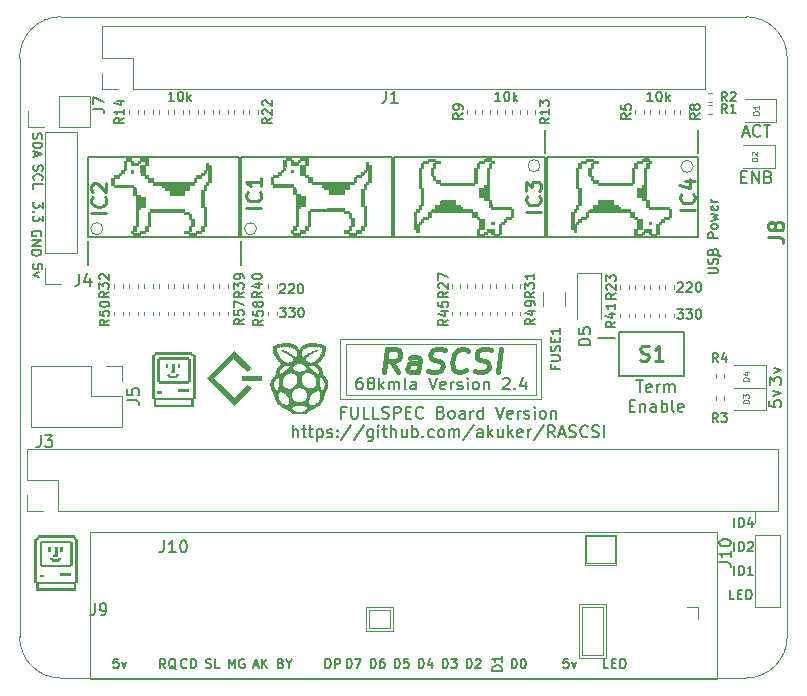
<source format=gbr>
%TF.GenerationSoftware,KiCad,Pcbnew,(5.1.7-7-g831c51c875)-1*%
%TF.CreationDate,2021-01-07T08:30:11-06:00*%
%TF.ProjectId,rascsi_2p4,72617363-7369-45f3-9270-342e6b696361,rev?*%
%TF.SameCoordinates,PX59d60c0PY325aa00*%
%TF.FileFunction,Legend,Top*%
%TF.FilePolarity,Positive*%
%FSLAX46Y46*%
G04 Gerber Fmt 4.6, Leading zero omitted, Abs format (unit mm)*
G04 Created by KiCad (PCBNEW (5.1.7-7-g831c51c875)-1) date 2021-01-07 08:30:11*
%MOMM*%
%LPD*%
G01*
G04 APERTURE LIST*
%ADD10C,0.150000*%
%ADD11C,0.120000*%
%ADD12C,0.400000*%
%TA.AperFunction,Profile*%
%ADD13C,0.050000*%
%TD*%
%ADD14C,0.200000*%
%ADD15C,0.100000*%
%ADD16C,0.010000*%
%ADD17C,0.254000*%
G04 APERTURE END LIST*
D10*
X139526380Y-35909523D02*
X140240666Y-35909523D01*
X140383523Y-35957142D01*
X140478761Y-36052380D01*
X140526380Y-36195238D01*
X140526380Y-36290476D01*
X140526380Y-34909523D02*
X140526380Y-35480952D01*
X140526380Y-35195238D02*
X139526380Y-35195238D01*
X139669238Y-35290476D01*
X139764476Y-35385714D01*
X139812095Y-35480952D01*
X139526380Y-34290476D02*
X139526380Y-34195238D01*
X139574000Y-34100000D01*
X139621619Y-34052380D01*
X139716857Y-34004761D01*
X139907333Y-33957142D01*
X140145428Y-33957142D01*
X140335904Y-34004761D01*
X140431142Y-34052380D01*
X140478761Y-34100000D01*
X140526380Y-34195238D01*
X140526380Y-34290476D01*
X140478761Y-34385714D01*
X140431142Y-34433333D01*
X140335904Y-34480952D01*
X140145428Y-34528571D01*
X139907333Y-34528571D01*
X139716857Y-34480952D01*
X139621619Y-34433333D01*
X139574000Y-34385714D01*
X139526380Y-34290476D01*
X92528476Y-34044380D02*
X92528476Y-34758666D01*
X92480857Y-34901523D01*
X92385619Y-34996761D01*
X92242761Y-35044380D01*
X92147523Y-35044380D01*
X93528476Y-35044380D02*
X92957047Y-35044380D01*
X93242761Y-35044380D02*
X93242761Y-34044380D01*
X93147523Y-34187238D01*
X93052285Y-34282476D01*
X92957047Y-34330095D01*
X94147523Y-34044380D02*
X94242761Y-34044380D01*
X94338000Y-34092000D01*
X94385619Y-34139619D01*
X94433238Y-34234857D01*
X94480857Y-34425333D01*
X94480857Y-34663428D01*
X94433238Y-34853904D01*
X94385619Y-34949142D01*
X94338000Y-34996761D01*
X94242761Y-35044380D01*
X94147523Y-35044380D01*
X94052285Y-34996761D01*
X94004666Y-34949142D01*
X93957047Y-34853904D01*
X93909428Y-34663428D01*
X93909428Y-34425333D01*
X93957047Y-34234857D01*
X94004666Y-34139619D01*
X94052285Y-34092000D01*
X94147523Y-34044380D01*
X86654666Y-39378380D02*
X86654666Y-40092666D01*
X86607047Y-40235523D01*
X86511809Y-40330761D01*
X86368952Y-40378380D01*
X86273714Y-40378380D01*
X87178476Y-40378380D02*
X87368952Y-40378380D01*
X87464190Y-40330761D01*
X87511809Y-40283142D01*
X87607047Y-40140285D01*
X87654666Y-39949809D01*
X87654666Y-39568857D01*
X87607047Y-39473619D01*
X87559428Y-39426000D01*
X87464190Y-39378380D01*
X87273714Y-39378380D01*
X87178476Y-39426000D01*
X87130857Y-39473619D01*
X87083238Y-39568857D01*
X87083238Y-39806952D01*
X87130857Y-39902190D01*
X87178476Y-39949809D01*
X87273714Y-39997428D01*
X87464190Y-39997428D01*
X87559428Y-39949809D01*
X87607047Y-39902190D01*
X87654666Y-39806952D01*
D11*
X127628000Y-43990000D02*
X127628000Y-39418000D01*
X129914000Y-43990000D02*
X127628000Y-43990000D01*
X129914000Y-39418000D02*
X129914000Y-43990000D01*
X127628000Y-39418000D02*
X129914000Y-39418000D01*
X127882000Y-43736000D02*
X127882000Y-39672000D01*
X129660000Y-43736000D02*
X127882000Y-43736000D01*
X129660000Y-39672000D02*
X129660000Y-43736000D01*
X127882000Y-39672000D02*
X129660000Y-39672000D01*
X109848000Y-41450000D02*
X109848000Y-39926000D01*
X111626000Y-41450000D02*
X109848000Y-41450000D01*
X111626000Y-39926000D02*
X111626000Y-41450000D01*
X109848000Y-39926000D02*
X111626000Y-39926000D01*
X109594000Y-41704000D02*
X109594000Y-39672000D01*
X111880000Y-41704000D02*
X109594000Y-41704000D01*
X111880000Y-39672000D02*
X111880000Y-41704000D01*
X109594000Y-39672000D02*
X111880000Y-39672000D01*
D10*
X140829714Y-39017904D02*
X140448761Y-39017904D01*
X140448761Y-38217904D01*
X141096380Y-38598857D02*
X141363047Y-38598857D01*
X141477333Y-39017904D02*
X141096380Y-39017904D01*
X141096380Y-38217904D01*
X141477333Y-38217904D01*
X141820190Y-39017904D02*
X141820190Y-38217904D01*
X142010666Y-38217904D01*
X142124952Y-38256000D01*
X142201142Y-38332190D01*
X142239238Y-38408380D01*
X142277333Y-38560761D01*
X142277333Y-38675047D01*
X142239238Y-38827428D01*
X142201142Y-38903619D01*
X142124952Y-38979809D01*
X142010666Y-39017904D01*
X141820190Y-39017904D01*
X140817047Y-36985904D02*
X140817047Y-36185904D01*
X141198000Y-36985904D02*
X141198000Y-36185904D01*
X141388476Y-36185904D01*
X141502761Y-36224000D01*
X141578952Y-36300190D01*
X141617047Y-36376380D01*
X141655142Y-36528761D01*
X141655142Y-36643047D01*
X141617047Y-36795428D01*
X141578952Y-36871619D01*
X141502761Y-36947809D01*
X141388476Y-36985904D01*
X141198000Y-36985904D01*
X142417047Y-36985904D02*
X141959904Y-36985904D01*
X142188476Y-36985904D02*
X142188476Y-36185904D01*
X142112285Y-36300190D01*
X142036095Y-36376380D01*
X141959904Y-36414476D01*
X140817047Y-32921904D02*
X140817047Y-32121904D01*
X141198000Y-32921904D02*
X141198000Y-32121904D01*
X141388476Y-32121904D01*
X141502761Y-32160000D01*
X141578952Y-32236190D01*
X141617047Y-32312380D01*
X141655142Y-32464761D01*
X141655142Y-32579047D01*
X141617047Y-32731428D01*
X141578952Y-32807619D01*
X141502761Y-32883809D01*
X141388476Y-32921904D01*
X141198000Y-32921904D01*
X142340857Y-32388571D02*
X142340857Y-32921904D01*
X142150380Y-32083809D02*
X141959904Y-32655238D01*
X142455142Y-32655238D01*
X140817047Y-34953904D02*
X140817047Y-34153904D01*
X141198000Y-34953904D02*
X141198000Y-34153904D01*
X141388476Y-34153904D01*
X141502761Y-34192000D01*
X141578952Y-34268190D01*
X141617047Y-34344380D01*
X141655142Y-34496761D01*
X141655142Y-34611047D01*
X141617047Y-34763428D01*
X141578952Y-34839619D01*
X141502761Y-34915809D01*
X141388476Y-34953904D01*
X141198000Y-34953904D01*
X141959904Y-34230095D02*
X141998000Y-34192000D01*
X142074190Y-34153904D01*
X142264666Y-34153904D01*
X142340857Y-34192000D01*
X142378952Y-34230095D01*
X142417047Y-34306285D01*
X142417047Y-34382476D01*
X142378952Y-34496761D01*
X141921809Y-34953904D01*
X142417047Y-34953904D01*
X130161714Y-44859904D02*
X129780761Y-44859904D01*
X129780761Y-44059904D01*
X130428380Y-44440857D02*
X130695047Y-44440857D01*
X130809333Y-44859904D02*
X130428380Y-44859904D01*
X130428380Y-44059904D01*
X130809333Y-44059904D01*
X131152190Y-44859904D02*
X131152190Y-44059904D01*
X131342666Y-44059904D01*
X131456952Y-44098000D01*
X131533142Y-44174190D01*
X131571238Y-44250380D01*
X131609333Y-44402761D01*
X131609333Y-44517047D01*
X131571238Y-44669428D01*
X131533142Y-44745619D01*
X131456952Y-44821809D01*
X131342666Y-44859904D01*
X131152190Y-44859904D01*
X106190476Y-44859904D02*
X106190476Y-44059904D01*
X106380952Y-44059904D01*
X106495238Y-44098000D01*
X106571428Y-44174190D01*
X106609523Y-44250380D01*
X106647619Y-44402761D01*
X106647619Y-44517047D01*
X106609523Y-44669428D01*
X106571428Y-44745619D01*
X106495238Y-44821809D01*
X106380952Y-44859904D01*
X106190476Y-44859904D01*
X106990476Y-44859904D02*
X106990476Y-44059904D01*
X107295238Y-44059904D01*
X107371428Y-44098000D01*
X107409523Y-44136095D01*
X107447619Y-44212285D01*
X107447619Y-44326571D01*
X107409523Y-44402761D01*
X107371428Y-44440857D01*
X107295238Y-44478952D01*
X106990476Y-44478952D01*
X112051523Y-44859904D02*
X112051523Y-44059904D01*
X112242000Y-44059904D01*
X112356285Y-44098000D01*
X112432476Y-44174190D01*
X112470571Y-44250380D01*
X112508666Y-44402761D01*
X112508666Y-44517047D01*
X112470571Y-44669428D01*
X112432476Y-44745619D01*
X112356285Y-44821809D01*
X112242000Y-44859904D01*
X112051523Y-44859904D01*
X113232476Y-44059904D02*
X112851523Y-44059904D01*
X112813428Y-44440857D01*
X112851523Y-44402761D01*
X112927714Y-44364666D01*
X113118190Y-44364666D01*
X113194380Y-44402761D01*
X113232476Y-44440857D01*
X113270571Y-44517047D01*
X113270571Y-44707523D01*
X113232476Y-44783714D01*
X113194380Y-44821809D01*
X113118190Y-44859904D01*
X112927714Y-44859904D01*
X112851523Y-44821809D01*
X112813428Y-44783714D01*
X121131904Y-45088476D02*
X120331904Y-45088476D01*
X120331904Y-44898000D01*
X120370000Y-44783714D01*
X120446190Y-44707523D01*
X120522380Y-44669428D01*
X120674761Y-44631333D01*
X120789047Y-44631333D01*
X120941428Y-44669428D01*
X121017619Y-44707523D01*
X121093809Y-44783714D01*
X121131904Y-44898000D01*
X121131904Y-45088476D01*
X121131904Y-43869428D02*
X121131904Y-44326571D01*
X121131904Y-44098000D02*
X120331904Y-44098000D01*
X120446190Y-44174190D01*
X120522380Y-44250380D01*
X120560476Y-44326571D01*
X121957523Y-44859904D02*
X121957523Y-44059904D01*
X122148000Y-44059904D01*
X122262285Y-44098000D01*
X122338476Y-44174190D01*
X122376571Y-44250380D01*
X122414666Y-44402761D01*
X122414666Y-44517047D01*
X122376571Y-44669428D01*
X122338476Y-44745619D01*
X122262285Y-44821809D01*
X122148000Y-44859904D01*
X121957523Y-44859904D01*
X122909904Y-44059904D02*
X122986095Y-44059904D01*
X123062285Y-44098000D01*
X123100380Y-44136095D01*
X123138476Y-44212285D01*
X123176571Y-44364666D01*
X123176571Y-44555142D01*
X123138476Y-44707523D01*
X123100380Y-44783714D01*
X123062285Y-44821809D01*
X122986095Y-44859904D01*
X122909904Y-44859904D01*
X122833714Y-44821809D01*
X122795619Y-44783714D01*
X122757523Y-44707523D01*
X122719428Y-44555142D01*
X122719428Y-44364666D01*
X122757523Y-44212285D01*
X122795619Y-44136095D01*
X122833714Y-44098000D01*
X122909904Y-44059904D01*
X118147523Y-44859904D02*
X118147523Y-44059904D01*
X118338000Y-44059904D01*
X118452285Y-44098000D01*
X118528476Y-44174190D01*
X118566571Y-44250380D01*
X118604666Y-44402761D01*
X118604666Y-44517047D01*
X118566571Y-44669428D01*
X118528476Y-44745619D01*
X118452285Y-44821809D01*
X118338000Y-44859904D01*
X118147523Y-44859904D01*
X118909428Y-44136095D02*
X118947523Y-44098000D01*
X119023714Y-44059904D01*
X119214190Y-44059904D01*
X119290380Y-44098000D01*
X119328476Y-44136095D01*
X119366571Y-44212285D01*
X119366571Y-44288476D01*
X119328476Y-44402761D01*
X118871333Y-44859904D01*
X119366571Y-44859904D01*
X116115523Y-44859904D02*
X116115523Y-44059904D01*
X116306000Y-44059904D01*
X116420285Y-44098000D01*
X116496476Y-44174190D01*
X116534571Y-44250380D01*
X116572666Y-44402761D01*
X116572666Y-44517047D01*
X116534571Y-44669428D01*
X116496476Y-44745619D01*
X116420285Y-44821809D01*
X116306000Y-44859904D01*
X116115523Y-44859904D01*
X116839333Y-44059904D02*
X117334571Y-44059904D01*
X117067904Y-44364666D01*
X117182190Y-44364666D01*
X117258380Y-44402761D01*
X117296476Y-44440857D01*
X117334571Y-44517047D01*
X117334571Y-44707523D01*
X117296476Y-44783714D01*
X117258380Y-44821809D01*
X117182190Y-44859904D01*
X116953619Y-44859904D01*
X116877428Y-44821809D01*
X116839333Y-44783714D01*
X114083523Y-44859904D02*
X114083523Y-44059904D01*
X114274000Y-44059904D01*
X114388285Y-44098000D01*
X114464476Y-44174190D01*
X114502571Y-44250380D01*
X114540666Y-44402761D01*
X114540666Y-44517047D01*
X114502571Y-44669428D01*
X114464476Y-44745619D01*
X114388285Y-44821809D01*
X114274000Y-44859904D01*
X114083523Y-44859904D01*
X115226380Y-44326571D02*
X115226380Y-44859904D01*
X115035904Y-44021809D02*
X114845428Y-44593238D01*
X115340666Y-44593238D01*
X107987523Y-44859904D02*
X107987523Y-44059904D01*
X108178000Y-44059904D01*
X108292285Y-44098000D01*
X108368476Y-44174190D01*
X108406571Y-44250380D01*
X108444666Y-44402761D01*
X108444666Y-44517047D01*
X108406571Y-44669428D01*
X108368476Y-44745619D01*
X108292285Y-44821809D01*
X108178000Y-44859904D01*
X107987523Y-44859904D01*
X108711333Y-44059904D02*
X109244666Y-44059904D01*
X108901809Y-44859904D01*
X110019523Y-44859904D02*
X110019523Y-44059904D01*
X110210000Y-44059904D01*
X110324285Y-44098000D01*
X110400476Y-44174190D01*
X110438571Y-44250380D01*
X110476666Y-44402761D01*
X110476666Y-44517047D01*
X110438571Y-44669428D01*
X110400476Y-44745619D01*
X110324285Y-44821809D01*
X110210000Y-44859904D01*
X110019523Y-44859904D01*
X111162380Y-44059904D02*
X111010000Y-44059904D01*
X110933809Y-44098000D01*
X110895714Y-44136095D01*
X110819523Y-44250380D01*
X110781428Y-44402761D01*
X110781428Y-44707523D01*
X110819523Y-44783714D01*
X110857619Y-44821809D01*
X110933809Y-44859904D01*
X111086190Y-44859904D01*
X111162380Y-44821809D01*
X111200476Y-44783714D01*
X111238571Y-44707523D01*
X111238571Y-44517047D01*
X111200476Y-44440857D01*
X111162380Y-44402761D01*
X111086190Y-44364666D01*
X110933809Y-44364666D01*
X110857619Y-44402761D01*
X110819523Y-44440857D01*
X110781428Y-44517047D01*
X102450285Y-44440857D02*
X102564571Y-44478952D01*
X102602666Y-44517047D01*
X102640761Y-44593238D01*
X102640761Y-44707523D01*
X102602666Y-44783714D01*
X102564571Y-44821809D01*
X102488380Y-44859904D01*
X102183619Y-44859904D01*
X102183619Y-44059904D01*
X102450285Y-44059904D01*
X102526476Y-44098000D01*
X102564571Y-44136095D01*
X102602666Y-44212285D01*
X102602666Y-44288476D01*
X102564571Y-44364666D01*
X102526476Y-44402761D01*
X102450285Y-44440857D01*
X102183619Y-44440857D01*
X103136000Y-44478952D02*
X103136000Y-44859904D01*
X102869333Y-44059904D02*
X103136000Y-44478952D01*
X103402666Y-44059904D01*
X100113523Y-44631333D02*
X100494476Y-44631333D01*
X100037333Y-44859904D02*
X100304000Y-44059904D01*
X100570666Y-44859904D01*
X100837333Y-44859904D02*
X100837333Y-44059904D01*
X101294476Y-44859904D02*
X100951619Y-44402761D01*
X101294476Y-44059904D02*
X100837333Y-44517047D01*
X126751714Y-44059904D02*
X126370761Y-44059904D01*
X126332666Y-44440857D01*
X126370761Y-44402761D01*
X126446952Y-44364666D01*
X126637428Y-44364666D01*
X126713619Y-44402761D01*
X126751714Y-44440857D01*
X126789809Y-44517047D01*
X126789809Y-44707523D01*
X126751714Y-44783714D01*
X126713619Y-44821809D01*
X126637428Y-44859904D01*
X126446952Y-44859904D01*
X126370761Y-44821809D01*
X126332666Y-44783714D01*
X127056476Y-44326571D02*
X127246952Y-44859904D01*
X127437428Y-44326571D01*
X98005333Y-44859904D02*
X98005333Y-44059904D01*
X98272000Y-44631333D01*
X98538666Y-44059904D01*
X98538666Y-44859904D01*
X99338666Y-44098000D02*
X99262476Y-44059904D01*
X99148190Y-44059904D01*
X99033904Y-44098000D01*
X98957714Y-44174190D01*
X98919619Y-44250380D01*
X98881523Y-44402761D01*
X98881523Y-44517047D01*
X98919619Y-44669428D01*
X98957714Y-44745619D01*
X99033904Y-44821809D01*
X99148190Y-44859904D01*
X99224380Y-44859904D01*
X99338666Y-44821809D01*
X99376761Y-44783714D01*
X99376761Y-44517047D01*
X99224380Y-44517047D01*
X88651714Y-44059904D02*
X88270761Y-44059904D01*
X88232666Y-44440857D01*
X88270761Y-44402761D01*
X88346952Y-44364666D01*
X88537428Y-44364666D01*
X88613619Y-44402761D01*
X88651714Y-44440857D01*
X88689809Y-44517047D01*
X88689809Y-44707523D01*
X88651714Y-44783714D01*
X88613619Y-44821809D01*
X88537428Y-44859904D01*
X88346952Y-44859904D01*
X88270761Y-44821809D01*
X88232666Y-44783714D01*
X88956476Y-44326571D02*
X89146952Y-44859904D01*
X89337428Y-44326571D01*
X94455619Y-44783714D02*
X94417523Y-44821809D01*
X94303238Y-44859904D01*
X94227047Y-44859904D01*
X94112761Y-44821809D01*
X94036571Y-44745619D01*
X93998476Y-44669428D01*
X93960380Y-44517047D01*
X93960380Y-44402761D01*
X93998476Y-44250380D01*
X94036571Y-44174190D01*
X94112761Y-44098000D01*
X94227047Y-44059904D01*
X94303238Y-44059904D01*
X94417523Y-44098000D01*
X94455619Y-44136095D01*
X94798476Y-44859904D02*
X94798476Y-44059904D01*
X94988952Y-44059904D01*
X95103238Y-44098000D01*
X95179428Y-44174190D01*
X95217523Y-44250380D01*
X95255619Y-44402761D01*
X95255619Y-44517047D01*
X95217523Y-44669428D01*
X95179428Y-44745619D01*
X95103238Y-44821809D01*
X94988952Y-44859904D01*
X94798476Y-44859904D01*
X92658571Y-44859904D02*
X92391904Y-44478952D01*
X92201428Y-44859904D02*
X92201428Y-44059904D01*
X92506190Y-44059904D01*
X92582380Y-44098000D01*
X92620476Y-44136095D01*
X92658571Y-44212285D01*
X92658571Y-44326571D01*
X92620476Y-44402761D01*
X92582380Y-44440857D01*
X92506190Y-44478952D01*
X92201428Y-44478952D01*
X93534761Y-44936095D02*
X93458571Y-44898000D01*
X93382380Y-44821809D01*
X93268095Y-44707523D01*
X93191904Y-44669428D01*
X93115714Y-44669428D01*
X93153809Y-44859904D02*
X93077619Y-44821809D01*
X93001428Y-44745619D01*
X92963333Y-44593238D01*
X92963333Y-44326571D01*
X93001428Y-44174190D01*
X93077619Y-44098000D01*
X93153809Y-44059904D01*
X93306190Y-44059904D01*
X93382380Y-44098000D01*
X93458571Y-44174190D01*
X93496666Y-44326571D01*
X93496666Y-44593238D01*
X93458571Y-44745619D01*
X93382380Y-44821809D01*
X93306190Y-44859904D01*
X93153809Y-44859904D01*
X96087619Y-44821809D02*
X96201904Y-44859904D01*
X96392380Y-44859904D01*
X96468571Y-44821809D01*
X96506666Y-44783714D01*
X96544761Y-44707523D01*
X96544761Y-44631333D01*
X96506666Y-44555142D01*
X96468571Y-44517047D01*
X96392380Y-44478952D01*
X96240000Y-44440857D01*
X96163809Y-44402761D01*
X96125714Y-44364666D01*
X96087619Y-44288476D01*
X96087619Y-44212285D01*
X96125714Y-44136095D01*
X96163809Y-44098000D01*
X96240000Y-44059904D01*
X96430476Y-44059904D01*
X96544761Y-44098000D01*
X97268571Y-44859904D02*
X96887619Y-44859904D01*
X96887619Y-44059904D01*
X111333666Y4008120D02*
X111333666Y3293834D01*
X111286047Y3150977D01*
X111190809Y3055739D01*
X111047952Y3008120D01*
X110952714Y3008120D01*
X112333666Y3008120D02*
X111762238Y3008120D01*
X112047952Y3008120D02*
X112047952Y4008120D01*
X111952714Y3865262D01*
X111857476Y3770024D01*
X111762238Y3722405D01*
X141416904Y-3262571D02*
X141750238Y-3262571D01*
X141893095Y-3786380D02*
X141416904Y-3786380D01*
X141416904Y-2786380D01*
X141893095Y-2786380D01*
X142321666Y-3786380D02*
X142321666Y-2786380D01*
X142893095Y-3786380D01*
X142893095Y-2786380D01*
X143702619Y-3262571D02*
X143845476Y-3310190D01*
X143893095Y-3357809D01*
X143940714Y-3453047D01*
X143940714Y-3595904D01*
X143893095Y-3691142D01*
X143845476Y-3738761D01*
X143750238Y-3786380D01*
X143369285Y-3786380D01*
X143369285Y-2786380D01*
X143702619Y-2786380D01*
X143797857Y-2834000D01*
X143845476Y-2881619D01*
X143893095Y-2976857D01*
X143893095Y-3072095D01*
X143845476Y-3167333D01*
X143797857Y-3214952D01*
X143702619Y-3262571D01*
X143369285Y-3262571D01*
X141535952Y436334D02*
X142012142Y436334D01*
X141440714Y150620D02*
X141774047Y1150620D01*
X142107380Y150620D01*
X143012142Y245858D02*
X142964523Y198239D01*
X142821666Y150620D01*
X142726428Y150620D01*
X142583571Y198239D01*
X142488333Y293477D01*
X142440714Y388715D01*
X142393095Y579191D01*
X142393095Y722048D01*
X142440714Y912524D01*
X142488333Y1007762D01*
X142583571Y1103000D01*
X142726428Y1150620D01*
X142821666Y1150620D01*
X142964523Y1103000D01*
X143012142Y1055381D01*
X143297857Y1150620D02*
X143869285Y1150620D01*
X143583571Y150620D02*
X143583571Y1150620D01*
X138597404Y-11436214D02*
X139245023Y-11436214D01*
X139321214Y-11398119D01*
X139359309Y-11360023D01*
X139397404Y-11283833D01*
X139397404Y-11131452D01*
X139359309Y-11055261D01*
X139321214Y-11017166D01*
X139245023Y-10979071D01*
X138597404Y-10979071D01*
X139359309Y-10636214D02*
X139397404Y-10521928D01*
X139397404Y-10331452D01*
X139359309Y-10255261D01*
X139321214Y-10217166D01*
X139245023Y-10179071D01*
X139168833Y-10179071D01*
X139092642Y-10217166D01*
X139054547Y-10255261D01*
X139016452Y-10331452D01*
X138978357Y-10483833D01*
X138940261Y-10560023D01*
X138902166Y-10598119D01*
X138825976Y-10636214D01*
X138749785Y-10636214D01*
X138673595Y-10598119D01*
X138635500Y-10560023D01*
X138597404Y-10483833D01*
X138597404Y-10293357D01*
X138635500Y-10179071D01*
X138978357Y-9569547D02*
X139016452Y-9455261D01*
X139054547Y-9417166D01*
X139130738Y-9379071D01*
X139245023Y-9379071D01*
X139321214Y-9417166D01*
X139359309Y-9455261D01*
X139397404Y-9531452D01*
X139397404Y-9836214D01*
X138597404Y-9836214D01*
X138597404Y-9569547D01*
X138635500Y-9493357D01*
X138673595Y-9455261D01*
X138749785Y-9417166D01*
X138825976Y-9417166D01*
X138902166Y-9455261D01*
X138940261Y-9493357D01*
X138978357Y-9569547D01*
X138978357Y-9836214D01*
X139397404Y-8426690D02*
X138597404Y-8426690D01*
X138597404Y-8121928D01*
X138635500Y-8045738D01*
X138673595Y-8007642D01*
X138749785Y-7969547D01*
X138864071Y-7969547D01*
X138940261Y-8007642D01*
X138978357Y-8045738D01*
X139016452Y-8121928D01*
X139016452Y-8426690D01*
X139397404Y-7512404D02*
X139359309Y-7588595D01*
X139321214Y-7626690D01*
X139245023Y-7664785D01*
X139016452Y-7664785D01*
X138940261Y-7626690D01*
X138902166Y-7588595D01*
X138864071Y-7512404D01*
X138864071Y-7398119D01*
X138902166Y-7321928D01*
X138940261Y-7283833D01*
X139016452Y-7245738D01*
X139245023Y-7245738D01*
X139321214Y-7283833D01*
X139359309Y-7321928D01*
X139397404Y-7398119D01*
X139397404Y-7512404D01*
X138864071Y-6979071D02*
X139397404Y-6826690D01*
X139016452Y-6674309D01*
X139397404Y-6521928D01*
X138864071Y-6369547D01*
X139359309Y-5760023D02*
X139397404Y-5836214D01*
X139397404Y-5988595D01*
X139359309Y-6064785D01*
X139283119Y-6102880D01*
X138978357Y-6102880D01*
X138902166Y-6064785D01*
X138864071Y-5988595D01*
X138864071Y-5836214D01*
X138902166Y-5760023D01*
X138978357Y-5721928D01*
X139054547Y-5721928D01*
X139130738Y-6102880D01*
X139397404Y-5379071D02*
X138864071Y-5379071D01*
X139016452Y-5379071D02*
X138940261Y-5340976D01*
X138902166Y-5302880D01*
X138864071Y-5226690D01*
X138864071Y-5150500D01*
D11*
X137324953Y-2381500D02*
G75*
G03*
X137324953Y-2381500I-511953J0D01*
G01*
X124370953Y-2318000D02*
G75*
G03*
X124370953Y-2318000I-511953J0D01*
G01*
D10*
X143812380Y-20844285D02*
X143812380Y-20225238D01*
X144193333Y-20558571D01*
X144193333Y-20415714D01*
X144240952Y-20320476D01*
X144288571Y-20272857D01*
X144383809Y-20225238D01*
X144621904Y-20225238D01*
X144717142Y-20272857D01*
X144764761Y-20320476D01*
X144812380Y-20415714D01*
X144812380Y-20701428D01*
X144764761Y-20796666D01*
X144717142Y-20844285D01*
X144145714Y-19891904D02*
X144812380Y-19653809D01*
X144145714Y-19415714D01*
X143782380Y-22212857D02*
X143782380Y-22689047D01*
X144258571Y-22736666D01*
X144210952Y-22689047D01*
X144163333Y-22593809D01*
X144163333Y-22355714D01*
X144210952Y-22260476D01*
X144258571Y-22212857D01*
X144353809Y-22165238D01*
X144591904Y-22165238D01*
X144687142Y-22212857D01*
X144734761Y-22260476D01*
X144782380Y-22355714D01*
X144782380Y-22593809D01*
X144734761Y-22689047D01*
X144687142Y-22736666D01*
X144115714Y-21831904D02*
X144782380Y-21593809D01*
X144115714Y-21355714D01*
X103453333Y-25312880D02*
X103453333Y-24312880D01*
X103881904Y-25312880D02*
X103881904Y-24789071D01*
X103834285Y-24693833D01*
X103739047Y-24646214D01*
X103596190Y-24646214D01*
X103500952Y-24693833D01*
X103453333Y-24741452D01*
X104215238Y-24646214D02*
X104596190Y-24646214D01*
X104358095Y-24312880D02*
X104358095Y-25170023D01*
X104405714Y-25265261D01*
X104500952Y-25312880D01*
X104596190Y-25312880D01*
X104786666Y-24646214D02*
X105167619Y-24646214D01*
X104929523Y-24312880D02*
X104929523Y-25170023D01*
X104977142Y-25265261D01*
X105072380Y-25312880D01*
X105167619Y-25312880D01*
X105500952Y-24646214D02*
X105500952Y-25646214D01*
X105500952Y-24693833D02*
X105596190Y-24646214D01*
X105786666Y-24646214D01*
X105881904Y-24693833D01*
X105929523Y-24741452D01*
X105977142Y-24836690D01*
X105977142Y-25122404D01*
X105929523Y-25217642D01*
X105881904Y-25265261D01*
X105786666Y-25312880D01*
X105596190Y-25312880D01*
X105500952Y-25265261D01*
X106358095Y-25265261D02*
X106453333Y-25312880D01*
X106643809Y-25312880D01*
X106739047Y-25265261D01*
X106786666Y-25170023D01*
X106786666Y-25122404D01*
X106739047Y-25027166D01*
X106643809Y-24979547D01*
X106500952Y-24979547D01*
X106405714Y-24931928D01*
X106358095Y-24836690D01*
X106358095Y-24789071D01*
X106405714Y-24693833D01*
X106500952Y-24646214D01*
X106643809Y-24646214D01*
X106739047Y-24693833D01*
X107215238Y-25217642D02*
X107262857Y-25265261D01*
X107215238Y-25312880D01*
X107167619Y-25265261D01*
X107215238Y-25217642D01*
X107215238Y-25312880D01*
X107215238Y-24693833D02*
X107262857Y-24741452D01*
X107215238Y-24789071D01*
X107167619Y-24741452D01*
X107215238Y-24693833D01*
X107215238Y-24789071D01*
X108405714Y-24265261D02*
X107548571Y-25550976D01*
X109453333Y-24265261D02*
X108596190Y-25550976D01*
X110215238Y-24646214D02*
X110215238Y-25455738D01*
X110167619Y-25550976D01*
X110120000Y-25598595D01*
X110024761Y-25646214D01*
X109881904Y-25646214D01*
X109786666Y-25598595D01*
X110215238Y-25265261D02*
X110120000Y-25312880D01*
X109929523Y-25312880D01*
X109834285Y-25265261D01*
X109786666Y-25217642D01*
X109739047Y-25122404D01*
X109739047Y-24836690D01*
X109786666Y-24741452D01*
X109834285Y-24693833D01*
X109929523Y-24646214D01*
X110120000Y-24646214D01*
X110215238Y-24693833D01*
X110691428Y-25312880D02*
X110691428Y-24646214D01*
X110691428Y-24312880D02*
X110643809Y-24360500D01*
X110691428Y-24408119D01*
X110739047Y-24360500D01*
X110691428Y-24312880D01*
X110691428Y-24408119D01*
X111024761Y-24646214D02*
X111405714Y-24646214D01*
X111167619Y-24312880D02*
X111167619Y-25170023D01*
X111215238Y-25265261D01*
X111310476Y-25312880D01*
X111405714Y-25312880D01*
X111739047Y-25312880D02*
X111739047Y-24312880D01*
X112167619Y-25312880D02*
X112167619Y-24789071D01*
X112120000Y-24693833D01*
X112024761Y-24646214D01*
X111881904Y-24646214D01*
X111786666Y-24693833D01*
X111739047Y-24741452D01*
X113072380Y-24646214D02*
X113072380Y-25312880D01*
X112643809Y-24646214D02*
X112643809Y-25170023D01*
X112691428Y-25265261D01*
X112786666Y-25312880D01*
X112929523Y-25312880D01*
X113024761Y-25265261D01*
X113072380Y-25217642D01*
X113548571Y-25312880D02*
X113548571Y-24312880D01*
X113548571Y-24693833D02*
X113643809Y-24646214D01*
X113834285Y-24646214D01*
X113929523Y-24693833D01*
X113977142Y-24741452D01*
X114024761Y-24836690D01*
X114024761Y-25122404D01*
X113977142Y-25217642D01*
X113929523Y-25265261D01*
X113834285Y-25312880D01*
X113643809Y-25312880D01*
X113548571Y-25265261D01*
X114453333Y-25217642D02*
X114500952Y-25265261D01*
X114453333Y-25312880D01*
X114405714Y-25265261D01*
X114453333Y-25217642D01*
X114453333Y-25312880D01*
X115358095Y-25265261D02*
X115262857Y-25312880D01*
X115072380Y-25312880D01*
X114977142Y-25265261D01*
X114929523Y-25217642D01*
X114881904Y-25122404D01*
X114881904Y-24836690D01*
X114929523Y-24741452D01*
X114977142Y-24693833D01*
X115072380Y-24646214D01*
X115262857Y-24646214D01*
X115358095Y-24693833D01*
X115929523Y-25312880D02*
X115834285Y-25265261D01*
X115786666Y-25217642D01*
X115739047Y-25122404D01*
X115739047Y-24836690D01*
X115786666Y-24741452D01*
X115834285Y-24693833D01*
X115929523Y-24646214D01*
X116072380Y-24646214D01*
X116167619Y-24693833D01*
X116215238Y-24741452D01*
X116262857Y-24836690D01*
X116262857Y-25122404D01*
X116215238Y-25217642D01*
X116167619Y-25265261D01*
X116072380Y-25312880D01*
X115929523Y-25312880D01*
X116691428Y-25312880D02*
X116691428Y-24646214D01*
X116691428Y-24741452D02*
X116739047Y-24693833D01*
X116834285Y-24646214D01*
X116977142Y-24646214D01*
X117072380Y-24693833D01*
X117120000Y-24789071D01*
X117120000Y-25312880D01*
X117120000Y-24789071D02*
X117167619Y-24693833D01*
X117262857Y-24646214D01*
X117405714Y-24646214D01*
X117500952Y-24693833D01*
X117548571Y-24789071D01*
X117548571Y-25312880D01*
X118739047Y-24265261D02*
X117881904Y-25550976D01*
X119500952Y-25312880D02*
X119500952Y-24789071D01*
X119453333Y-24693833D01*
X119358095Y-24646214D01*
X119167619Y-24646214D01*
X119072380Y-24693833D01*
X119500952Y-25265261D02*
X119405714Y-25312880D01*
X119167619Y-25312880D01*
X119072380Y-25265261D01*
X119024761Y-25170023D01*
X119024761Y-25074785D01*
X119072380Y-24979547D01*
X119167619Y-24931928D01*
X119405714Y-24931928D01*
X119500952Y-24884309D01*
X119977142Y-25312880D02*
X119977142Y-24312880D01*
X120072380Y-24931928D02*
X120358095Y-25312880D01*
X120358095Y-24646214D02*
X119977142Y-25027166D01*
X121215238Y-24646214D02*
X121215238Y-25312880D01*
X120786666Y-24646214D02*
X120786666Y-25170023D01*
X120834285Y-25265261D01*
X120929523Y-25312880D01*
X121072380Y-25312880D01*
X121167619Y-25265261D01*
X121215238Y-25217642D01*
X121691428Y-25312880D02*
X121691428Y-24312880D01*
X121786666Y-24931928D02*
X122072380Y-25312880D01*
X122072380Y-24646214D02*
X121691428Y-25027166D01*
X122881904Y-25265261D02*
X122786666Y-25312880D01*
X122596190Y-25312880D01*
X122500952Y-25265261D01*
X122453333Y-25170023D01*
X122453333Y-24789071D01*
X122500952Y-24693833D01*
X122596190Y-24646214D01*
X122786666Y-24646214D01*
X122881904Y-24693833D01*
X122929523Y-24789071D01*
X122929523Y-24884309D01*
X122453333Y-24979547D01*
X123358095Y-25312880D02*
X123358095Y-24646214D01*
X123358095Y-24836690D02*
X123405714Y-24741452D01*
X123453333Y-24693833D01*
X123548571Y-24646214D01*
X123643809Y-24646214D01*
X124691428Y-24265261D02*
X123834285Y-25550976D01*
X125596190Y-25312880D02*
X125262857Y-24836690D01*
X125024761Y-25312880D02*
X125024761Y-24312880D01*
X125405714Y-24312880D01*
X125500952Y-24360500D01*
X125548571Y-24408119D01*
X125596190Y-24503357D01*
X125596190Y-24646214D01*
X125548571Y-24741452D01*
X125500952Y-24789071D01*
X125405714Y-24836690D01*
X125024761Y-24836690D01*
X125977142Y-25027166D02*
X126453333Y-25027166D01*
X125881904Y-25312880D02*
X126215238Y-24312880D01*
X126548571Y-25312880D01*
X126834285Y-25265261D02*
X126977142Y-25312880D01*
X127215238Y-25312880D01*
X127310476Y-25265261D01*
X127358095Y-25217642D01*
X127405714Y-25122404D01*
X127405714Y-25027166D01*
X127358095Y-24931928D01*
X127310476Y-24884309D01*
X127215238Y-24836690D01*
X127024761Y-24789071D01*
X126929523Y-24741452D01*
X126881904Y-24693833D01*
X126834285Y-24598595D01*
X126834285Y-24503357D01*
X126881904Y-24408119D01*
X126929523Y-24360500D01*
X127024761Y-24312880D01*
X127262857Y-24312880D01*
X127405714Y-24360500D01*
X128405714Y-25217642D02*
X128358095Y-25265261D01*
X128215238Y-25312880D01*
X128120000Y-25312880D01*
X127977142Y-25265261D01*
X127881904Y-25170023D01*
X127834285Y-25074785D01*
X127786666Y-24884309D01*
X127786666Y-24741452D01*
X127834285Y-24550976D01*
X127881904Y-24455738D01*
X127977142Y-24360500D01*
X128120000Y-24312880D01*
X128215238Y-24312880D01*
X128358095Y-24360500D01*
X128405714Y-24408119D01*
X128786666Y-25265261D02*
X128929523Y-25312880D01*
X129167619Y-25312880D01*
X129262857Y-25265261D01*
X129310476Y-25217642D01*
X129358095Y-25122404D01*
X129358095Y-25027166D01*
X129310476Y-24931928D01*
X129262857Y-24884309D01*
X129167619Y-24836690D01*
X128977142Y-24789071D01*
X128881904Y-24741452D01*
X128834285Y-24693833D01*
X128786666Y-24598595D01*
X128786666Y-24503357D01*
X128834285Y-24408119D01*
X128881904Y-24360500D01*
X128977142Y-24312880D01*
X129215238Y-24312880D01*
X129358095Y-24360500D01*
X129786666Y-25312880D02*
X129786666Y-24312880D01*
X102319523Y-12398095D02*
X102357619Y-12360000D01*
X102433809Y-12321904D01*
X102624285Y-12321904D01*
X102700476Y-12360000D01*
X102738571Y-12398095D01*
X102776666Y-12474285D01*
X102776666Y-12550476D01*
X102738571Y-12664761D01*
X102281428Y-13121904D01*
X102776666Y-13121904D01*
X103081428Y-12398095D02*
X103119523Y-12360000D01*
X103195714Y-12321904D01*
X103386190Y-12321904D01*
X103462380Y-12360000D01*
X103500476Y-12398095D01*
X103538571Y-12474285D01*
X103538571Y-12550476D01*
X103500476Y-12664761D01*
X103043333Y-13121904D01*
X103538571Y-13121904D01*
X104033809Y-12321904D02*
X104110000Y-12321904D01*
X104186190Y-12360000D01*
X104224285Y-12398095D01*
X104262380Y-12474285D01*
X104300476Y-12626666D01*
X104300476Y-12817142D01*
X104262380Y-12969523D01*
X104224285Y-13045714D01*
X104186190Y-13083809D01*
X104110000Y-13121904D01*
X104033809Y-13121904D01*
X103957619Y-13083809D01*
X103919523Y-13045714D01*
X103881428Y-12969523D01*
X103843333Y-12817142D01*
X103843333Y-12626666D01*
X103881428Y-12474285D01*
X103919523Y-12398095D01*
X103957619Y-12360000D01*
X104033809Y-12321904D01*
D11*
X89950000Y6826000D02*
X87283000Y6826000D01*
X89950000Y4159000D02*
X89950000Y6826000D01*
X138337000Y4159000D02*
X89950000Y4159000D01*
X138337000Y9493000D02*
X138337000Y4159000D01*
X87283000Y9493000D02*
X138337000Y9493000D01*
X87283000Y6826000D02*
X87283000Y9493000D01*
X87283000Y4159000D02*
X87283000Y5556000D01*
X88680000Y4159000D02*
X87283000Y4159000D01*
X128304000Y-35973000D02*
X128304000Y-33687000D01*
X130717000Y-35973000D02*
X128304000Y-35973000D01*
X130717000Y-33687000D02*
X130717000Y-35973000D01*
X128304000Y-33687000D02*
X130717000Y-33687000D01*
X128177000Y-36100000D02*
X128177000Y-33560000D01*
X130844000Y-36100000D02*
X128177000Y-36100000D01*
X130844000Y-33560000D02*
X130844000Y-36100000D01*
X128177000Y-33560000D02*
X130844000Y-33560000D01*
X139353000Y-33306000D02*
X86267000Y-33306000D01*
X139353000Y-45752000D02*
X139353000Y-33306000D01*
X86267000Y-45752000D02*
X139353000Y-45752000D01*
X86267000Y-33306000D02*
X86267000Y-45752000D01*
D10*
X133923809Y3162096D02*
X133466666Y3162096D01*
X133695238Y3162096D02*
X133695238Y3962096D01*
X133619047Y3847810D01*
X133542857Y3771620D01*
X133466666Y3733524D01*
X134419047Y3962096D02*
X134495238Y3962096D01*
X134571428Y3924000D01*
X134609523Y3885905D01*
X134647619Y3809715D01*
X134685714Y3657334D01*
X134685714Y3466858D01*
X134647619Y3314477D01*
X134609523Y3238286D01*
X134571428Y3200191D01*
X134495238Y3162096D01*
X134419047Y3162096D01*
X134342857Y3200191D01*
X134304761Y3238286D01*
X134266666Y3314477D01*
X134228571Y3466858D01*
X134228571Y3657334D01*
X134266666Y3809715D01*
X134304761Y3885905D01*
X134342857Y3924000D01*
X134419047Y3962096D01*
X135028571Y3162096D02*
X135028571Y3962096D01*
X135104761Y3466858D02*
X135333333Y3162096D01*
X135333333Y3695429D02*
X135028571Y3390667D01*
X121020609Y3162096D02*
X120563466Y3162096D01*
X120792038Y3162096D02*
X120792038Y3962096D01*
X120715847Y3847810D01*
X120639657Y3771620D01*
X120563466Y3733524D01*
X121515847Y3962096D02*
X121592038Y3962096D01*
X121668228Y3924000D01*
X121706323Y3885905D01*
X121744419Y3809715D01*
X121782514Y3657334D01*
X121782514Y3466858D01*
X121744419Y3314477D01*
X121706323Y3238286D01*
X121668228Y3200191D01*
X121592038Y3162096D01*
X121515847Y3162096D01*
X121439657Y3200191D01*
X121401561Y3238286D01*
X121363466Y3314477D01*
X121325371Y3466858D01*
X121325371Y3657334D01*
X121363466Y3809715D01*
X121401561Y3885905D01*
X121439657Y3924000D01*
X121515847Y3962096D01*
X122125371Y3162096D02*
X122125371Y3962096D01*
X122201561Y3466858D02*
X122430133Y3162096D01*
X122430133Y3695429D02*
X122125371Y3390667D01*
X81447390Y431429D02*
X81409295Y317143D01*
X81409295Y126667D01*
X81447390Y50477D01*
X81485485Y12381D01*
X81561676Y-25714D01*
X81637866Y-25714D01*
X81714057Y12381D01*
X81752152Y50477D01*
X81790247Y126667D01*
X81828342Y279048D01*
X81866438Y355239D01*
X81904533Y393334D01*
X81980723Y431429D01*
X82056914Y431429D01*
X82133104Y393334D01*
X82171200Y355239D01*
X82209295Y279048D01*
X82209295Y88572D01*
X82171200Y-25714D01*
X81409295Y-368571D02*
X82209295Y-368571D01*
X82209295Y-559047D01*
X82171200Y-673333D01*
X82095009Y-749523D01*
X82018819Y-787619D01*
X81866438Y-825714D01*
X81752152Y-825714D01*
X81599771Y-787619D01*
X81523580Y-749523D01*
X81447390Y-673333D01*
X81409295Y-559047D01*
X81409295Y-368571D01*
X81637866Y-1130476D02*
X81637866Y-1511428D01*
X81409295Y-1054285D02*
X82209295Y-1320952D01*
X81409295Y-1587619D01*
X81498190Y-2280019D02*
X81460095Y-2394304D01*
X81460095Y-2584780D01*
X81498190Y-2660971D01*
X81536285Y-2699066D01*
X81612476Y-2737161D01*
X81688666Y-2737161D01*
X81764857Y-2699066D01*
X81802952Y-2660971D01*
X81841047Y-2584780D01*
X81879142Y-2432400D01*
X81917238Y-2356209D01*
X81955333Y-2318114D01*
X82031523Y-2280019D01*
X82107714Y-2280019D01*
X82183904Y-2318114D01*
X82222000Y-2356209D01*
X82260095Y-2432400D01*
X82260095Y-2622876D01*
X82222000Y-2737161D01*
X81536285Y-3537161D02*
X81498190Y-3499066D01*
X81460095Y-3384780D01*
X81460095Y-3308590D01*
X81498190Y-3194304D01*
X81574380Y-3118114D01*
X81650571Y-3080019D01*
X81802952Y-3041923D01*
X81917238Y-3041923D01*
X82069619Y-3080019D01*
X82145809Y-3118114D01*
X82222000Y-3194304D01*
X82260095Y-3308590D01*
X82260095Y-3384780D01*
X82222000Y-3499066D01*
X82183904Y-3537161D01*
X81460095Y-4260971D02*
X81460095Y-3880019D01*
X82260095Y-3880019D01*
X82260095Y-5391504D02*
X82260095Y-5886742D01*
X81955333Y-5620076D01*
X81955333Y-5734361D01*
X81917238Y-5810552D01*
X81879142Y-5848647D01*
X81802952Y-5886742D01*
X81612476Y-5886742D01*
X81536285Y-5848647D01*
X81498190Y-5810552D01*
X81460095Y-5734361D01*
X81460095Y-5505790D01*
X81498190Y-5429600D01*
X81536285Y-5391504D01*
X81536285Y-6229600D02*
X81498190Y-6267695D01*
X81460095Y-6229600D01*
X81498190Y-6191504D01*
X81536285Y-6229600D01*
X81460095Y-6229600D01*
X82260095Y-6534361D02*
X82260095Y-7029600D01*
X81955333Y-6762933D01*
X81955333Y-6877219D01*
X81917238Y-6953409D01*
X81879142Y-6991504D01*
X81802952Y-7029600D01*
X81612476Y-7029600D01*
X81536285Y-6991504D01*
X81498190Y-6953409D01*
X81460095Y-6877219D01*
X81460095Y-6648647D01*
X81498190Y-6572457D01*
X81536285Y-6534361D01*
X82120400Y-8261676D02*
X82158495Y-8185485D01*
X82158495Y-8071200D01*
X82120400Y-7956914D01*
X82044209Y-7880723D01*
X81968019Y-7842628D01*
X81815638Y-7804533D01*
X81701352Y-7804533D01*
X81548971Y-7842628D01*
X81472780Y-7880723D01*
X81396590Y-7956914D01*
X81358495Y-8071200D01*
X81358495Y-8147390D01*
X81396590Y-8261676D01*
X81434685Y-8299771D01*
X81701352Y-8299771D01*
X81701352Y-8147390D01*
X81358495Y-8642628D02*
X82158495Y-8642628D01*
X81358495Y-9099771D01*
X82158495Y-9099771D01*
X81358495Y-9480723D02*
X82158495Y-9480723D01*
X82158495Y-9671200D01*
X82120400Y-9785485D01*
X82044209Y-9861676D01*
X81968019Y-9899771D01*
X81815638Y-9937866D01*
X81701352Y-9937866D01*
X81548971Y-9899771D01*
X81472780Y-9861676D01*
X81396590Y-9785485D01*
X81358495Y-9671200D01*
X81358495Y-9480723D01*
X82209295Y-11042914D02*
X82209295Y-10661961D01*
X81828342Y-10623866D01*
X81866438Y-10661961D01*
X81904533Y-10738152D01*
X81904533Y-10928628D01*
X81866438Y-11004819D01*
X81828342Y-11042914D01*
X81752152Y-11081009D01*
X81561676Y-11081009D01*
X81485485Y-11042914D01*
X81447390Y-11004819D01*
X81409295Y-10928628D01*
X81409295Y-10738152D01*
X81447390Y-10661961D01*
X81485485Y-10623866D01*
X81942628Y-11347676D02*
X81409295Y-11538152D01*
X81942628Y-11728628D01*
X102351428Y-14351904D02*
X102846666Y-14351904D01*
X102580000Y-14656666D01*
X102694285Y-14656666D01*
X102770476Y-14694761D01*
X102808571Y-14732857D01*
X102846666Y-14809047D01*
X102846666Y-14999523D01*
X102808571Y-15075714D01*
X102770476Y-15113809D01*
X102694285Y-15151904D01*
X102465714Y-15151904D01*
X102389523Y-15113809D01*
X102351428Y-15075714D01*
X103113333Y-14351904D02*
X103608571Y-14351904D01*
X103341904Y-14656666D01*
X103456190Y-14656666D01*
X103532380Y-14694761D01*
X103570476Y-14732857D01*
X103608571Y-14809047D01*
X103608571Y-14999523D01*
X103570476Y-15075714D01*
X103532380Y-15113809D01*
X103456190Y-15151904D01*
X103227619Y-15151904D01*
X103151428Y-15113809D01*
X103113333Y-15075714D01*
X104103809Y-14351904D02*
X104180000Y-14351904D01*
X104256190Y-14390000D01*
X104294285Y-14428095D01*
X104332380Y-14504285D01*
X104370476Y-14656666D01*
X104370476Y-14847142D01*
X104332380Y-14999523D01*
X104294285Y-15075714D01*
X104256190Y-15113809D01*
X104180000Y-15151904D01*
X104103809Y-15151904D01*
X104027619Y-15113809D01*
X103989523Y-15075714D01*
X103951428Y-14999523D01*
X103913333Y-14847142D01*
X103913333Y-14656666D01*
X103951428Y-14504285D01*
X103989523Y-14428095D01*
X104027619Y-14390000D01*
X104103809Y-14351904D01*
X135997428Y-14478304D02*
X136492666Y-14478304D01*
X136226000Y-14783066D01*
X136340285Y-14783066D01*
X136416476Y-14821161D01*
X136454571Y-14859257D01*
X136492666Y-14935447D01*
X136492666Y-15125923D01*
X136454571Y-15202114D01*
X136416476Y-15240209D01*
X136340285Y-15278304D01*
X136111714Y-15278304D01*
X136035523Y-15240209D01*
X135997428Y-15202114D01*
X136759333Y-14478304D02*
X137254571Y-14478304D01*
X136987904Y-14783066D01*
X137102190Y-14783066D01*
X137178380Y-14821161D01*
X137216476Y-14859257D01*
X137254571Y-14935447D01*
X137254571Y-15125923D01*
X137216476Y-15202114D01*
X137178380Y-15240209D01*
X137102190Y-15278304D01*
X136873619Y-15278304D01*
X136797428Y-15240209D01*
X136759333Y-15202114D01*
X137749809Y-14478304D02*
X137826000Y-14478304D01*
X137902190Y-14516400D01*
X137940285Y-14554495D01*
X137978380Y-14630685D01*
X138016476Y-14783066D01*
X138016476Y-14973542D01*
X137978380Y-15125923D01*
X137940285Y-15202114D01*
X137902190Y-15240209D01*
X137826000Y-15278304D01*
X137749809Y-15278304D01*
X137673619Y-15240209D01*
X137635523Y-15202114D01*
X137597428Y-15125923D01*
X137559333Y-14973542D01*
X137559333Y-14783066D01*
X137597428Y-14630685D01*
X137635523Y-14554495D01*
X137673619Y-14516400D01*
X137749809Y-14478304D01*
X136035523Y-12268495D02*
X136073619Y-12230400D01*
X136149809Y-12192304D01*
X136340285Y-12192304D01*
X136416476Y-12230400D01*
X136454571Y-12268495D01*
X136492666Y-12344685D01*
X136492666Y-12420876D01*
X136454571Y-12535161D01*
X135997428Y-12992304D01*
X136492666Y-12992304D01*
X136797428Y-12268495D02*
X136835523Y-12230400D01*
X136911714Y-12192304D01*
X137102190Y-12192304D01*
X137178380Y-12230400D01*
X137216476Y-12268495D01*
X137254571Y-12344685D01*
X137254571Y-12420876D01*
X137216476Y-12535161D01*
X136759333Y-12992304D01*
X137254571Y-12992304D01*
X137749809Y-12192304D02*
X137826000Y-12192304D01*
X137902190Y-12230400D01*
X137940285Y-12268495D01*
X137978380Y-12344685D01*
X138016476Y-12497066D01*
X138016476Y-12687542D01*
X137978380Y-12839923D01*
X137940285Y-12916114D01*
X137902190Y-12954209D01*
X137826000Y-12992304D01*
X137749809Y-12992304D01*
X137673619Y-12954209D01*
X137635523Y-12916114D01*
X137597428Y-12839923D01*
X137559333Y-12687542D01*
X137559333Y-12497066D01*
X137597428Y-12344685D01*
X137635523Y-12268495D01*
X137673619Y-12230400D01*
X137749809Y-12192304D01*
X93385409Y3162096D02*
X92928266Y3162096D01*
X93156838Y3162096D02*
X93156838Y3962096D01*
X93080647Y3847810D01*
X93004457Y3771620D01*
X92928266Y3733524D01*
X93880647Y3962096D02*
X93956838Y3962096D01*
X94033028Y3924000D01*
X94071123Y3885905D01*
X94109219Y3809715D01*
X94147314Y3657334D01*
X94147314Y3466858D01*
X94109219Y3314477D01*
X94071123Y3238286D01*
X94033028Y3200191D01*
X93956838Y3162096D01*
X93880647Y3162096D01*
X93804457Y3200191D01*
X93766361Y3238286D01*
X93728266Y3314477D01*
X93690171Y3466858D01*
X93690171Y3657334D01*
X93728266Y3809715D01*
X93766361Y3885905D01*
X93804457Y3924000D01*
X93880647Y3962096D01*
X94490171Y3162096D02*
X94490171Y3962096D01*
X94566361Y3466858D02*
X94794933Y3162096D01*
X94794933Y3695429D02*
X94490171Y3390667D01*
X107858095Y-23201571D02*
X107524761Y-23201571D01*
X107524761Y-23725380D02*
X107524761Y-22725380D01*
X108000952Y-22725380D01*
X108381904Y-22725380D02*
X108381904Y-23534904D01*
X108429523Y-23630142D01*
X108477142Y-23677761D01*
X108572380Y-23725380D01*
X108762857Y-23725380D01*
X108858095Y-23677761D01*
X108905714Y-23630142D01*
X108953333Y-23534904D01*
X108953333Y-22725380D01*
X109905714Y-23725380D02*
X109429523Y-23725380D01*
X109429523Y-22725380D01*
X110715238Y-23725380D02*
X110239047Y-23725380D01*
X110239047Y-22725380D01*
X111000952Y-23677761D02*
X111143809Y-23725380D01*
X111381904Y-23725380D01*
X111477142Y-23677761D01*
X111524761Y-23630142D01*
X111572380Y-23534904D01*
X111572380Y-23439666D01*
X111524761Y-23344428D01*
X111477142Y-23296809D01*
X111381904Y-23249190D01*
X111191428Y-23201571D01*
X111096190Y-23153952D01*
X111048571Y-23106333D01*
X111000952Y-23011095D01*
X111000952Y-22915857D01*
X111048571Y-22820619D01*
X111096190Y-22773000D01*
X111191428Y-22725380D01*
X111429523Y-22725380D01*
X111572380Y-22773000D01*
X112000952Y-23725380D02*
X112000952Y-22725380D01*
X112381904Y-22725380D01*
X112477142Y-22773000D01*
X112524761Y-22820619D01*
X112572380Y-22915857D01*
X112572380Y-23058714D01*
X112524761Y-23153952D01*
X112477142Y-23201571D01*
X112381904Y-23249190D01*
X112000952Y-23249190D01*
X113000952Y-23201571D02*
X113334285Y-23201571D01*
X113477142Y-23725380D02*
X113000952Y-23725380D01*
X113000952Y-22725380D01*
X113477142Y-22725380D01*
X114477142Y-23630142D02*
X114429523Y-23677761D01*
X114286666Y-23725380D01*
X114191428Y-23725380D01*
X114048571Y-23677761D01*
X113953333Y-23582523D01*
X113905714Y-23487285D01*
X113858095Y-23296809D01*
X113858095Y-23153952D01*
X113905714Y-22963476D01*
X113953333Y-22868238D01*
X114048571Y-22773000D01*
X114191428Y-22725380D01*
X114286666Y-22725380D01*
X114429523Y-22773000D01*
X114477142Y-22820619D01*
X116000952Y-23201571D02*
X116143809Y-23249190D01*
X116191428Y-23296809D01*
X116239047Y-23392047D01*
X116239047Y-23534904D01*
X116191428Y-23630142D01*
X116143809Y-23677761D01*
X116048571Y-23725380D01*
X115667619Y-23725380D01*
X115667619Y-22725380D01*
X116000952Y-22725380D01*
X116096190Y-22773000D01*
X116143809Y-22820619D01*
X116191428Y-22915857D01*
X116191428Y-23011095D01*
X116143809Y-23106333D01*
X116096190Y-23153952D01*
X116000952Y-23201571D01*
X115667619Y-23201571D01*
X116810476Y-23725380D02*
X116715238Y-23677761D01*
X116667619Y-23630142D01*
X116620000Y-23534904D01*
X116620000Y-23249190D01*
X116667619Y-23153952D01*
X116715238Y-23106333D01*
X116810476Y-23058714D01*
X116953333Y-23058714D01*
X117048571Y-23106333D01*
X117096190Y-23153952D01*
X117143809Y-23249190D01*
X117143809Y-23534904D01*
X117096190Y-23630142D01*
X117048571Y-23677761D01*
X116953333Y-23725380D01*
X116810476Y-23725380D01*
X118000952Y-23725380D02*
X118000952Y-23201571D01*
X117953333Y-23106333D01*
X117858095Y-23058714D01*
X117667619Y-23058714D01*
X117572380Y-23106333D01*
X118000952Y-23677761D02*
X117905714Y-23725380D01*
X117667619Y-23725380D01*
X117572380Y-23677761D01*
X117524761Y-23582523D01*
X117524761Y-23487285D01*
X117572380Y-23392047D01*
X117667619Y-23344428D01*
X117905714Y-23344428D01*
X118000952Y-23296809D01*
X118477142Y-23725380D02*
X118477142Y-23058714D01*
X118477142Y-23249190D02*
X118524761Y-23153952D01*
X118572380Y-23106333D01*
X118667619Y-23058714D01*
X118762857Y-23058714D01*
X119524761Y-23725380D02*
X119524761Y-22725380D01*
X119524761Y-23677761D02*
X119429523Y-23725380D01*
X119239047Y-23725380D01*
X119143809Y-23677761D01*
X119096190Y-23630142D01*
X119048571Y-23534904D01*
X119048571Y-23249190D01*
X119096190Y-23153952D01*
X119143809Y-23106333D01*
X119239047Y-23058714D01*
X119429523Y-23058714D01*
X119524761Y-23106333D01*
X120620000Y-22725380D02*
X120953333Y-23725380D01*
X121286666Y-22725380D01*
X122000952Y-23677761D02*
X121905714Y-23725380D01*
X121715238Y-23725380D01*
X121620000Y-23677761D01*
X121572380Y-23582523D01*
X121572380Y-23201571D01*
X121620000Y-23106333D01*
X121715238Y-23058714D01*
X121905714Y-23058714D01*
X122000952Y-23106333D01*
X122048571Y-23201571D01*
X122048571Y-23296809D01*
X121572380Y-23392047D01*
X122477142Y-23725380D02*
X122477142Y-23058714D01*
X122477142Y-23249190D02*
X122524761Y-23153952D01*
X122572380Y-23106333D01*
X122667619Y-23058714D01*
X122762857Y-23058714D01*
X123048571Y-23677761D02*
X123143809Y-23725380D01*
X123334285Y-23725380D01*
X123429523Y-23677761D01*
X123477142Y-23582523D01*
X123477142Y-23534904D01*
X123429523Y-23439666D01*
X123334285Y-23392047D01*
X123191428Y-23392047D01*
X123096190Y-23344428D01*
X123048571Y-23249190D01*
X123048571Y-23201571D01*
X123096190Y-23106333D01*
X123191428Y-23058714D01*
X123334285Y-23058714D01*
X123429523Y-23106333D01*
X123905714Y-23725380D02*
X123905714Y-23058714D01*
X123905714Y-22725380D02*
X123858095Y-22773000D01*
X123905714Y-22820619D01*
X123953333Y-22773000D01*
X123905714Y-22725380D01*
X123905714Y-22820619D01*
X124524761Y-23725380D02*
X124429523Y-23677761D01*
X124381904Y-23630142D01*
X124334285Y-23534904D01*
X124334285Y-23249190D01*
X124381904Y-23153952D01*
X124429523Y-23106333D01*
X124524761Y-23058714D01*
X124667619Y-23058714D01*
X124762857Y-23106333D01*
X124810476Y-23153952D01*
X124858095Y-23249190D01*
X124858095Y-23534904D01*
X124810476Y-23630142D01*
X124762857Y-23677761D01*
X124667619Y-23725380D01*
X124524761Y-23725380D01*
X125286666Y-23058714D02*
X125286666Y-23725380D01*
X125286666Y-23153952D02*
X125334285Y-23106333D01*
X125429523Y-23058714D01*
X125572380Y-23058714D01*
X125667619Y-23106333D01*
X125715238Y-23201571D01*
X125715238Y-23725380D01*
D11*
X107452500Y-22079000D02*
X107452500Y-16999000D01*
X124407000Y-22079000D02*
X107452500Y-22079000D01*
X124470500Y-16999000D02*
X124470500Y-22079000D01*
X87350453Y-7652000D02*
G75*
G03*
X87350453Y-7652000I-511953J0D01*
G01*
X100367953Y-7652000D02*
G75*
G03*
X100367953Y-7652000I-511953J0D01*
G01*
D10*
X132519023Y-20503380D02*
X133090452Y-20503380D01*
X132804738Y-21503380D02*
X132804738Y-20503380D01*
X133804738Y-21455761D02*
X133709500Y-21503380D01*
X133519023Y-21503380D01*
X133423785Y-21455761D01*
X133376166Y-21360523D01*
X133376166Y-20979571D01*
X133423785Y-20884333D01*
X133519023Y-20836714D01*
X133709500Y-20836714D01*
X133804738Y-20884333D01*
X133852357Y-20979571D01*
X133852357Y-21074809D01*
X133376166Y-21170047D01*
X134280928Y-21503380D02*
X134280928Y-20836714D01*
X134280928Y-21027190D02*
X134328547Y-20931952D01*
X134376166Y-20884333D01*
X134471404Y-20836714D01*
X134566642Y-20836714D01*
X134899976Y-21503380D02*
X134899976Y-20836714D01*
X134899976Y-20931952D02*
X134947595Y-20884333D01*
X135042833Y-20836714D01*
X135185690Y-20836714D01*
X135280928Y-20884333D01*
X135328547Y-20979571D01*
X135328547Y-21503380D01*
X135328547Y-20979571D02*
X135376166Y-20884333D01*
X135471404Y-20836714D01*
X135614261Y-20836714D01*
X135709500Y-20884333D01*
X135757119Y-20979571D01*
X135757119Y-21503380D01*
X131947595Y-22629571D02*
X132280928Y-22629571D01*
X132423785Y-23153380D02*
X131947595Y-23153380D01*
X131947595Y-22153380D01*
X132423785Y-22153380D01*
X132852357Y-22486714D02*
X132852357Y-23153380D01*
X132852357Y-22581952D02*
X132899976Y-22534333D01*
X132995214Y-22486714D01*
X133138071Y-22486714D01*
X133233309Y-22534333D01*
X133280928Y-22629571D01*
X133280928Y-23153380D01*
X134185690Y-23153380D02*
X134185690Y-22629571D01*
X134138071Y-22534333D01*
X134042833Y-22486714D01*
X133852357Y-22486714D01*
X133757119Y-22534333D01*
X134185690Y-23105761D02*
X134090452Y-23153380D01*
X133852357Y-23153380D01*
X133757119Y-23105761D01*
X133709500Y-23010523D01*
X133709500Y-22915285D01*
X133757119Y-22820047D01*
X133852357Y-22772428D01*
X134090452Y-22772428D01*
X134185690Y-22724809D01*
X134661880Y-23153380D02*
X134661880Y-22153380D01*
X134661880Y-22534333D02*
X134757119Y-22486714D01*
X134947595Y-22486714D01*
X135042833Y-22534333D01*
X135090452Y-22581952D01*
X135138071Y-22677190D01*
X135138071Y-22962904D01*
X135090452Y-23058142D01*
X135042833Y-23105761D01*
X134947595Y-23153380D01*
X134757119Y-23153380D01*
X134661880Y-23105761D01*
X135709500Y-23153380D02*
X135614261Y-23105761D01*
X135566642Y-23010523D01*
X135566642Y-22153380D01*
X136471404Y-23105761D02*
X136376166Y-23153380D01*
X136185690Y-23153380D01*
X136090452Y-23105761D01*
X136042833Y-23010523D01*
X136042833Y-22629571D01*
X136090452Y-22534333D01*
X136185690Y-22486714D01*
X136376166Y-22486714D01*
X136471404Y-22534333D01*
X136519023Y-22629571D01*
X136519023Y-22724809D01*
X136042833Y-22820047D01*
D11*
X107960500Y-21698000D02*
X107960500Y-21444000D01*
X108024000Y-21698000D02*
X107960500Y-21698000D01*
X124470500Y-16999000D02*
X107452500Y-16999000D01*
X107960500Y-17380000D02*
X107960500Y-21634500D01*
X124026000Y-17380000D02*
X107960500Y-17380000D01*
X124026000Y-21698000D02*
X124026000Y-17380000D01*
X108024000Y-21698000D02*
X124026000Y-21698000D01*
D10*
X109286904Y-20261380D02*
X109096428Y-20261380D01*
X109001190Y-20309000D01*
X108953571Y-20356619D01*
X108858333Y-20499476D01*
X108810714Y-20689952D01*
X108810714Y-21070904D01*
X108858333Y-21166142D01*
X108905952Y-21213761D01*
X109001190Y-21261380D01*
X109191666Y-21261380D01*
X109286904Y-21213761D01*
X109334523Y-21166142D01*
X109382142Y-21070904D01*
X109382142Y-20832809D01*
X109334523Y-20737571D01*
X109286904Y-20689952D01*
X109191666Y-20642333D01*
X109001190Y-20642333D01*
X108905952Y-20689952D01*
X108858333Y-20737571D01*
X108810714Y-20832809D01*
X109953571Y-20689952D02*
X109858333Y-20642333D01*
X109810714Y-20594714D01*
X109763095Y-20499476D01*
X109763095Y-20451857D01*
X109810714Y-20356619D01*
X109858333Y-20309000D01*
X109953571Y-20261380D01*
X110144047Y-20261380D01*
X110239285Y-20309000D01*
X110286904Y-20356619D01*
X110334523Y-20451857D01*
X110334523Y-20499476D01*
X110286904Y-20594714D01*
X110239285Y-20642333D01*
X110144047Y-20689952D01*
X109953571Y-20689952D01*
X109858333Y-20737571D01*
X109810714Y-20785190D01*
X109763095Y-20880428D01*
X109763095Y-21070904D01*
X109810714Y-21166142D01*
X109858333Y-21213761D01*
X109953571Y-21261380D01*
X110144047Y-21261380D01*
X110239285Y-21213761D01*
X110286904Y-21166142D01*
X110334523Y-21070904D01*
X110334523Y-20880428D01*
X110286904Y-20785190D01*
X110239285Y-20737571D01*
X110144047Y-20689952D01*
X110763095Y-21261380D02*
X110763095Y-20261380D01*
X110858333Y-20880428D02*
X111144047Y-21261380D01*
X111144047Y-20594714D02*
X110763095Y-20975666D01*
X111572619Y-21261380D02*
X111572619Y-20594714D01*
X111572619Y-20689952D02*
X111620238Y-20642333D01*
X111715476Y-20594714D01*
X111858333Y-20594714D01*
X111953571Y-20642333D01*
X112001190Y-20737571D01*
X112001190Y-21261380D01*
X112001190Y-20737571D02*
X112048809Y-20642333D01*
X112144047Y-20594714D01*
X112286904Y-20594714D01*
X112382142Y-20642333D01*
X112429761Y-20737571D01*
X112429761Y-21261380D01*
X113048809Y-21261380D02*
X112953571Y-21213761D01*
X112905952Y-21118523D01*
X112905952Y-20261380D01*
X113858333Y-21261380D02*
X113858333Y-20737571D01*
X113810714Y-20642333D01*
X113715476Y-20594714D01*
X113525000Y-20594714D01*
X113429761Y-20642333D01*
X113858333Y-21213761D02*
X113763095Y-21261380D01*
X113525000Y-21261380D01*
X113429761Y-21213761D01*
X113382142Y-21118523D01*
X113382142Y-21023285D01*
X113429761Y-20928047D01*
X113525000Y-20880428D01*
X113763095Y-20880428D01*
X113858333Y-20832809D01*
X114953571Y-20261380D02*
X115286904Y-21261380D01*
X115620238Y-20261380D01*
X116334523Y-21213761D02*
X116239285Y-21261380D01*
X116048809Y-21261380D01*
X115953571Y-21213761D01*
X115905952Y-21118523D01*
X115905952Y-20737571D01*
X115953571Y-20642333D01*
X116048809Y-20594714D01*
X116239285Y-20594714D01*
X116334523Y-20642333D01*
X116382142Y-20737571D01*
X116382142Y-20832809D01*
X115905952Y-20928047D01*
X116810714Y-21261380D02*
X116810714Y-20594714D01*
X116810714Y-20785190D02*
X116858333Y-20689952D01*
X116905952Y-20642333D01*
X117001190Y-20594714D01*
X117096428Y-20594714D01*
X117382142Y-21213761D02*
X117477380Y-21261380D01*
X117667857Y-21261380D01*
X117763095Y-21213761D01*
X117810714Y-21118523D01*
X117810714Y-21070904D01*
X117763095Y-20975666D01*
X117667857Y-20928047D01*
X117525000Y-20928047D01*
X117429761Y-20880428D01*
X117382142Y-20785190D01*
X117382142Y-20737571D01*
X117429761Y-20642333D01*
X117525000Y-20594714D01*
X117667857Y-20594714D01*
X117763095Y-20642333D01*
X118239285Y-21261380D02*
X118239285Y-20594714D01*
X118239285Y-20261380D02*
X118191666Y-20309000D01*
X118239285Y-20356619D01*
X118286904Y-20309000D01*
X118239285Y-20261380D01*
X118239285Y-20356619D01*
X118858333Y-21261380D02*
X118763095Y-21213761D01*
X118715476Y-21166142D01*
X118667857Y-21070904D01*
X118667857Y-20785190D01*
X118715476Y-20689952D01*
X118763095Y-20642333D01*
X118858333Y-20594714D01*
X119001190Y-20594714D01*
X119096428Y-20642333D01*
X119144047Y-20689952D01*
X119191666Y-20785190D01*
X119191666Y-21070904D01*
X119144047Y-21166142D01*
X119096428Y-21213761D01*
X119001190Y-21261380D01*
X118858333Y-21261380D01*
X119620238Y-20594714D02*
X119620238Y-21261380D01*
X119620238Y-20689952D02*
X119667857Y-20642333D01*
X119763095Y-20594714D01*
X119905952Y-20594714D01*
X120001190Y-20642333D01*
X120048809Y-20737571D01*
X120048809Y-21261380D01*
X121239285Y-20356619D02*
X121286904Y-20309000D01*
X121382142Y-20261380D01*
X121620238Y-20261380D01*
X121715476Y-20309000D01*
X121763095Y-20356619D01*
X121810714Y-20451857D01*
X121810714Y-20547095D01*
X121763095Y-20689952D01*
X121191666Y-21261380D01*
X121810714Y-21261380D01*
X122239285Y-21166142D02*
X122286904Y-21213761D01*
X122239285Y-21261380D01*
X122191666Y-21213761D01*
X122239285Y-21166142D01*
X122239285Y-21261380D01*
X123144047Y-20594714D02*
X123144047Y-21261380D01*
X122905952Y-20213761D02*
X122667857Y-20928047D01*
X123286904Y-20928047D01*
D12*
X112340738Y-19808761D02*
X111793119Y-18856380D01*
X111197880Y-19808761D02*
X111447880Y-17808761D01*
X112209785Y-17808761D01*
X112388357Y-17904000D01*
X112471690Y-17999238D01*
X112543119Y-18189714D01*
X112507404Y-18475428D01*
X112388357Y-18665904D01*
X112281214Y-18761142D01*
X112078833Y-18856380D01*
X111316928Y-18856380D01*
X114055023Y-19808761D02*
X114185976Y-18761142D01*
X114114547Y-18570666D01*
X113935976Y-18475428D01*
X113555023Y-18475428D01*
X113352642Y-18570666D01*
X114066928Y-19713523D02*
X113864547Y-19808761D01*
X113388357Y-19808761D01*
X113209785Y-19713523D01*
X113138357Y-19523047D01*
X113162166Y-19332571D01*
X113281214Y-19142095D01*
X113483595Y-19046857D01*
X113959785Y-19046857D01*
X114162166Y-18951619D01*
X114924071Y-19713523D02*
X115197880Y-19808761D01*
X115674071Y-19808761D01*
X115876452Y-19713523D01*
X115983595Y-19618285D01*
X116102642Y-19427809D01*
X116126452Y-19237333D01*
X116055023Y-19046857D01*
X115971690Y-18951619D01*
X115793119Y-18856380D01*
X115424071Y-18761142D01*
X115245500Y-18665904D01*
X115162166Y-18570666D01*
X115090738Y-18380190D01*
X115114547Y-18189714D01*
X115233595Y-17999238D01*
X115340738Y-17904000D01*
X115543119Y-17808761D01*
X116019309Y-17808761D01*
X116293119Y-17904000D01*
X118078833Y-19618285D02*
X117971690Y-19713523D01*
X117674071Y-19808761D01*
X117483595Y-19808761D01*
X117209785Y-19713523D01*
X117043119Y-19523047D01*
X116971690Y-19332571D01*
X116924071Y-18951619D01*
X116959785Y-18665904D01*
X117102642Y-18284952D01*
X117221690Y-18094476D01*
X117435976Y-17904000D01*
X117733595Y-17808761D01*
X117924071Y-17808761D01*
X118197880Y-17904000D01*
X118281214Y-17999238D01*
X118828833Y-19713523D02*
X119102642Y-19808761D01*
X119578833Y-19808761D01*
X119781214Y-19713523D01*
X119888357Y-19618285D01*
X120007404Y-19427809D01*
X120031214Y-19237333D01*
X119959785Y-19046857D01*
X119876452Y-18951619D01*
X119697880Y-18856380D01*
X119328833Y-18761142D01*
X119150261Y-18665904D01*
X119066928Y-18570666D01*
X118995500Y-18380190D01*
X119019309Y-18189714D01*
X119138357Y-17999238D01*
X119245500Y-17904000D01*
X119447880Y-17808761D01*
X119924071Y-17808761D01*
X120197880Y-17904000D01*
X120816928Y-19808761D02*
X121066928Y-17808761D01*
D13*
X83800000Y-45696000D02*
X141800000Y-45696000D01*
X83800000Y-45696000D02*
G75*
G02*
X80300000Y-42196000I0J3500000D01*
G01*
X145300000Y-42196000D02*
G75*
G02*
X141800000Y-45696000I-3500000J0D01*
G01*
X80300000Y6800000D02*
X80300000Y-42196000D01*
X145300000Y6800000D02*
X145300000Y-42196000D01*
X83800000Y10300000D02*
X141800000Y10300000D01*
X80300000Y6800000D02*
G75*
G02*
X83800000Y10300000I3500000J0D01*
G01*
X141800000Y10300000D02*
G75*
G02*
X145300000Y6800000I0J-3500000D01*
G01*
D11*
%TO.C,J9*%
X136772000Y-39688000D02*
X137772000Y-39688000D01*
X137772000Y-39688000D02*
X137772000Y-40688000D01*
%TO.C,J10*%
X142570000Y-39652000D02*
X144690000Y-39652000D01*
X142570000Y-33592000D02*
X142570000Y-39652000D01*
X144690000Y-33592000D02*
X144690000Y-39652000D01*
X142570000Y-33592000D02*
X144690000Y-33592000D01*
X142570000Y-32592000D02*
X142570000Y-31532000D01*
X142570000Y-31532000D02*
X143630000Y-31532000D01*
%TO.C,R4*%
X139227000Y-19944359D02*
X139227000Y-20251641D01*
X139987000Y-19944359D02*
X139987000Y-20251641D01*
%TO.C,R3*%
X139227000Y-21849359D02*
X139227000Y-22156641D01*
X139987000Y-21849359D02*
X139987000Y-22156641D01*
%TO.C,R2*%
X138604859Y3080500D02*
X138912141Y3080500D01*
X138604859Y3840500D02*
X138912141Y3840500D01*
%TO.C,R1*%
X138604859Y2064500D02*
X138912141Y2064500D01*
X138604859Y2824500D02*
X138912141Y2824500D01*
%TO.C,R58*%
X102077500Y-14981141D02*
X102077500Y-14673859D01*
X101317500Y-14981141D02*
X101317500Y-14673859D01*
%TO.C,R57*%
X97950000Y-14981141D02*
X97950000Y-14673859D01*
X97190000Y-14981141D02*
X97190000Y-14673859D01*
%TO.C,R56*%
X96680000Y-14981141D02*
X96680000Y-14673859D01*
X95920000Y-14981141D02*
X95920000Y-14673859D01*
%TO.C,R55*%
X95410000Y-14981141D02*
X95410000Y-14673859D01*
X94650000Y-14981141D02*
X94650000Y-14673859D01*
%TO.C,R54*%
X94140000Y-14981141D02*
X94140000Y-14673859D01*
X93380000Y-14981141D02*
X93380000Y-14673859D01*
%TO.C,R53*%
X92870000Y-14981141D02*
X92870000Y-14673859D01*
X92110000Y-14981141D02*
X92110000Y-14673859D01*
%TO.C,R52*%
X91600000Y-14981141D02*
X91600000Y-14673859D01*
X90840000Y-14981141D02*
X90840000Y-14673859D01*
%TO.C,R51*%
X90330000Y-14981141D02*
X90330000Y-14673859D01*
X89570000Y-14981141D02*
X89570000Y-14673859D01*
%TO.C,R50*%
X89060000Y-14981141D02*
X89060000Y-14673859D01*
X88300000Y-14981141D02*
X88300000Y-14673859D01*
%TO.C,R49*%
X122715000Y-14981141D02*
X122715000Y-14673859D01*
X121955000Y-14981141D02*
X121955000Y-14673859D01*
%TO.C,R48*%
X121445000Y-14981141D02*
X121445000Y-14673859D01*
X120685000Y-14981141D02*
X120685000Y-14673859D01*
%TO.C,R47*%
X120175000Y-14981141D02*
X120175000Y-14673859D01*
X119415000Y-14981141D02*
X119415000Y-14673859D01*
%TO.C,R46*%
X118905000Y-14981141D02*
X118905000Y-14673859D01*
X118145000Y-14981141D02*
X118145000Y-14673859D01*
%TO.C,R45*%
X117635000Y-14981141D02*
X117635000Y-14673859D01*
X116875000Y-14981141D02*
X116875000Y-14673859D01*
%TO.C,R44*%
X135732500Y-15156142D02*
X135732500Y-14848860D01*
X134972500Y-15156142D02*
X134972500Y-14848860D01*
%TO.C,R43*%
X134462500Y-15156142D02*
X134462500Y-14848860D01*
X133702500Y-15156142D02*
X133702500Y-14848860D01*
%TO.C,R42*%
X133192500Y-15156142D02*
X133192500Y-14848860D01*
X132432500Y-15156142D02*
X132432500Y-14848860D01*
%TO.C,R41*%
X131922500Y-15156142D02*
X131922500Y-14848860D01*
X131162500Y-15156142D02*
X131162500Y-14848860D01*
%TO.C,R40*%
X101317500Y-12324359D02*
X101317500Y-12631641D01*
X102077500Y-12324359D02*
X102077500Y-12631641D01*
%TO.C,R39*%
X97190000Y-12324359D02*
X97190000Y-12631641D01*
X97950000Y-12324359D02*
X97950000Y-12631641D01*
%TO.C,R38*%
X95920000Y-12324359D02*
X95920000Y-12631641D01*
X96680000Y-12324359D02*
X96680000Y-12631641D01*
%TO.C,R37*%
X94586500Y-12324359D02*
X94586500Y-12631641D01*
X95346500Y-12324359D02*
X95346500Y-12631641D01*
%TO.C,R36*%
X93380000Y-12324359D02*
X93380000Y-12631641D01*
X94140000Y-12324359D02*
X94140000Y-12631641D01*
%TO.C,R35*%
X92110000Y-12324359D02*
X92110000Y-12631641D01*
X92870000Y-12324359D02*
X92870000Y-12631641D01*
%TO.C,R34*%
X90840000Y-12324359D02*
X90840000Y-12631641D01*
X91600000Y-12324359D02*
X91600000Y-12631641D01*
%TO.C,R33*%
X89570000Y-12324359D02*
X89570000Y-12631641D01*
X90330000Y-12324359D02*
X90330000Y-12631641D01*
%TO.C,R32*%
X88300000Y-12324359D02*
X88300000Y-12631641D01*
X89060000Y-12324359D02*
X89060000Y-12631641D01*
%TO.C,R31*%
X121955000Y-12324359D02*
X121955000Y-12631641D01*
X122715000Y-12324359D02*
X122715000Y-12631641D01*
%TO.C,R30*%
X120621500Y-12324359D02*
X120621500Y-12631641D01*
X121381500Y-12324359D02*
X121381500Y-12631641D01*
%TO.C,R29*%
X119415000Y-12324359D02*
X119415000Y-12631641D01*
X120175000Y-12324359D02*
X120175000Y-12631641D01*
%TO.C,R28*%
X118145000Y-12324359D02*
X118145000Y-12631641D01*
X118905000Y-12324359D02*
X118905000Y-12631641D01*
%TO.C,R27*%
X116875000Y-12324359D02*
X116875000Y-12631641D01*
X117635000Y-12324359D02*
X117635000Y-12631641D01*
%TO.C,R26*%
X134972500Y-12451359D02*
X134972500Y-12758641D01*
X135732500Y-12451359D02*
X135732500Y-12758641D01*
%TO.C,R25*%
X133702500Y-12451359D02*
X133702500Y-12758641D01*
X134462500Y-12451359D02*
X134462500Y-12758641D01*
%TO.C,R24*%
X132432500Y-12451359D02*
X132432500Y-12758641D01*
X133192500Y-12451359D02*
X133192500Y-12758641D01*
%TO.C,R23*%
X131162500Y-12451359D02*
X131162500Y-12758641D01*
X131922500Y-12451359D02*
X131922500Y-12758641D01*
%TO.C,R22*%
X99730000Y2384641D02*
X99730000Y2077359D01*
X100490000Y2384641D02*
X100490000Y2077359D01*
%TO.C,R21*%
X98460000Y2384641D02*
X98460000Y2077359D01*
X99220000Y2384641D02*
X99220000Y2077359D01*
%TO.C,R20*%
X97190000Y2384641D02*
X97190000Y2077359D01*
X97950000Y2384641D02*
X97950000Y2077359D01*
%TO.C,R19*%
X95920000Y2384641D02*
X95920000Y2077359D01*
X96680000Y2384641D02*
X96680000Y2077359D01*
%TO.C,R18*%
X94650000Y2384641D02*
X94650000Y2077359D01*
X95410000Y2384641D02*
X95410000Y2077359D01*
%TO.C,R17*%
X93380000Y2384641D02*
X93380000Y2077359D01*
X94140000Y2384641D02*
X94140000Y2077359D01*
%TO.C,R16*%
X92110000Y2384641D02*
X92110000Y2077359D01*
X92870000Y2384641D02*
X92870000Y2077359D01*
%TO.C,R15*%
X90840000Y2384641D02*
X90840000Y2077359D01*
X91600000Y2384641D02*
X91600000Y2077359D01*
%TO.C,R14*%
X89570000Y2384641D02*
X89570000Y2077359D01*
X90330000Y2384641D02*
X90330000Y2077359D01*
%TO.C,R13*%
X123225000Y2384641D02*
X123225000Y2077359D01*
X123985000Y2384641D02*
X123985000Y2077359D01*
%TO.C,R12*%
X121955000Y2384641D02*
X121955000Y2077359D01*
X122715000Y2384641D02*
X122715000Y2077359D01*
%TO.C,R11*%
X120685000Y2384641D02*
X120685000Y2077359D01*
X121445000Y2384641D02*
X121445000Y2077359D01*
%TO.C,R10*%
X119415000Y2384641D02*
X119415000Y2077359D01*
X120175000Y2384641D02*
X120175000Y2077359D01*
%TO.C,R9*%
X118145000Y2384641D02*
X118145000Y2077359D01*
X118905000Y2384641D02*
X118905000Y2077359D01*
%TO.C,R8*%
X136242500Y2384641D02*
X136242500Y2077359D01*
X137002500Y2384641D02*
X137002500Y2077359D01*
%TO.C,R7*%
X134972500Y2384641D02*
X134972500Y2077359D01*
X135732500Y2384641D02*
X135732500Y2077359D01*
%TO.C,R6*%
X133702500Y2384641D02*
X133702500Y2077359D01*
X134462500Y2384641D02*
X134462500Y2077359D01*
%TO.C,R5*%
X132432500Y2384641D02*
X132432500Y2077359D01*
X133192500Y2384641D02*
X133192500Y2077359D01*
%TO.C,J3*%
X144556500Y-31524500D02*
X144556500Y-26324500D01*
X83536500Y-31524500D02*
X144556500Y-31524500D01*
X80936500Y-26324500D02*
X144556500Y-26324500D01*
X83536500Y-31524500D02*
X83536500Y-28924500D01*
X83536500Y-28924500D02*
X80936500Y-28924500D01*
X80936500Y-28924500D02*
X80936500Y-26324500D01*
X82266500Y-31524500D02*
X80936500Y-31524500D01*
X80936500Y-31524500D02*
X80936500Y-30194500D01*
D14*
%TO.C,IC3*%
X124798000Y-1585000D02*
X124798000Y-8385000D01*
X124798000Y-8385000D02*
X111998000Y-8385000D01*
X111998000Y-8385000D02*
X111998000Y-1585000D01*
X111998000Y-1585000D02*
X124798000Y-1585000D01*
X124788000Y715000D02*
X124788000Y-1235000D01*
D15*
%TO.C,J8*%
X145305000Y-12584000D02*
X145305000Y-4585000D01*
D14*
X139655000Y-9959000D02*
X139655000Y-9959000D01*
X139455000Y-9959000D02*
X139455000Y-9959000D01*
X139655000Y-9959000D02*
G75*
G02*
X139455000Y-9959000I-100000J0D01*
G01*
X139455000Y-9959000D02*
G75*
G02*
X139655000Y-9959000I100000J0D01*
G01*
D15*
%TO.C,X8*%
G36*
X99140000Y-20110000D02*
G01*
X100740000Y-20110000D01*
X100740000Y-20490000D01*
X99140000Y-20490000D01*
X99140000Y-20110000D01*
G37*
X99140000Y-20110000D02*
X100740000Y-20110000D01*
X100740000Y-20490000D01*
X99140000Y-20490000D01*
X99140000Y-20110000D01*
G36*
X98430000Y-22590000D02*
G01*
X96140000Y-20300000D01*
X98420000Y-18020000D01*
X99860000Y-19460000D01*
X99580000Y-19740000D01*
X98410000Y-18570000D01*
X96700000Y-20280000D01*
X98430000Y-22010000D01*
X99570000Y-20870000D01*
X99860000Y-21160000D01*
X98430000Y-22590000D01*
G37*
X98430000Y-22590000D02*
X96140000Y-20300000D01*
X98420000Y-18020000D01*
X99860000Y-19460000D01*
X99580000Y-19740000D01*
X98410000Y-18570000D01*
X96700000Y-20280000D01*
X98430000Y-22010000D01*
X99570000Y-20870000D01*
X99860000Y-21160000D01*
X98430000Y-22590000D01*
D16*
%TO.C,X6*%
G36*
X109821266Y-2652434D02*
G01*
X109618066Y-2652434D01*
X109618066Y-2855634D01*
X109433416Y-2855634D01*
X109428375Y-2961467D01*
X109423333Y-3067301D01*
X109326823Y-3072353D01*
X109230313Y-3077406D01*
X109225223Y-3165487D01*
X109220133Y-3253567D01*
X109012700Y-3258322D01*
X108805266Y-3263076D01*
X108805266Y-3668434D01*
X108593600Y-3668372D01*
X108593600Y-3880101D01*
X108394633Y-3884871D01*
X108195666Y-3889642D01*
X108195666Y-4276991D01*
X107780800Y-4286501D01*
X107776045Y-4493934D01*
X107771291Y-4701367D01*
X106536200Y-4701367D01*
X106536200Y-4278034D01*
X106112867Y-4278034D01*
X106112867Y-4091767D01*
X105926600Y-4091767D01*
X105926600Y-3888567D01*
X105096866Y-3888567D01*
X105096866Y-3668592D01*
X106845233Y-3664280D01*
X108593600Y-3659967D01*
X108598371Y-3461000D01*
X108603141Y-3262034D01*
X108805266Y-3262034D01*
X108805266Y-3075767D01*
X109228600Y-3075767D01*
X109228600Y-2855634D01*
X109431800Y-2855634D01*
X109431800Y-2652434D01*
X109617319Y-2652434D01*
X109626533Y-2017434D01*
X109723071Y-2012380D01*
X109819608Y-2007327D01*
X109824671Y-2113980D01*
X109829733Y-2220634D01*
X109931333Y-2229101D01*
X110032933Y-2237567D01*
X110037350Y-2953001D01*
X110041767Y-3668434D01*
X109821266Y-3668434D01*
X109821266Y-2652434D01*
G37*
X109821266Y-2652434D02*
X109618066Y-2652434D01*
X109618066Y-2855634D01*
X109433416Y-2855634D01*
X109428375Y-2961467D01*
X109423333Y-3067301D01*
X109326823Y-3072353D01*
X109230313Y-3077406D01*
X109225223Y-3165487D01*
X109220133Y-3253567D01*
X109012700Y-3258322D01*
X108805266Y-3263076D01*
X108805266Y-3668434D01*
X108593600Y-3668372D01*
X108593600Y-3880101D01*
X108394633Y-3884871D01*
X108195666Y-3889642D01*
X108195666Y-4276991D01*
X107780800Y-4286501D01*
X107776045Y-4493934D01*
X107771291Y-4701367D01*
X106536200Y-4701367D01*
X106536200Y-4278034D01*
X106112867Y-4278034D01*
X106112867Y-4091767D01*
X105926600Y-4091767D01*
X105926600Y-3888567D01*
X105096866Y-3888567D01*
X105096866Y-3668592D01*
X106845233Y-3664280D01*
X108593600Y-3659967D01*
X108598371Y-3461000D01*
X108603141Y-3262034D01*
X108805266Y-3262034D01*
X108805266Y-3075767D01*
X109228600Y-3075767D01*
X109228600Y-2855634D01*
X109431800Y-2855634D01*
X109431800Y-2652434D01*
X109617319Y-2652434D01*
X109626533Y-2017434D01*
X109723071Y-2012380D01*
X109819608Y-2007327D01*
X109824671Y-2113980D01*
X109829733Y-2220634D01*
X109931333Y-2229101D01*
X110032933Y-2237567D01*
X110037350Y-2953001D01*
X110041767Y-3668434D01*
X109821266Y-3668434D01*
X109821266Y-2652434D01*
G36*
X104063933Y-2008967D02*
G01*
X103862349Y-2008967D01*
X103857308Y-2114800D01*
X103852267Y-2220634D01*
X103251133Y-2229882D01*
X103251133Y-1822701D01*
X103454333Y-1822701D01*
X103454333Y-2008967D01*
X103860733Y-2008967D01*
X103860733Y-1822701D01*
X104063933Y-1822701D01*
X104063933Y-2008967D01*
G37*
X104063933Y-2008967D02*
X103862349Y-2008967D01*
X103857308Y-2114800D01*
X103852267Y-2220634D01*
X103251133Y-2229882D01*
X103251133Y-1822701D01*
X103454333Y-1822701D01*
X103454333Y-2008967D01*
X103860733Y-2008967D01*
X103860733Y-1822701D01*
X104063933Y-1822701D01*
X104063933Y-2008967D01*
G36*
X102218200Y-2855634D02*
G01*
X102429866Y-2855696D01*
X102418392Y-2652434D01*
X102641533Y-2652434D01*
X102641533Y-1822701D01*
X102827800Y-1822701D01*
X102827800Y-1619501D01*
X103251133Y-1619501D01*
X103251133Y-1822701D01*
X102828402Y-1822701D01*
X102823868Y-2233334D01*
X102819333Y-2643967D01*
X102730433Y-2649085D01*
X102641533Y-2654204D01*
X102641533Y-2854018D01*
X102535700Y-2859059D01*
X102429866Y-2864101D01*
X102419784Y-3075767D01*
X102218200Y-3075767D01*
X102218200Y-2855634D01*
G37*
X102218200Y-2855634D02*
X102429866Y-2855696D01*
X102418392Y-2652434D01*
X102641533Y-2652434D01*
X102641533Y-1822701D01*
X102827800Y-1822701D01*
X102827800Y-1619501D01*
X103251133Y-1619501D01*
X103251133Y-1822701D01*
X102828402Y-1822701D01*
X102823868Y-2233334D01*
X102819333Y-2643967D01*
X102730433Y-2649085D01*
X102641533Y-2654204D01*
X102641533Y-2854018D01*
X102535700Y-2859059D01*
X102429866Y-2864101D01*
X102419784Y-3075767D01*
X102218200Y-3075767D01*
X102218200Y-2855634D01*
G36*
X108195666Y-7393767D02*
G01*
X108381933Y-7393767D01*
X108381933Y-6750301D01*
X108470833Y-6750560D01*
X108525604Y-6753187D01*
X108567756Y-6759614D01*
X108581303Y-6764508D01*
X108589365Y-6778104D01*
X108594937Y-6809499D01*
X108598218Y-6862450D01*
X108599409Y-6940718D01*
X108598711Y-7048061D01*
X108598236Y-7081749D01*
X108593600Y-7385301D01*
X108487766Y-7390342D01*
X108381933Y-7395383D01*
X108381933Y-7783234D01*
X108195666Y-7783234D01*
X108195666Y-7393767D01*
G37*
X108195666Y-7393767D02*
X108381933Y-7393767D01*
X108381933Y-6750301D01*
X108470833Y-6750560D01*
X108525604Y-6753187D01*
X108567756Y-6759614D01*
X108581303Y-6764508D01*
X108589365Y-6778104D01*
X108594937Y-6809499D01*
X108598218Y-6862450D01*
X108599409Y-6940718D01*
X108598711Y-7048061D01*
X108598236Y-7081749D01*
X108593600Y-7385301D01*
X108487766Y-7390342D01*
X108381933Y-7395383D01*
X108381933Y-7783234D01*
X108195666Y-7783234D01*
X108195666Y-7393767D01*
G36*
X109228600Y-7986434D02*
G01*
X108806883Y-7986434D01*
X108801841Y-8092267D01*
X108796800Y-8198100D01*
X108204133Y-8198100D01*
X108199092Y-8092267D01*
X108194050Y-7986434D01*
X107772333Y-7986434D01*
X107772333Y-7783234D01*
X108195666Y-7783234D01*
X108195666Y-7986434D01*
X108805266Y-7986434D01*
X108805266Y-7783234D01*
X109228600Y-7783234D01*
X109228600Y-7986434D01*
G37*
X109228600Y-7986434D02*
X108806883Y-7986434D01*
X108801841Y-8092267D01*
X108796800Y-8198100D01*
X108204133Y-8198100D01*
X108199092Y-8092267D01*
X108194050Y-7986434D01*
X107772333Y-7986434D01*
X107772333Y-7783234D01*
X108195666Y-7783234D01*
X108195666Y-7986434D01*
X108805266Y-7986434D01*
X108805266Y-7783234D01*
X109228600Y-7783234D01*
X109228600Y-7986434D01*
G36*
X109431800Y-7783234D02*
G01*
X109228600Y-7783234D01*
X109228600Y-7393767D01*
X109431800Y-7393767D01*
X109431800Y-7783234D01*
G37*
X109431800Y-7783234D02*
X109228600Y-7783234D01*
X109228600Y-7393767D01*
X109431800Y-7393767D01*
X109431800Y-7783234D01*
G36*
X109618066Y-5734300D02*
G01*
X109618066Y-7393767D01*
X109431800Y-7393767D01*
X109431800Y-5734300D01*
X109618066Y-5734300D01*
G37*
X109618066Y-5734300D02*
X109618066Y-7393767D01*
X109431800Y-7393767D01*
X109431800Y-5734300D01*
X109618066Y-5734300D01*
G36*
X109431800Y-5734300D02*
G01*
X109228600Y-5734300D01*
X109228600Y-4278034D01*
X109431800Y-4278034D01*
X109431800Y-5734300D01*
G37*
X109431800Y-5734300D02*
X109228600Y-5734300D01*
X109228600Y-4278034D01*
X109431800Y-4278034D01*
X109431800Y-5734300D01*
G36*
X109618066Y-4278034D02*
G01*
X109431800Y-4278034D01*
X109431800Y-3888567D01*
X109618066Y-3888567D01*
X109618066Y-4278034D01*
G37*
X109618066Y-4278034D02*
X109431800Y-4278034D01*
X109431800Y-3888567D01*
X109618066Y-3888567D01*
X109618066Y-4278034D01*
G36*
X109821266Y-3888567D02*
G01*
X109618066Y-3888567D01*
X109618066Y-3668434D01*
X109821266Y-3668434D01*
X109821266Y-3888567D01*
G37*
X109821266Y-3888567D02*
X109618066Y-3888567D01*
X109618066Y-3668434D01*
X109821266Y-3668434D01*
X109821266Y-3888567D01*
G36*
X105096866Y-3262034D02*
G01*
X105096866Y-3668434D01*
X104690467Y-3668434D01*
X104690467Y-3262034D01*
X105096866Y-3262034D01*
G37*
X105096866Y-3262034D02*
X105096866Y-3668434D01*
X104690467Y-3668434D01*
X104690467Y-3262034D01*
X105096866Y-3262034D01*
G36*
X104690467Y-6140701D02*
G01*
X104891976Y-6140701D01*
X104897055Y-6043334D01*
X104902133Y-5945967D01*
X107772333Y-5937309D01*
X107772333Y-6139658D01*
X107979767Y-6144413D01*
X108187200Y-6149167D01*
X108192241Y-6255001D01*
X108197283Y-6360834D01*
X108381933Y-6360834D01*
X108381933Y-6750301D01*
X108195666Y-6750301D01*
X108195666Y-6360834D01*
X107772333Y-6360834D01*
X107772333Y-6140701D01*
X104893666Y-6140701D01*
X104893666Y-7393767D01*
X104690467Y-7393767D01*
X104690467Y-6140701D01*
G37*
X104690467Y-6140701D02*
X104891976Y-6140701D01*
X104897055Y-6043334D01*
X104902133Y-5945967D01*
X107772333Y-5937309D01*
X107772333Y-6139658D01*
X107979767Y-6144413D01*
X108187200Y-6149167D01*
X108192241Y-6255001D01*
X108197283Y-6360834D01*
X108381933Y-6360834D01*
X108381933Y-6750301D01*
X108195666Y-6750301D01*
X108195666Y-6360834D01*
X107772333Y-6360834D01*
X107772333Y-6140701D01*
X104893666Y-6140701D01*
X104893666Y-7393767D01*
X104690467Y-7393767D01*
X104690467Y-6140701D01*
G36*
X104487267Y-7393767D02*
G01*
X104690467Y-7393767D01*
X104690467Y-7783234D01*
X104487267Y-7783234D01*
X104487267Y-7393767D01*
G37*
X104487267Y-7393767D02*
X104690467Y-7393767D01*
X104690467Y-7783234D01*
X104487267Y-7783234D01*
X104487267Y-7393767D01*
G36*
X104063933Y-7986434D02*
G01*
X104063933Y-7783234D01*
X104487267Y-7783234D01*
X104487267Y-7986434D01*
X104065549Y-7986434D01*
X104055467Y-8198100D01*
X103766575Y-8202720D01*
X103670887Y-8203587D01*
X103587196Y-8203087D01*
X103521287Y-8201357D01*
X103478945Y-8198533D01*
X103466008Y-8195664D01*
X103459702Y-8173601D01*
X103455463Y-8128602D01*
X103454333Y-8085212D01*
X103454333Y-7986434D01*
X104063933Y-7986434D01*
G37*
X104063933Y-7986434D02*
X104063933Y-7783234D01*
X104487267Y-7783234D01*
X104487267Y-7986434D01*
X104065549Y-7986434D01*
X104055467Y-8198100D01*
X103766575Y-8202720D01*
X103670887Y-8203587D01*
X103587196Y-8203087D01*
X103521287Y-8201357D01*
X103478945Y-8198533D01*
X103466008Y-8195664D01*
X103459702Y-8173601D01*
X103455463Y-8128602D01*
X103454333Y-8085212D01*
X103454333Y-7986434D01*
X104063933Y-7986434D01*
G36*
X103454333Y-7986434D02*
G01*
X103251133Y-7986434D01*
X103251133Y-7783234D01*
X103454333Y-7783234D01*
X103454333Y-7986434D01*
G37*
X103454333Y-7986434D02*
X103251133Y-7986434D01*
X103251133Y-7783234D01*
X103454333Y-7783234D01*
X103454333Y-7986434D01*
G36*
X103454333Y-3888567D02*
G01*
X103454333Y-4090151D01*
X103560166Y-4095192D01*
X103666000Y-4100234D01*
X103670624Y-4400801D01*
X103675248Y-4701367D01*
X104062317Y-4701367D01*
X104067358Y-4807201D01*
X104072400Y-4913034D01*
X104279833Y-4917788D01*
X104487267Y-4922543D01*
X104487267Y-5734300D01*
X104063933Y-5734300D01*
X104063933Y-5937501D01*
X103861097Y-5937501D01*
X103852267Y-7385301D01*
X103763367Y-7390419D01*
X103674466Y-7395537D01*
X103674466Y-7783234D01*
X103454333Y-7783234D01*
X103454333Y-7393767D01*
X103674466Y-7393767D01*
X103674466Y-4702983D01*
X103462800Y-4692901D01*
X103453552Y-4091767D01*
X101794867Y-4091767D01*
X101794867Y-3888567D01*
X103454333Y-3888567D01*
G37*
X103454333Y-3888567D02*
X103454333Y-4090151D01*
X103560166Y-4095192D01*
X103666000Y-4100234D01*
X103670624Y-4400801D01*
X103675248Y-4701367D01*
X104062317Y-4701367D01*
X104067358Y-4807201D01*
X104072400Y-4913034D01*
X104279833Y-4917788D01*
X104487267Y-4922543D01*
X104487267Y-5734300D01*
X104063933Y-5734300D01*
X104063933Y-5937501D01*
X103861097Y-5937501D01*
X103852267Y-7385301D01*
X103763367Y-7390419D01*
X103674466Y-7395537D01*
X103674466Y-7783234D01*
X103454333Y-7783234D01*
X103454333Y-7393767D01*
X103674466Y-7393767D01*
X103674466Y-4702983D01*
X103462800Y-4692901D01*
X103453552Y-4091767D01*
X101794867Y-4091767D01*
X101794867Y-3888567D01*
X103454333Y-3888567D01*
G36*
X101794867Y-3888567D02*
G01*
X101591667Y-3888567D01*
X101591667Y-3262034D01*
X101794867Y-3262034D01*
X101794867Y-3888567D01*
G37*
X101794867Y-3888567D02*
X101591667Y-3888567D01*
X101591667Y-3262034D01*
X101794867Y-3262034D01*
X101794867Y-3888567D01*
G36*
X102218200Y-3262034D02*
G01*
X101794867Y-3262034D01*
X101794867Y-3075767D01*
X102218200Y-3075767D01*
X102218200Y-3262034D01*
G37*
X102218200Y-3262034D02*
X101794867Y-3262034D01*
X101794867Y-3075767D01*
X102218200Y-3075767D01*
X102218200Y-3262034D01*
G36*
X104487267Y-1822701D02*
G01*
X104063933Y-1822701D01*
X104063933Y-1619501D01*
X104690467Y-1619501D01*
X104690467Y-2229101D01*
X104487267Y-2229101D01*
X104487267Y-1822701D01*
G37*
X104487267Y-1822701D02*
X104063933Y-1822701D01*
X104063933Y-1619501D01*
X104690467Y-1619501D01*
X104690467Y-2229101D01*
X104487267Y-2229101D01*
X104487267Y-1822701D01*
G36*
X104487267Y-3262034D02*
G01*
X104487267Y-3076810D01*
X104279833Y-3072055D01*
X104072400Y-3067301D01*
X104067871Y-2648200D01*
X104063342Y-2229101D01*
X104487267Y-2229101D01*
X104487267Y-3075767D01*
X104690467Y-3075767D01*
X104690467Y-3262034D01*
X104487267Y-3262034D01*
G37*
X104487267Y-3262034D02*
X104487267Y-3076810D01*
X104279833Y-3072055D01*
X104072400Y-3067301D01*
X104067871Y-2648200D01*
X104063342Y-2229101D01*
X104487267Y-2229101D01*
X104487267Y-3075767D01*
X104690467Y-3075767D01*
X104690467Y-3262034D01*
X104487267Y-3262034D01*
G36*
X103454333Y-2855634D02*
G01*
X103251133Y-2855634D01*
X103251133Y-2652434D01*
X103454333Y-2652434D01*
X103454333Y-2855634D01*
G37*
X103454333Y-2855634D02*
X103251133Y-2855634D01*
X103251133Y-2652434D01*
X103454333Y-2652434D01*
X103454333Y-2855634D01*
%TO.C,X4*%
G36*
X127228734Y-7254066D02*
G01*
X127431934Y-7254066D01*
X127431934Y-7050866D01*
X127616584Y-7050866D01*
X127621625Y-6945033D01*
X127626667Y-6839199D01*
X127723177Y-6834147D01*
X127819687Y-6829094D01*
X127824777Y-6741013D01*
X127829867Y-6652933D01*
X128037300Y-6648178D01*
X128244734Y-6643424D01*
X128244734Y-6238066D01*
X128456400Y-6238128D01*
X128456400Y-6026399D01*
X128655367Y-6021629D01*
X128854334Y-6016858D01*
X128854334Y-5629509D01*
X129269200Y-5619999D01*
X129273955Y-5412566D01*
X129278709Y-5205133D01*
X130513800Y-5205133D01*
X130513800Y-5628466D01*
X130937133Y-5628466D01*
X130937133Y-5814733D01*
X131123400Y-5814733D01*
X131123400Y-6017933D01*
X131953134Y-6017933D01*
X131953134Y-6237908D01*
X130204767Y-6242220D01*
X128456400Y-6246533D01*
X128451629Y-6445500D01*
X128446859Y-6644466D01*
X128244734Y-6644466D01*
X128244734Y-6830733D01*
X127821400Y-6830733D01*
X127821400Y-7050866D01*
X127618200Y-7050866D01*
X127618200Y-7254066D01*
X127432681Y-7254066D01*
X127423467Y-7889066D01*
X127326929Y-7894120D01*
X127230392Y-7899173D01*
X127225329Y-7792520D01*
X127220267Y-7685866D01*
X127118667Y-7677399D01*
X127017067Y-7668933D01*
X127012650Y-6953499D01*
X127008233Y-6238066D01*
X127228734Y-6238066D01*
X127228734Y-7254066D01*
G37*
X127228734Y-7254066D02*
X127431934Y-7254066D01*
X127431934Y-7050866D01*
X127616584Y-7050866D01*
X127621625Y-6945033D01*
X127626667Y-6839199D01*
X127723177Y-6834147D01*
X127819687Y-6829094D01*
X127824777Y-6741013D01*
X127829867Y-6652933D01*
X128037300Y-6648178D01*
X128244734Y-6643424D01*
X128244734Y-6238066D01*
X128456400Y-6238128D01*
X128456400Y-6026399D01*
X128655367Y-6021629D01*
X128854334Y-6016858D01*
X128854334Y-5629509D01*
X129269200Y-5619999D01*
X129273955Y-5412566D01*
X129278709Y-5205133D01*
X130513800Y-5205133D01*
X130513800Y-5628466D01*
X130937133Y-5628466D01*
X130937133Y-5814733D01*
X131123400Y-5814733D01*
X131123400Y-6017933D01*
X131953134Y-6017933D01*
X131953134Y-6237908D01*
X130204767Y-6242220D01*
X128456400Y-6246533D01*
X128451629Y-6445500D01*
X128446859Y-6644466D01*
X128244734Y-6644466D01*
X128244734Y-6830733D01*
X127821400Y-6830733D01*
X127821400Y-7050866D01*
X127618200Y-7050866D01*
X127618200Y-7254066D01*
X127432681Y-7254066D01*
X127423467Y-7889066D01*
X127326929Y-7894120D01*
X127230392Y-7899173D01*
X127225329Y-7792520D01*
X127220267Y-7685866D01*
X127118667Y-7677399D01*
X127017067Y-7668933D01*
X127012650Y-6953499D01*
X127008233Y-6238066D01*
X127228734Y-6238066D01*
X127228734Y-7254066D01*
G36*
X132986067Y-7897533D02*
G01*
X133187651Y-7897533D01*
X133192692Y-7791700D01*
X133197733Y-7685866D01*
X133798867Y-7676618D01*
X133798867Y-8083799D01*
X133595667Y-8083799D01*
X133595667Y-7897533D01*
X133189267Y-7897533D01*
X133189267Y-8083799D01*
X132986067Y-8083799D01*
X132986067Y-7897533D01*
G37*
X132986067Y-7897533D02*
X133187651Y-7897533D01*
X133192692Y-7791700D01*
X133197733Y-7685866D01*
X133798867Y-7676618D01*
X133798867Y-8083799D01*
X133595667Y-8083799D01*
X133595667Y-7897533D01*
X133189267Y-7897533D01*
X133189267Y-8083799D01*
X132986067Y-8083799D01*
X132986067Y-7897533D01*
G36*
X134831800Y-7050866D02*
G01*
X134620134Y-7050804D01*
X134631608Y-7254066D01*
X134408467Y-7254066D01*
X134408467Y-8083799D01*
X134222200Y-8083799D01*
X134222200Y-8286999D01*
X133798867Y-8286999D01*
X133798867Y-8083799D01*
X134221598Y-8083799D01*
X134226132Y-7673166D01*
X134230667Y-7262533D01*
X134319567Y-7257415D01*
X134408467Y-7252296D01*
X134408467Y-7052482D01*
X134514300Y-7047441D01*
X134620134Y-7042399D01*
X134630216Y-6830733D01*
X134831800Y-6830733D01*
X134831800Y-7050866D01*
G37*
X134831800Y-7050866D02*
X134620134Y-7050804D01*
X134631608Y-7254066D01*
X134408467Y-7254066D01*
X134408467Y-8083799D01*
X134222200Y-8083799D01*
X134222200Y-8286999D01*
X133798867Y-8286999D01*
X133798867Y-8083799D01*
X134221598Y-8083799D01*
X134226132Y-7673166D01*
X134230667Y-7262533D01*
X134319567Y-7257415D01*
X134408467Y-7252296D01*
X134408467Y-7052482D01*
X134514300Y-7047441D01*
X134620134Y-7042399D01*
X134630216Y-6830733D01*
X134831800Y-6830733D01*
X134831800Y-7050866D01*
G36*
X128854334Y-2512733D02*
G01*
X128668067Y-2512733D01*
X128668067Y-3156199D01*
X128579167Y-3155940D01*
X128524396Y-3153313D01*
X128482244Y-3146886D01*
X128468697Y-3141992D01*
X128460635Y-3128396D01*
X128455063Y-3097001D01*
X128451782Y-3044050D01*
X128450591Y-2965782D01*
X128451289Y-2858439D01*
X128451764Y-2824751D01*
X128456400Y-2521199D01*
X128562234Y-2516158D01*
X128668067Y-2511117D01*
X128668067Y-2123266D01*
X128854334Y-2123266D01*
X128854334Y-2512733D01*
G37*
X128854334Y-2512733D02*
X128668067Y-2512733D01*
X128668067Y-3156199D01*
X128579167Y-3155940D01*
X128524396Y-3153313D01*
X128482244Y-3146886D01*
X128468697Y-3141992D01*
X128460635Y-3128396D01*
X128455063Y-3097001D01*
X128451782Y-3044050D01*
X128450591Y-2965782D01*
X128451289Y-2858439D01*
X128451764Y-2824751D01*
X128456400Y-2521199D01*
X128562234Y-2516158D01*
X128668067Y-2511117D01*
X128668067Y-2123266D01*
X128854334Y-2123266D01*
X128854334Y-2512733D01*
G36*
X127821400Y-1920066D02*
G01*
X128243117Y-1920066D01*
X128248159Y-1814233D01*
X128253200Y-1708400D01*
X128845867Y-1708400D01*
X128850908Y-1814233D01*
X128855950Y-1920066D01*
X129277667Y-1920066D01*
X129277667Y-2123266D01*
X128854334Y-2123266D01*
X128854334Y-1920066D01*
X128244734Y-1920066D01*
X128244734Y-2123266D01*
X127821400Y-2123266D01*
X127821400Y-1920066D01*
G37*
X127821400Y-1920066D02*
X128243117Y-1920066D01*
X128248159Y-1814233D01*
X128253200Y-1708400D01*
X128845867Y-1708400D01*
X128850908Y-1814233D01*
X128855950Y-1920066D01*
X129277667Y-1920066D01*
X129277667Y-2123266D01*
X128854334Y-2123266D01*
X128854334Y-1920066D01*
X128244734Y-1920066D01*
X128244734Y-2123266D01*
X127821400Y-2123266D01*
X127821400Y-1920066D01*
G36*
X127618200Y-2123266D02*
G01*
X127821400Y-2123266D01*
X127821400Y-2512733D01*
X127618200Y-2512733D01*
X127618200Y-2123266D01*
G37*
X127618200Y-2123266D02*
X127821400Y-2123266D01*
X127821400Y-2512733D01*
X127618200Y-2512733D01*
X127618200Y-2123266D01*
G36*
X127431934Y-4172200D02*
G01*
X127431934Y-2512733D01*
X127618200Y-2512733D01*
X127618200Y-4172200D01*
X127431934Y-4172200D01*
G37*
X127431934Y-4172200D02*
X127431934Y-2512733D01*
X127618200Y-2512733D01*
X127618200Y-4172200D01*
X127431934Y-4172200D01*
G36*
X127618200Y-4172200D02*
G01*
X127821400Y-4172200D01*
X127821400Y-5628466D01*
X127618200Y-5628466D01*
X127618200Y-4172200D01*
G37*
X127618200Y-4172200D02*
X127821400Y-4172200D01*
X127821400Y-5628466D01*
X127618200Y-5628466D01*
X127618200Y-4172200D01*
G36*
X127431934Y-5628466D02*
G01*
X127618200Y-5628466D01*
X127618200Y-6017933D01*
X127431934Y-6017933D01*
X127431934Y-5628466D01*
G37*
X127431934Y-5628466D02*
X127618200Y-5628466D01*
X127618200Y-6017933D01*
X127431934Y-6017933D01*
X127431934Y-5628466D01*
G36*
X127228734Y-6017933D02*
G01*
X127431934Y-6017933D01*
X127431934Y-6238066D01*
X127228734Y-6238066D01*
X127228734Y-6017933D01*
G37*
X127228734Y-6017933D02*
X127431934Y-6017933D01*
X127431934Y-6238066D01*
X127228734Y-6238066D01*
X127228734Y-6017933D01*
G36*
X131953134Y-6644466D02*
G01*
X131953134Y-6238066D01*
X132359533Y-6238066D01*
X132359533Y-6644466D01*
X131953134Y-6644466D01*
G37*
X131953134Y-6644466D02*
X131953134Y-6238066D01*
X132359533Y-6238066D01*
X132359533Y-6644466D01*
X131953134Y-6644466D01*
G36*
X132359533Y-3765799D02*
G01*
X132158024Y-3765799D01*
X132152945Y-3863166D01*
X132147867Y-3960533D01*
X129277667Y-3969191D01*
X129277667Y-3766842D01*
X129070233Y-3762087D01*
X128862800Y-3757333D01*
X128857759Y-3651499D01*
X128852717Y-3545666D01*
X128668067Y-3545666D01*
X128668067Y-3156199D01*
X128854334Y-3156199D01*
X128854334Y-3545666D01*
X129277667Y-3545666D01*
X129277667Y-3765799D01*
X132156334Y-3765799D01*
X132156334Y-2512733D01*
X132359533Y-2512733D01*
X132359533Y-3765799D01*
G37*
X132359533Y-3765799D02*
X132158024Y-3765799D01*
X132152945Y-3863166D01*
X132147867Y-3960533D01*
X129277667Y-3969191D01*
X129277667Y-3766842D01*
X129070233Y-3762087D01*
X128862800Y-3757333D01*
X128857759Y-3651499D01*
X128852717Y-3545666D01*
X128668067Y-3545666D01*
X128668067Y-3156199D01*
X128854334Y-3156199D01*
X128854334Y-3545666D01*
X129277667Y-3545666D01*
X129277667Y-3765799D01*
X132156334Y-3765799D01*
X132156334Y-2512733D01*
X132359533Y-2512733D01*
X132359533Y-3765799D01*
G36*
X132562733Y-2512733D02*
G01*
X132359533Y-2512733D01*
X132359533Y-2123266D01*
X132562733Y-2123266D01*
X132562733Y-2512733D01*
G37*
X132562733Y-2512733D02*
X132359533Y-2512733D01*
X132359533Y-2123266D01*
X132562733Y-2123266D01*
X132562733Y-2512733D01*
G36*
X132986067Y-1920066D02*
G01*
X132986067Y-2123266D01*
X132562733Y-2123266D01*
X132562733Y-1920066D01*
X132984451Y-1920066D01*
X132994533Y-1708400D01*
X133283425Y-1703780D01*
X133379113Y-1702913D01*
X133462804Y-1703413D01*
X133528713Y-1705143D01*
X133571055Y-1707967D01*
X133583992Y-1710836D01*
X133590298Y-1732899D01*
X133594537Y-1777898D01*
X133595667Y-1821288D01*
X133595667Y-1920066D01*
X132986067Y-1920066D01*
G37*
X132986067Y-1920066D02*
X132986067Y-2123266D01*
X132562733Y-2123266D01*
X132562733Y-1920066D01*
X132984451Y-1920066D01*
X132994533Y-1708400D01*
X133283425Y-1703780D01*
X133379113Y-1702913D01*
X133462804Y-1703413D01*
X133528713Y-1705143D01*
X133571055Y-1707967D01*
X133583992Y-1710836D01*
X133590298Y-1732899D01*
X133594537Y-1777898D01*
X133595667Y-1821288D01*
X133595667Y-1920066D01*
X132986067Y-1920066D01*
G36*
X133595667Y-1920066D02*
G01*
X133798867Y-1920066D01*
X133798867Y-2123266D01*
X133595667Y-2123266D01*
X133595667Y-1920066D01*
G37*
X133595667Y-1920066D02*
X133798867Y-1920066D01*
X133798867Y-2123266D01*
X133595667Y-2123266D01*
X133595667Y-1920066D01*
G36*
X133595667Y-6017933D02*
G01*
X133595667Y-5816349D01*
X133489834Y-5811308D01*
X133384000Y-5806266D01*
X133379376Y-5505699D01*
X133374752Y-5205133D01*
X132987683Y-5205133D01*
X132982642Y-5099299D01*
X132977600Y-4993466D01*
X132770167Y-4988712D01*
X132562733Y-4983957D01*
X132562733Y-4172200D01*
X132986067Y-4172200D01*
X132986067Y-3968999D01*
X133188903Y-3968999D01*
X133197733Y-2521199D01*
X133286633Y-2516081D01*
X133375534Y-2510963D01*
X133375534Y-2123266D01*
X133595667Y-2123266D01*
X133595667Y-2512733D01*
X133375534Y-2512733D01*
X133375534Y-5203517D01*
X133587200Y-5213599D01*
X133596448Y-5814733D01*
X135255133Y-5814733D01*
X135255133Y-6017933D01*
X133595667Y-6017933D01*
G37*
X133595667Y-6017933D02*
X133595667Y-5816349D01*
X133489834Y-5811308D01*
X133384000Y-5806266D01*
X133379376Y-5505699D01*
X133374752Y-5205133D01*
X132987683Y-5205133D01*
X132982642Y-5099299D01*
X132977600Y-4993466D01*
X132770167Y-4988712D01*
X132562733Y-4983957D01*
X132562733Y-4172200D01*
X132986067Y-4172200D01*
X132986067Y-3968999D01*
X133188903Y-3968999D01*
X133197733Y-2521199D01*
X133286633Y-2516081D01*
X133375534Y-2510963D01*
X133375534Y-2123266D01*
X133595667Y-2123266D01*
X133595667Y-2512733D01*
X133375534Y-2512733D01*
X133375534Y-5203517D01*
X133587200Y-5213599D01*
X133596448Y-5814733D01*
X135255133Y-5814733D01*
X135255133Y-6017933D01*
X133595667Y-6017933D01*
G36*
X135255133Y-6017933D02*
G01*
X135458333Y-6017933D01*
X135458333Y-6644466D01*
X135255133Y-6644466D01*
X135255133Y-6017933D01*
G37*
X135255133Y-6017933D02*
X135458333Y-6017933D01*
X135458333Y-6644466D01*
X135255133Y-6644466D01*
X135255133Y-6017933D01*
G36*
X134831800Y-6644466D02*
G01*
X135255133Y-6644466D01*
X135255133Y-6830733D01*
X134831800Y-6830733D01*
X134831800Y-6644466D01*
G37*
X134831800Y-6644466D02*
X135255133Y-6644466D01*
X135255133Y-6830733D01*
X134831800Y-6830733D01*
X134831800Y-6644466D01*
G36*
X132562733Y-8083799D02*
G01*
X132986067Y-8083799D01*
X132986067Y-8286999D01*
X132359533Y-8286999D01*
X132359533Y-7677399D01*
X132562733Y-7677399D01*
X132562733Y-8083799D01*
G37*
X132562733Y-8083799D02*
X132986067Y-8083799D01*
X132986067Y-8286999D01*
X132359533Y-8286999D01*
X132359533Y-7677399D01*
X132562733Y-7677399D01*
X132562733Y-8083799D01*
G36*
X132562733Y-6644466D02*
G01*
X132562733Y-6829690D01*
X132770167Y-6834445D01*
X132977600Y-6839199D01*
X132982129Y-7258300D01*
X132986658Y-7677399D01*
X132562733Y-7677399D01*
X132562733Y-6830733D01*
X132359533Y-6830733D01*
X132359533Y-6644466D01*
X132562733Y-6644466D01*
G37*
X132562733Y-6644466D02*
X132562733Y-6829690D01*
X132770167Y-6834445D01*
X132977600Y-6839199D01*
X132982129Y-7258300D01*
X132986658Y-7677399D01*
X132562733Y-7677399D01*
X132562733Y-6830733D01*
X132359533Y-6830733D01*
X132359533Y-6644466D01*
X132562733Y-6644466D01*
G36*
X133595667Y-7050866D02*
G01*
X133798867Y-7050866D01*
X133798867Y-7254066D01*
X133595667Y-7254066D01*
X133595667Y-7050866D01*
G37*
X133595667Y-7050866D02*
X133798867Y-7050866D01*
X133798867Y-7254066D01*
X133595667Y-7254066D01*
X133595667Y-7050866D01*
D14*
%TO.C,IC4*%
X137752000Y-1585000D02*
X137752000Y-8385000D01*
X137752000Y-8385000D02*
X124952000Y-8385000D01*
X124952000Y-8385000D02*
X124952000Y-1585000D01*
X124952000Y-1585000D02*
X137752000Y-1585000D01*
X137742000Y715000D02*
X137742000Y-1235000D01*
%TO.C,IC2*%
X86090000Y-8385000D02*
X86090000Y-1585000D01*
X86090000Y-1585000D02*
X98890000Y-1585000D01*
X98890000Y-1585000D02*
X98890000Y-8385000D01*
X98890000Y-8385000D02*
X86090000Y-8385000D01*
X86100000Y-10685000D02*
X86100000Y-8735000D01*
%TO.C,IC1*%
X99044000Y-8385000D02*
X99044000Y-1585000D01*
X99044000Y-1585000D02*
X111844000Y-1585000D01*
X111844000Y-1585000D02*
X111844000Y-8385000D01*
X111844000Y-8385000D02*
X99044000Y-8385000D01*
X99054000Y-10685000D02*
X99054000Y-8735000D01*
D11*
%TO.C,D5*%
X129494500Y-11420000D02*
X129494500Y-15270000D01*
X127494500Y-11420000D02*
X127494500Y-15270000D01*
X129494500Y-11420000D02*
X127494500Y-11420000D01*
D16*
%TO.C,X1*%
G36*
X84887318Y-33704318D02*
G01*
X84891180Y-33758617D01*
X84910767Y-33780888D01*
X84956591Y-33785136D01*
X85005657Y-33790858D01*
X85023741Y-33817847D01*
X85025864Y-33854409D01*
X85030369Y-33900951D01*
X85053221Y-33920040D01*
X85106682Y-33923682D01*
X85187500Y-33923682D01*
X85187500Y-37525864D01*
X85025864Y-37525864D01*
X85025864Y-38241682D01*
X81723864Y-38241682D01*
X81723864Y-37664409D01*
X81862409Y-37664409D01*
X81862409Y-38103136D01*
X84887318Y-38103136D01*
X84887318Y-37664409D01*
X81862409Y-37664409D01*
X81723864Y-37664409D01*
X81723864Y-37525864D01*
X81562227Y-37525864D01*
X81562227Y-33923682D01*
X81643046Y-33923682D01*
X81723864Y-33923682D01*
X81723864Y-37525864D01*
X85025864Y-37525864D01*
X85025864Y-33923682D01*
X84956591Y-33923682D01*
X84907525Y-33917960D01*
X84889440Y-33890971D01*
X84887318Y-33854409D01*
X84887318Y-33785136D01*
X81862409Y-33785136D01*
X81862409Y-33854409D01*
X81856688Y-33903475D01*
X81829698Y-33921560D01*
X81793136Y-33923682D01*
X81723864Y-33923682D01*
X81643046Y-33923682D01*
X81697344Y-33919820D01*
X81719615Y-33900233D01*
X81723864Y-33854409D01*
X81729585Y-33805343D01*
X81756575Y-33787259D01*
X81793136Y-33785136D01*
X81839678Y-33780631D01*
X81858768Y-33757779D01*
X81862409Y-33704318D01*
X81862409Y-33623500D01*
X84887318Y-33623500D01*
X84887318Y-33704318D01*
G37*
X84887318Y-33704318D02*
X84891180Y-33758617D01*
X84910767Y-33780888D01*
X84956591Y-33785136D01*
X85005657Y-33790858D01*
X85023741Y-33817847D01*
X85025864Y-33854409D01*
X85030369Y-33900951D01*
X85053221Y-33920040D01*
X85106682Y-33923682D01*
X85187500Y-33923682D01*
X85187500Y-37525864D01*
X85025864Y-37525864D01*
X85025864Y-38241682D01*
X81723864Y-38241682D01*
X81723864Y-37664409D01*
X81862409Y-37664409D01*
X81862409Y-38103136D01*
X84887318Y-38103136D01*
X84887318Y-37664409D01*
X81862409Y-37664409D01*
X81723864Y-37664409D01*
X81723864Y-37525864D01*
X81562227Y-37525864D01*
X81562227Y-33923682D01*
X81643046Y-33923682D01*
X81723864Y-33923682D01*
X81723864Y-37525864D01*
X85025864Y-37525864D01*
X85025864Y-33923682D01*
X84956591Y-33923682D01*
X84907525Y-33917960D01*
X84889440Y-33890971D01*
X84887318Y-33854409D01*
X84887318Y-33785136D01*
X81862409Y-33785136D01*
X81862409Y-33854409D01*
X81856688Y-33903475D01*
X81829698Y-33921560D01*
X81793136Y-33923682D01*
X81723864Y-33923682D01*
X81643046Y-33923682D01*
X81697344Y-33919820D01*
X81719615Y-33900233D01*
X81723864Y-33854409D01*
X81729585Y-33805343D01*
X81756575Y-33787259D01*
X81793136Y-33785136D01*
X81839678Y-33780631D01*
X81858768Y-33757779D01*
X81862409Y-33704318D01*
X81862409Y-33623500D01*
X84887318Y-33623500D01*
X84887318Y-33704318D01*
G36*
X82301136Y-37087136D02*
G01*
X82000955Y-37087136D01*
X82000955Y-36948591D01*
X82301136Y-36948591D01*
X82301136Y-37087136D01*
G37*
X82301136Y-37087136D02*
X82000955Y-37087136D01*
X82000955Y-36948591D01*
X82301136Y-36948591D01*
X82301136Y-37087136D01*
G36*
X84610227Y-36948591D02*
G01*
X83732773Y-36948591D01*
X83732773Y-36810046D01*
X84610227Y-36810046D01*
X84610227Y-36948591D01*
G37*
X84610227Y-36948591D02*
X83732773Y-36948591D01*
X83732773Y-36810046D01*
X84610227Y-36810046D01*
X84610227Y-36948591D01*
G36*
X84610227Y-34131500D02*
G01*
X84615949Y-34180566D01*
X84642938Y-34198651D01*
X84679500Y-34200773D01*
X84748773Y-34200773D01*
X84748773Y-36094227D01*
X84679500Y-36094227D01*
X84630434Y-36099949D01*
X84612350Y-36126938D01*
X84610227Y-36163500D01*
X84610227Y-36232773D01*
X82139500Y-36232773D01*
X82139500Y-36163500D01*
X82133778Y-36114434D01*
X82106789Y-36096350D01*
X82070227Y-36094227D01*
X82000955Y-36094227D01*
X82000955Y-34200773D01*
X82070227Y-34200773D01*
X82139500Y-34200773D01*
X82139500Y-36094227D01*
X84610227Y-36094227D01*
X84610227Y-34200773D01*
X82139500Y-34200773D01*
X82070227Y-34200773D01*
X82119293Y-34195051D01*
X82137378Y-34168062D01*
X82139500Y-34131500D01*
X82139500Y-34062227D01*
X84610227Y-34062227D01*
X84610227Y-34131500D01*
G37*
X84610227Y-34131500D02*
X84615949Y-34180566D01*
X84642938Y-34198651D01*
X84679500Y-34200773D01*
X84748773Y-34200773D01*
X84748773Y-36094227D01*
X84679500Y-36094227D01*
X84630434Y-36099949D01*
X84612350Y-36126938D01*
X84610227Y-36163500D01*
X84610227Y-36232773D01*
X82139500Y-36232773D01*
X82139500Y-36163500D01*
X82133778Y-36114434D01*
X82106789Y-36096350D01*
X82070227Y-36094227D01*
X82000955Y-36094227D01*
X82000955Y-34200773D01*
X82070227Y-34200773D01*
X82139500Y-34200773D01*
X82139500Y-36094227D01*
X84610227Y-36094227D01*
X84610227Y-34200773D01*
X82139500Y-34200773D01*
X82070227Y-34200773D01*
X82119293Y-34195051D01*
X82137378Y-34168062D01*
X82139500Y-34131500D01*
X82139500Y-34062227D01*
X84610227Y-34062227D01*
X84610227Y-34131500D01*
G36*
X83712566Y-35522676D02*
G01*
X83730651Y-35549665D01*
X83732773Y-35586227D01*
X83727051Y-35635293D01*
X83700062Y-35653378D01*
X83663500Y-35655500D01*
X83614434Y-35661222D01*
X83596350Y-35688211D01*
X83594227Y-35724773D01*
X83594227Y-35794046D01*
X83016955Y-35794046D01*
X83016955Y-35724773D01*
X83011233Y-35675707D01*
X82984244Y-35657622D01*
X82947682Y-35655500D01*
X82898616Y-35649778D01*
X82880531Y-35622789D01*
X82878409Y-35586227D01*
X82884131Y-35537161D01*
X82911120Y-35519077D01*
X82947682Y-35516955D01*
X82996748Y-35522676D01*
X83014832Y-35549665D01*
X83016955Y-35586227D01*
X83016955Y-35655500D01*
X83594227Y-35655500D01*
X83594227Y-35586227D01*
X83599949Y-35537161D01*
X83626938Y-35519077D01*
X83663500Y-35516955D01*
X83712566Y-35522676D01*
G37*
X83712566Y-35522676D02*
X83730651Y-35549665D01*
X83732773Y-35586227D01*
X83727051Y-35635293D01*
X83700062Y-35653378D01*
X83663500Y-35655500D01*
X83614434Y-35661222D01*
X83596350Y-35688211D01*
X83594227Y-35724773D01*
X83594227Y-35794046D01*
X83016955Y-35794046D01*
X83016955Y-35724773D01*
X83011233Y-35675707D01*
X82984244Y-35657622D01*
X82947682Y-35655500D01*
X82898616Y-35649778D01*
X82880531Y-35622789D01*
X82878409Y-35586227D01*
X82884131Y-35537161D01*
X82911120Y-35519077D01*
X82947682Y-35516955D01*
X82996748Y-35522676D01*
X83014832Y-35549665D01*
X83016955Y-35586227D01*
X83016955Y-35655500D01*
X83594227Y-35655500D01*
X83594227Y-35586227D01*
X83599949Y-35537161D01*
X83626938Y-35519077D01*
X83663500Y-35516955D01*
X83712566Y-35522676D01*
G36*
X83455682Y-35355318D02*
G01*
X83155500Y-35355318D01*
X83155500Y-35286046D01*
X83161222Y-35236980D01*
X83188211Y-35218895D01*
X83224773Y-35216773D01*
X83294046Y-35216773D01*
X83294046Y-34639500D01*
X83455682Y-34639500D01*
X83455682Y-35355318D01*
G37*
X83455682Y-35355318D02*
X83155500Y-35355318D01*
X83155500Y-35286046D01*
X83161222Y-35236980D01*
X83188211Y-35218895D01*
X83224773Y-35216773D01*
X83294046Y-35216773D01*
X83294046Y-34639500D01*
X83455682Y-34639500D01*
X83455682Y-35355318D01*
G36*
X82878409Y-34939682D02*
G01*
X82716773Y-34939682D01*
X82716773Y-34639500D01*
X82878409Y-34639500D01*
X82878409Y-34939682D01*
G37*
X82878409Y-34939682D02*
X82716773Y-34939682D01*
X82716773Y-34639500D01*
X82878409Y-34639500D01*
X82878409Y-34939682D01*
G36*
X83871318Y-34939682D02*
G01*
X83732773Y-34939682D01*
X83732773Y-34639500D01*
X83871318Y-34639500D01*
X83871318Y-34939682D01*
G37*
X83871318Y-34939682D02*
X83732773Y-34939682D01*
X83732773Y-34639500D01*
X83871318Y-34639500D01*
X83871318Y-34939682D01*
D11*
%TO.C,J7*%
X81050000Y950000D02*
X81050000Y2280000D01*
X82380000Y950000D02*
X81050000Y950000D01*
X83650000Y950000D02*
X83650000Y3610000D01*
X83650000Y3610000D02*
X86250000Y3610000D01*
X83650000Y950000D02*
X86250000Y950000D01*
X86250000Y950000D02*
X86250000Y3610000D01*
%TO.C,J5*%
X88970000Y-19240000D02*
X88970000Y-20570000D01*
X87640000Y-19240000D02*
X88970000Y-19240000D01*
X88970000Y-21840000D02*
X88970000Y-24440000D01*
X86370000Y-21840000D02*
X88970000Y-21840000D01*
X86370000Y-19240000D02*
X86370000Y-21840000D01*
X88970000Y-24440000D02*
X81230000Y-24440000D01*
X86370000Y-19240000D02*
X81230000Y-19240000D01*
X81230000Y-19240000D02*
X81230000Y-24440000D01*
D16*
%TO.C,X3*%
G36*
X94837818Y-18144818D02*
G01*
X94841680Y-18199117D01*
X94861267Y-18221388D01*
X94907091Y-18225636D01*
X94956157Y-18231358D01*
X94974241Y-18258347D01*
X94976364Y-18294909D01*
X94980869Y-18341451D01*
X95003721Y-18360540D01*
X95057182Y-18364182D01*
X95138000Y-18364182D01*
X95138000Y-21966364D01*
X94976364Y-21966364D01*
X94976364Y-22682182D01*
X91674364Y-22682182D01*
X91674364Y-22104909D01*
X91812909Y-22104909D01*
X91812909Y-22543636D01*
X94837818Y-22543636D01*
X94837818Y-22104909D01*
X91812909Y-22104909D01*
X91674364Y-22104909D01*
X91674364Y-21966364D01*
X91512727Y-21966364D01*
X91512727Y-18364182D01*
X91593546Y-18364182D01*
X91674364Y-18364182D01*
X91674364Y-21966364D01*
X94976364Y-21966364D01*
X94976364Y-18364182D01*
X94907091Y-18364182D01*
X94858025Y-18358460D01*
X94839940Y-18331471D01*
X94837818Y-18294909D01*
X94837818Y-18225636D01*
X91812909Y-18225636D01*
X91812909Y-18294909D01*
X91807188Y-18343975D01*
X91780198Y-18362060D01*
X91743636Y-18364182D01*
X91674364Y-18364182D01*
X91593546Y-18364182D01*
X91647844Y-18360320D01*
X91670115Y-18340733D01*
X91674364Y-18294909D01*
X91680085Y-18245843D01*
X91707075Y-18227759D01*
X91743636Y-18225636D01*
X91790178Y-18221131D01*
X91809268Y-18198279D01*
X91812909Y-18144818D01*
X91812909Y-18064000D01*
X94837818Y-18064000D01*
X94837818Y-18144818D01*
G37*
X94837818Y-18144818D02*
X94841680Y-18199117D01*
X94861267Y-18221388D01*
X94907091Y-18225636D01*
X94956157Y-18231358D01*
X94974241Y-18258347D01*
X94976364Y-18294909D01*
X94980869Y-18341451D01*
X95003721Y-18360540D01*
X95057182Y-18364182D01*
X95138000Y-18364182D01*
X95138000Y-21966364D01*
X94976364Y-21966364D01*
X94976364Y-22682182D01*
X91674364Y-22682182D01*
X91674364Y-22104909D01*
X91812909Y-22104909D01*
X91812909Y-22543636D01*
X94837818Y-22543636D01*
X94837818Y-22104909D01*
X91812909Y-22104909D01*
X91674364Y-22104909D01*
X91674364Y-21966364D01*
X91512727Y-21966364D01*
X91512727Y-18364182D01*
X91593546Y-18364182D01*
X91674364Y-18364182D01*
X91674364Y-21966364D01*
X94976364Y-21966364D01*
X94976364Y-18364182D01*
X94907091Y-18364182D01*
X94858025Y-18358460D01*
X94839940Y-18331471D01*
X94837818Y-18294909D01*
X94837818Y-18225636D01*
X91812909Y-18225636D01*
X91812909Y-18294909D01*
X91807188Y-18343975D01*
X91780198Y-18362060D01*
X91743636Y-18364182D01*
X91674364Y-18364182D01*
X91593546Y-18364182D01*
X91647844Y-18360320D01*
X91670115Y-18340733D01*
X91674364Y-18294909D01*
X91680085Y-18245843D01*
X91707075Y-18227759D01*
X91743636Y-18225636D01*
X91790178Y-18221131D01*
X91809268Y-18198279D01*
X91812909Y-18144818D01*
X91812909Y-18064000D01*
X94837818Y-18064000D01*
X94837818Y-18144818D01*
G36*
X92251636Y-21527636D02*
G01*
X91951455Y-21527636D01*
X91951455Y-21389091D01*
X92251636Y-21389091D01*
X92251636Y-21527636D01*
G37*
X92251636Y-21527636D02*
X91951455Y-21527636D01*
X91951455Y-21389091D01*
X92251636Y-21389091D01*
X92251636Y-21527636D01*
G36*
X94560727Y-21389091D02*
G01*
X93683273Y-21389091D01*
X93683273Y-21250546D01*
X94560727Y-21250546D01*
X94560727Y-21389091D01*
G37*
X94560727Y-21389091D02*
X93683273Y-21389091D01*
X93683273Y-21250546D01*
X94560727Y-21250546D01*
X94560727Y-21389091D01*
G36*
X94560727Y-18572000D02*
G01*
X94566449Y-18621066D01*
X94593438Y-18639151D01*
X94630000Y-18641273D01*
X94699273Y-18641273D01*
X94699273Y-20534727D01*
X94630000Y-20534727D01*
X94580934Y-20540449D01*
X94562850Y-20567438D01*
X94560727Y-20604000D01*
X94560727Y-20673273D01*
X92090000Y-20673273D01*
X92090000Y-20604000D01*
X92084278Y-20554934D01*
X92057289Y-20536850D01*
X92020727Y-20534727D01*
X91951455Y-20534727D01*
X91951455Y-18641273D01*
X92020727Y-18641273D01*
X92090000Y-18641273D01*
X92090000Y-20534727D01*
X94560727Y-20534727D01*
X94560727Y-18641273D01*
X92090000Y-18641273D01*
X92020727Y-18641273D01*
X92069793Y-18635551D01*
X92087878Y-18608562D01*
X92090000Y-18572000D01*
X92090000Y-18502727D01*
X94560727Y-18502727D01*
X94560727Y-18572000D01*
G37*
X94560727Y-18572000D02*
X94566449Y-18621066D01*
X94593438Y-18639151D01*
X94630000Y-18641273D01*
X94699273Y-18641273D01*
X94699273Y-20534727D01*
X94630000Y-20534727D01*
X94580934Y-20540449D01*
X94562850Y-20567438D01*
X94560727Y-20604000D01*
X94560727Y-20673273D01*
X92090000Y-20673273D01*
X92090000Y-20604000D01*
X92084278Y-20554934D01*
X92057289Y-20536850D01*
X92020727Y-20534727D01*
X91951455Y-20534727D01*
X91951455Y-18641273D01*
X92020727Y-18641273D01*
X92090000Y-18641273D01*
X92090000Y-20534727D01*
X94560727Y-20534727D01*
X94560727Y-18641273D01*
X92090000Y-18641273D01*
X92020727Y-18641273D01*
X92069793Y-18635551D01*
X92087878Y-18608562D01*
X92090000Y-18572000D01*
X92090000Y-18502727D01*
X94560727Y-18502727D01*
X94560727Y-18572000D01*
G36*
X93663066Y-19963176D02*
G01*
X93681151Y-19990165D01*
X93683273Y-20026727D01*
X93677551Y-20075793D01*
X93650562Y-20093878D01*
X93614000Y-20096000D01*
X93564934Y-20101722D01*
X93546850Y-20128711D01*
X93544727Y-20165273D01*
X93544727Y-20234546D01*
X92967455Y-20234546D01*
X92967455Y-20165273D01*
X92961733Y-20116207D01*
X92934744Y-20098122D01*
X92898182Y-20096000D01*
X92849116Y-20090278D01*
X92831031Y-20063289D01*
X92828909Y-20026727D01*
X92834631Y-19977661D01*
X92861620Y-19959577D01*
X92898182Y-19957455D01*
X92947248Y-19963176D01*
X92965332Y-19990165D01*
X92967455Y-20026727D01*
X92967455Y-20096000D01*
X93544727Y-20096000D01*
X93544727Y-20026727D01*
X93550449Y-19977661D01*
X93577438Y-19959577D01*
X93614000Y-19957455D01*
X93663066Y-19963176D01*
G37*
X93663066Y-19963176D02*
X93681151Y-19990165D01*
X93683273Y-20026727D01*
X93677551Y-20075793D01*
X93650562Y-20093878D01*
X93614000Y-20096000D01*
X93564934Y-20101722D01*
X93546850Y-20128711D01*
X93544727Y-20165273D01*
X93544727Y-20234546D01*
X92967455Y-20234546D01*
X92967455Y-20165273D01*
X92961733Y-20116207D01*
X92934744Y-20098122D01*
X92898182Y-20096000D01*
X92849116Y-20090278D01*
X92831031Y-20063289D01*
X92828909Y-20026727D01*
X92834631Y-19977661D01*
X92861620Y-19959577D01*
X92898182Y-19957455D01*
X92947248Y-19963176D01*
X92965332Y-19990165D01*
X92967455Y-20026727D01*
X92967455Y-20096000D01*
X93544727Y-20096000D01*
X93544727Y-20026727D01*
X93550449Y-19977661D01*
X93577438Y-19959577D01*
X93614000Y-19957455D01*
X93663066Y-19963176D01*
G36*
X93406182Y-19795818D02*
G01*
X93106000Y-19795818D01*
X93106000Y-19726546D01*
X93111722Y-19677480D01*
X93138711Y-19659395D01*
X93175273Y-19657273D01*
X93244546Y-19657273D01*
X93244546Y-19080000D01*
X93406182Y-19080000D01*
X93406182Y-19795818D01*
G37*
X93406182Y-19795818D02*
X93106000Y-19795818D01*
X93106000Y-19726546D01*
X93111722Y-19677480D01*
X93138711Y-19659395D01*
X93175273Y-19657273D01*
X93244546Y-19657273D01*
X93244546Y-19080000D01*
X93406182Y-19080000D01*
X93406182Y-19795818D01*
G36*
X92828909Y-19380182D02*
G01*
X92667273Y-19380182D01*
X92667273Y-19080000D01*
X92828909Y-19080000D01*
X92828909Y-19380182D01*
G37*
X92828909Y-19380182D02*
X92667273Y-19380182D01*
X92667273Y-19080000D01*
X92828909Y-19080000D01*
X92828909Y-19380182D01*
G36*
X93821818Y-19380182D02*
G01*
X93683273Y-19380182D01*
X93683273Y-19080000D01*
X93821818Y-19080000D01*
X93821818Y-19380182D01*
G37*
X93821818Y-19380182D02*
X93683273Y-19380182D01*
X93683273Y-19080000D01*
X93821818Y-19080000D01*
X93821818Y-19380182D01*
%TO.C,X7*%
G36*
X102885857Y-17321226D02*
G01*
X102904047Y-17322167D01*
X102915809Y-17323847D01*
X102922152Y-17326361D01*
X102922499Y-17326638D01*
X102930786Y-17331759D01*
X102944632Y-17338427D01*
X102961733Y-17345732D01*
X102979782Y-17352764D01*
X102996474Y-17358614D01*
X103009502Y-17362371D01*
X103015331Y-17363269D01*
X103024637Y-17362457D01*
X103039456Y-17360295D01*
X103057023Y-17357201D01*
X103062233Y-17356190D01*
X103088414Y-17352250D01*
X103111948Y-17351901D01*
X103134964Y-17355542D01*
X103159591Y-17363572D01*
X103187958Y-17376393D01*
X103198685Y-17381838D01*
X103243821Y-17405219D01*
X103294222Y-17402685D01*
X103324857Y-17401936D01*
X103350771Y-17403507D01*
X103373579Y-17408063D01*
X103394897Y-17416273D01*
X103416342Y-17428802D01*
X103439529Y-17446318D01*
X103466074Y-17469488D01*
X103474193Y-17476954D01*
X103489732Y-17490743D01*
X103504100Y-17502392D01*
X103515622Y-17510611D01*
X103522284Y-17514037D01*
X103531988Y-17515107D01*
X103546939Y-17515273D01*
X103563965Y-17514503D01*
X103564574Y-17514457D01*
X103595783Y-17512097D01*
X103632643Y-17538223D01*
X103687212Y-17581622D01*
X103739362Y-17632551D01*
X103788450Y-17690265D01*
X103833833Y-17754016D01*
X103870057Y-17814266D01*
X103881933Y-17836801D01*
X103895078Y-17863552D01*
X103908549Y-17892426D01*
X103921407Y-17921330D01*
X103932711Y-17948171D01*
X103941520Y-17970856D01*
X103945131Y-17981333D01*
X103949644Y-17994525D01*
X103953533Y-18004297D01*
X103955400Y-18007751D01*
X103957826Y-18005156D01*
X103962624Y-17995920D01*
X103969197Y-17981330D01*
X103976948Y-17962675D01*
X103980888Y-17952718D01*
X104018655Y-17865887D01*
X104061880Y-17785191D01*
X104110421Y-17710885D01*
X104131465Y-17682788D01*
X104151884Y-17658516D01*
X104176900Y-17631799D01*
X104204616Y-17604435D01*
X104233137Y-17578225D01*
X104260566Y-17554967D01*
X104285007Y-17536460D01*
X104287534Y-17534721D01*
X104323721Y-17510141D01*
X104400683Y-17515603D01*
X104444946Y-17473507D01*
X104469675Y-17450974D01*
X104490643Y-17434147D01*
X104509204Y-17421986D01*
X104517763Y-17417447D01*
X104528973Y-17412085D01*
X104538289Y-17408300D01*
X104547545Y-17405805D01*
X104558576Y-17404316D01*
X104573215Y-17403547D01*
X104593298Y-17403213D01*
X104610090Y-17403095D01*
X104673863Y-17402708D01*
X104717099Y-17381146D01*
X104744646Y-17368057D01*
X104767422Y-17359154D01*
X104787769Y-17354030D01*
X104808029Y-17352278D01*
X104830544Y-17353492D01*
X104856115Y-17357016D01*
X104875803Y-17360068D01*
X104891158Y-17361729D01*
X104904142Y-17361638D01*
X104916722Y-17359431D01*
X104930860Y-17354746D01*
X104948522Y-17347219D01*
X104971671Y-17336488D01*
X104974535Y-17335145D01*
X104987289Y-17329321D01*
X104997700Y-17325355D01*
X105007907Y-17322889D01*
X105020053Y-17321567D01*
X105036279Y-17321034D01*
X105058726Y-17320933D01*
X105060010Y-17320933D01*
X105080786Y-17321222D01*
X105098379Y-17322011D01*
X105111124Y-17323187D01*
X105117358Y-17324634D01*
X105117656Y-17324907D01*
X105122431Y-17329006D01*
X105132290Y-17335559D01*
X105142247Y-17341496D01*
X105164383Y-17354112D01*
X105208833Y-17343967D01*
X105243391Y-17336701D01*
X105271667Y-17332262D01*
X105295304Y-17330504D01*
X105315948Y-17331277D01*
X105329035Y-17333158D01*
X105357459Y-17340913D01*
X105387191Y-17353160D01*
X105413897Y-17368079D01*
X105416732Y-17369990D01*
X105423402Y-17374222D01*
X105430160Y-17377178D01*
X105438695Y-17379117D01*
X105450693Y-17380299D01*
X105467844Y-17380986D01*
X105490815Y-17381423D01*
X105514994Y-17381921D01*
X105532637Y-17382747D01*
X105545677Y-17384182D01*
X105556045Y-17386505D01*
X105565671Y-17389996D01*
X105573140Y-17393349D01*
X105590171Y-17403003D01*
X105607481Y-17415371D01*
X105615383Y-17422190D01*
X105634103Y-17439998D01*
X105659593Y-17435563D01*
X105675374Y-17433673D01*
X105692988Y-17433488D01*
X105714821Y-17435061D01*
X105733766Y-17437222D01*
X105774517Y-17443750D01*
X105808760Y-17452681D01*
X105838294Y-17464783D01*
X105864919Y-17480827D01*
X105890433Y-17501581D01*
X105895628Y-17506429D01*
X105908013Y-17517956D01*
X105916608Y-17524642D01*
X105923673Y-17527569D01*
X105931471Y-17527817D01*
X105938602Y-17526972D01*
X105955622Y-17526452D01*
X105977843Y-17528279D01*
X106002483Y-17531982D01*
X106026759Y-17537089D01*
X106047886Y-17543131D01*
X106058358Y-17547219D01*
X106088028Y-17565221D01*
X106112086Y-17589052D01*
X106129791Y-17617679D01*
X106140397Y-17650068D01*
X106142527Y-17664250D01*
X106142883Y-17694296D01*
X106138711Y-17725694D01*
X106130628Y-17754575D01*
X106126552Y-17764316D01*
X106117805Y-17782924D01*
X106138288Y-17825631D01*
X106150812Y-17854233D01*
X106158315Y-17878419D01*
X106161074Y-17900375D01*
X106159365Y-17922291D01*
X106153526Y-17946151D01*
X106146525Y-17964541D01*
X106136547Y-17985255D01*
X106125728Y-18003867D01*
X106125519Y-18004186D01*
X106116608Y-18018322D01*
X106109892Y-18030114D01*
X106106500Y-18037539D01*
X106106299Y-18038594D01*
X106107844Y-18045559D01*
X106111695Y-18056557D01*
X106113166Y-18060191D01*
X106116981Y-18072459D01*
X106118353Y-18086786D01*
X106117544Y-18106138D01*
X106117377Y-18108174D01*
X106114116Y-18130648D01*
X106107770Y-18152363D01*
X106097593Y-18174963D01*
X106082842Y-18200091D01*
X106062770Y-18229393D01*
X106061905Y-18230593D01*
X106033245Y-18270302D01*
X106038465Y-18292059D01*
X106041034Y-18305494D01*
X106041289Y-18317524D01*
X106039083Y-18331737D01*
X106036380Y-18343366D01*
X106027960Y-18372158D01*
X106017489Y-18396527D01*
X106003650Y-18418529D01*
X105985126Y-18440221D01*
X105960599Y-18463660D01*
X105957691Y-18466245D01*
X105947759Y-18475375D01*
X105941799Y-18482812D01*
X105938557Y-18491347D01*
X105936783Y-18503769D01*
X105935849Y-18514928D01*
X105933617Y-18533230D01*
X105930158Y-18550648D01*
X105926306Y-18563179D01*
X105910443Y-18592533D01*
X105887851Y-18622743D01*
X105859919Y-18652259D01*
X105828038Y-18679532D01*
X105810758Y-18692041D01*
X105793846Y-18704110D01*
X105782489Y-18714198D01*
X105774917Y-18724565D01*
X105769358Y-18737472D01*
X105765599Y-18749629D01*
X105759700Y-18766984D01*
X105752395Y-18784155D01*
X105747877Y-18792838D01*
X105730470Y-18816063D01*
X105706484Y-18838795D01*
X105677766Y-18859730D01*
X105646165Y-18877568D01*
X105613529Y-18891006D01*
X105604649Y-18893748D01*
X105587588Y-18899017D01*
X105576944Y-18903845D01*
X105570869Y-18909618D01*
X105567515Y-18917727D01*
X105566407Y-18922484D01*
X105556866Y-18948322D01*
X105539698Y-18973018D01*
X105515730Y-18995883D01*
X105485789Y-19016230D01*
X105450702Y-19033369D01*
X105420350Y-19044051D01*
X105404917Y-19048887D01*
X105392708Y-19053156D01*
X105385961Y-19056064D01*
X105385466Y-19056411D01*
X105387743Y-19059584D01*
X105396055Y-19066634D01*
X105409370Y-19076776D01*
X105426654Y-19089222D01*
X105446849Y-19103168D01*
X105487640Y-19131103D01*
X105522277Y-19155532D01*
X105551868Y-19177306D01*
X105577521Y-19197272D01*
X105600343Y-19216280D01*
X105621442Y-19235180D01*
X105631743Y-19244904D01*
X105690178Y-19305836D01*
X105741156Y-19369559D01*
X105785035Y-19436734D01*
X105822178Y-19508021D01*
X105852945Y-19584079D01*
X105877696Y-19665570D01*
X105889829Y-19717438D01*
X105896201Y-19750015D01*
X105901448Y-19782267D01*
X105905771Y-19815979D01*
X105909372Y-19852934D01*
X105912454Y-19894918D01*
X105915021Y-19939822D01*
X105918316Y-20003895D01*
X105937591Y-20037189D01*
X105947252Y-20053101D01*
X105956106Y-20065113D01*
X105966258Y-20075425D01*
X105979812Y-20086238D01*
X105994541Y-20096743D01*
X106020341Y-20116221D01*
X106049278Y-20140553D01*
X106079350Y-20167863D01*
X106108558Y-20196275D01*
X106134900Y-20223912D01*
X106155213Y-20247447D01*
X106193653Y-20298844D01*
X106229714Y-20354371D01*
X106262734Y-20412618D01*
X106292047Y-20472179D01*
X106316992Y-20531646D01*
X106336905Y-20589611D01*
X106351122Y-20644667D01*
X106356452Y-20674409D01*
X106359231Y-20691083D01*
X106362102Y-20704580D01*
X106364565Y-20712654D01*
X106365196Y-20713738D01*
X106366151Y-20718893D01*
X106366953Y-20731224D01*
X106367602Y-20749519D01*
X106368100Y-20772563D01*
X106368447Y-20799144D01*
X106368644Y-20828048D01*
X106368692Y-20858062D01*
X106368591Y-20887971D01*
X106368342Y-20916564D01*
X106367946Y-20942626D01*
X106367404Y-20964944D01*
X106366717Y-20982305D01*
X106365884Y-20993494D01*
X106365021Y-20997281D01*
X106362278Y-21002517D01*
X106359555Y-21013189D01*
X106358456Y-21019756D01*
X106355405Y-21035811D01*
X106350142Y-21057684D01*
X106343290Y-21083213D01*
X106335469Y-21110236D01*
X106327301Y-21136591D01*
X106319407Y-21160118D01*
X106313696Y-21175475D01*
X106282350Y-21245107D01*
X106243926Y-21314684D01*
X106199601Y-21382272D01*
X106150553Y-21445934D01*
X106145906Y-21451454D01*
X106134630Y-21465924D01*
X106126683Y-21478483D01*
X106123278Y-21487177D01*
X106123233Y-21487893D01*
X106122125Y-21495197D01*
X106119055Y-21509194D01*
X106114405Y-21528444D01*
X106108557Y-21551504D01*
X106101893Y-21576934D01*
X106094794Y-21603291D01*
X106087642Y-21629133D01*
X106080819Y-21653019D01*
X106074707Y-21673507D01*
X106070910Y-21685500D01*
X106066265Y-21699193D01*
X106059326Y-21719086D01*
X106050714Y-21743428D01*
X106041047Y-21770469D01*
X106030946Y-21798460D01*
X106028593Y-21804941D01*
X106014445Y-21845081D01*
X106003481Y-21879093D01*
X105995252Y-21908497D01*
X105989308Y-21934814D01*
X105987868Y-21942525D01*
X105968033Y-22030269D01*
X105940092Y-22115796D01*
X105904192Y-22198794D01*
X105860478Y-22278948D01*
X105809094Y-22355943D01*
X105777759Y-22396655D01*
X105758047Y-22419709D01*
X105733567Y-22446266D01*
X105706140Y-22474511D01*
X105677586Y-22502630D01*
X105649728Y-22528809D01*
X105624386Y-22551234D01*
X105613752Y-22560050D01*
X105574397Y-22589844D01*
X105531359Y-22619056D01*
X105486629Y-22646509D01*
X105442201Y-22671026D01*
X105400068Y-22691430D01*
X105371009Y-22703387D01*
X105353462Y-22710800D01*
X105336729Y-22719311D01*
X105324443Y-22727071D01*
X105294333Y-22749335D01*
X105258556Y-22774564D01*
X105218849Y-22801622D01*
X105176951Y-22829370D01*
X105134599Y-22856670D01*
X105093532Y-22882383D01*
X105055486Y-22905373D01*
X105027325Y-22921639D01*
X104998755Y-22937119D01*
X104965678Y-22954096D01*
X104929915Y-22971715D01*
X104893284Y-22989120D01*
X104857603Y-23005455D01*
X104824694Y-23019864D01*
X104796373Y-23031491D01*
X104783469Y-23036370D01*
X104763409Y-23043747D01*
X104748271Y-23049928D01*
X104736009Y-23056183D01*
X104724574Y-23063781D01*
X104711919Y-23073991D01*
X104695996Y-23088083D01*
X104687194Y-23096051D01*
X104632074Y-23144149D01*
X104579444Y-23186019D01*
X104527714Y-23222849D01*
X104475291Y-23255830D01*
X104466392Y-23261026D01*
X104423685Y-23285700D01*
X103957951Y-23285690D01*
X103492216Y-23285680D01*
X103455073Y-23264846D01*
X103408847Y-23237523D01*
X103365090Y-23208581D01*
X103321943Y-23176649D01*
X103277541Y-23140355D01*
X103234687Y-23102572D01*
X103216792Y-23086888D01*
X103199503Y-23072727D01*
X103184494Y-23061393D01*
X103173437Y-23054191D01*
X103171107Y-23053015D01*
X103159842Y-23048162D01*
X103143229Y-23041179D01*
X103123765Y-23033111D01*
X103109099Y-23027097D01*
X103016809Y-22986912D01*
X102927022Y-22942526D01*
X102838254Y-22893105D01*
X102749017Y-22837814D01*
X102724665Y-22821259D01*
X103296202Y-22821259D01*
X103301448Y-22841747D01*
X103308298Y-22856456D01*
X103329202Y-22889549D01*
X103357382Y-22923902D01*
X103391882Y-22958788D01*
X103431747Y-22993478D01*
X103476022Y-23027245D01*
X103523752Y-23059361D01*
X103573983Y-23089099D01*
X103625760Y-23115731D01*
X103678127Y-23138528D01*
X103678739Y-23138769D01*
X103731688Y-23157989D01*
X103781531Y-23172436D01*
X103830784Y-23182581D01*
X103881965Y-23188898D01*
X103937592Y-23191861D01*
X103963147Y-23192220D01*
X103993958Y-23192207D01*
X104018467Y-23191763D01*
X104038837Y-23190726D01*
X104057227Y-23188929D01*
X104075800Y-23186210D01*
X104096716Y-23182404D01*
X104099495Y-23181865D01*
X104177329Y-23162647D01*
X104254044Y-23135821D01*
X104328541Y-23101988D01*
X104399717Y-23061748D01*
X104466473Y-23015702D01*
X104527707Y-22964450D01*
X104564343Y-22928296D01*
X104593005Y-22895908D01*
X104614996Y-22866092D01*
X104631171Y-22837547D01*
X104641772Y-22810927D01*
X104646688Y-22794388D01*
X104648775Y-22782796D01*
X104648319Y-22773225D01*
X104646285Y-22764950D01*
X104634492Y-22739877D01*
X104614503Y-22715567D01*
X104586564Y-22692168D01*
X104550925Y-22669824D01*
X104507831Y-22648682D01*
X104457532Y-22628888D01*
X104400273Y-22610586D01*
X104370146Y-22602311D01*
X104323598Y-22590818D01*
X104279623Y-22581514D01*
X104236668Y-22574242D01*
X104193178Y-22568846D01*
X104147598Y-22565168D01*
X104098374Y-22563054D01*
X104043950Y-22562346D01*
X103982772Y-22562887D01*
X103979050Y-22562953D01*
X103940078Y-22563750D01*
X103907894Y-22564679D01*
X103880819Y-22565854D01*
X103857176Y-22567393D01*
X103835285Y-22569410D01*
X103813467Y-22572021D01*
X103790045Y-22575342D01*
X103782304Y-22576518D01*
X103758270Y-22580264D01*
X103737244Y-22583645D01*
X103720612Y-22586432D01*
X103709760Y-22588390D01*
X103706104Y-22589240D01*
X103701433Y-22590607D01*
X103689934Y-22593517D01*
X103673029Y-22597623D01*
X103652144Y-22602578D01*
X103636150Y-22606311D01*
X103575551Y-22621983D01*
X103519471Y-22639733D01*
X103468454Y-22659276D01*
X103423047Y-22680326D01*
X103383793Y-22702597D01*
X103351238Y-22725803D01*
X103325926Y-22749659D01*
X103308403Y-22773878D01*
X103305368Y-22779816D01*
X103297543Y-22801504D01*
X103296202Y-22821259D01*
X102724665Y-22821259D01*
X102657827Y-22775822D01*
X102645591Y-22767113D01*
X102620688Y-22749318D01*
X102601413Y-22735679D01*
X102586508Y-22725428D01*
X102574713Y-22717799D01*
X102564769Y-22712024D01*
X102555416Y-22707336D01*
X102545394Y-22702967D01*
X102533445Y-22698151D01*
X102530400Y-22696943D01*
X102463898Y-22666521D01*
X102397484Y-22628260D01*
X102331942Y-22582758D01*
X102268055Y-22530615D01*
X102206609Y-22472429D01*
X102148386Y-22408799D01*
X102139974Y-22398816D01*
X102092913Y-22337202D01*
X102050160Y-22270855D01*
X102012348Y-22201139D01*
X101980107Y-22129417D01*
X101954071Y-22057054D01*
X101934871Y-21985413D01*
X101925924Y-21937004D01*
X101920626Y-21908727D01*
X101912710Y-21879134D01*
X101901463Y-21845683D01*
X101896562Y-21832474D01*
X101880266Y-21788323D01*
X101866766Y-21750037D01*
X102135934Y-21750037D01*
X102136004Y-21774900D01*
X102136942Y-21796591D01*
X102138890Y-21817750D01*
X102141990Y-21841014D01*
X102143774Y-21852716D01*
X102154013Y-21906310D01*
X102167994Y-21961542D01*
X102185152Y-22016990D01*
X102204923Y-22071229D01*
X102226746Y-22122837D01*
X102250056Y-22170391D01*
X102274290Y-22212467D01*
X102298884Y-22247643D01*
X102301281Y-22250650D01*
X102320397Y-22273194D01*
X102343300Y-22298391D01*
X102368541Y-22324800D01*
X102394670Y-22350978D01*
X102420237Y-22375485D01*
X102443793Y-22396878D01*
X102463887Y-22413716D01*
X102469866Y-22418290D01*
X102538719Y-22464771D01*
X102609040Y-22503531D01*
X102680360Y-22534350D01*
X102752206Y-22557007D01*
X102779245Y-22563366D01*
X102797441Y-22567163D01*
X102812232Y-22569884D01*
X102825607Y-22571673D01*
X102839553Y-22572676D01*
X102856058Y-22573037D01*
X102877110Y-22572900D01*
X102903783Y-22572427D01*
X102932917Y-22571614D01*
X102955579Y-22570325D01*
X102973759Y-22568352D01*
X102989445Y-22565484D01*
X103003236Y-22561917D01*
X103037637Y-22549762D01*
X103067230Y-22534861D01*
X103090562Y-22518010D01*
X103099360Y-22509180D01*
X103116936Y-22484174D01*
X103132387Y-22452493D01*
X103144988Y-22415811D01*
X103151689Y-22388233D01*
X103155604Y-22367485D01*
X103157999Y-22349717D01*
X103159053Y-22332027D01*
X103158947Y-22311515D01*
X103157962Y-22287304D01*
X103156617Y-22265360D01*
X103154940Y-22245685D01*
X103153130Y-22230240D01*
X103151387Y-22220988D01*
X103151134Y-22220231D01*
X103148650Y-22211327D01*
X103145478Y-22196662D01*
X103142169Y-22178856D01*
X103140952Y-22171583D01*
X103134142Y-22137015D01*
X103124398Y-22100305D01*
X103111236Y-22059841D01*
X103094170Y-22014011D01*
X103091504Y-22007233D01*
X103060393Y-21936343D01*
X103025082Y-21871095D01*
X102984492Y-21809848D01*
X102937546Y-21750961D01*
X102906207Y-21717250D01*
X103278470Y-21717250D01*
X103278807Y-21746440D01*
X103280035Y-21771233D01*
X103282503Y-21794165D01*
X103286560Y-21817775D01*
X103292553Y-21844599D01*
X103299968Y-21873883D01*
X103321314Y-21939060D01*
X103350185Y-22001067D01*
X103386095Y-22059474D01*
X103428557Y-22113847D01*
X103477084Y-22163756D01*
X103531190Y-22208768D01*
X103590388Y-22248451D01*
X103654192Y-22282375D01*
X103722115Y-22310107D01*
X103793670Y-22331215D01*
X103822545Y-22337576D01*
X103849996Y-22342248D01*
X103881313Y-22346267D01*
X103913978Y-22349419D01*
X103945473Y-22351495D01*
X103973278Y-22352281D01*
X103991750Y-22351803D01*
X104006384Y-22350825D01*
X104025668Y-22349507D01*
X104028102Y-22349338D01*
X104726486Y-22349338D01*
X104726910Y-22366880D01*
X104727996Y-22381212D01*
X104729854Y-22394083D01*
X104732599Y-22407244D01*
X104734754Y-22416156D01*
X104747211Y-22457658D01*
X104761891Y-22491071D01*
X104778836Y-22516485D01*
X104784907Y-22523107D01*
X104806623Y-22540568D01*
X104834671Y-22556656D01*
X104866930Y-22570456D01*
X104901277Y-22581052D01*
X104933666Y-22587285D01*
X104956505Y-22589335D01*
X104984705Y-22590481D01*
X105015362Y-22590732D01*
X105045574Y-22590095D01*
X105072440Y-22588578D01*
X105088622Y-22586870D01*
X105106578Y-22583705D01*
X105129318Y-22578736D01*
X105153557Y-22572721D01*
X105170547Y-22568033D01*
X105232878Y-22547811D01*
X105289898Y-22524612D01*
X105343029Y-22497566D01*
X105393696Y-22465804D01*
X105443320Y-22428457D01*
X105493326Y-22384654D01*
X105531476Y-22347509D01*
X105577944Y-22298781D01*
X105617756Y-22253003D01*
X105651646Y-22208985D01*
X105680343Y-22165536D01*
X105704577Y-22121466D01*
X105725081Y-22075585D01*
X105742585Y-22026702D01*
X105755432Y-21982717D01*
X105767512Y-21926584D01*
X105775470Y-21865395D01*
X105779184Y-21801554D01*
X105778533Y-21737468D01*
X105773393Y-21675542D01*
X105771645Y-21662422D01*
X105761114Y-21599662D01*
X105748462Y-21544365D01*
X105733436Y-21495732D01*
X105715778Y-21452968D01*
X105695233Y-21415275D01*
X105689659Y-21406615D01*
X105668564Y-21380067D01*
X105643858Y-21359156D01*
X105614413Y-21343233D01*
X105579103Y-21331651D01*
X105548294Y-21325456D01*
X105522636Y-21324128D01*
X105491670Y-21327013D01*
X105457158Y-21333666D01*
X105420864Y-21343643D01*
X105384551Y-21356500D01*
X105349982Y-21371793D01*
X105336389Y-21378845D01*
X105275358Y-21415750D01*
X105212575Y-21460868D01*
X105148105Y-21514141D01*
X105082014Y-21575514D01*
X105014371Y-21644929D01*
X104985005Y-21677033D01*
X104936213Y-21736787D01*
X104890753Y-21803386D01*
X104849206Y-21875669D01*
X104812152Y-21952474D01*
X104780170Y-22032640D01*
X104753840Y-22115005D01*
X104740654Y-22166468D01*
X104736271Y-22186483D01*
X104733028Y-22204562D01*
X104730709Y-22222811D01*
X104729097Y-22243332D01*
X104727977Y-22268231D01*
X104727176Y-22297623D01*
X104726612Y-22326836D01*
X104726486Y-22349338D01*
X104028102Y-22349338D01*
X104045808Y-22348109D01*
X104048900Y-22347892D01*
X104108999Y-22340187D01*
X104171378Y-22325699D01*
X104234240Y-22305066D01*
X104295790Y-22278928D01*
X104354232Y-22247922D01*
X104385830Y-22228072D01*
X104445767Y-22183175D01*
X104498957Y-22133215D01*
X104545316Y-22078302D01*
X104584763Y-22018543D01*
X104617213Y-21954048D01*
X104639055Y-21896132D01*
X104651798Y-21852628D01*
X104660300Y-21812523D01*
X104665018Y-21772561D01*
X104666412Y-21729484D01*
X104665983Y-21705011D01*
X104659973Y-21633237D01*
X104646427Y-21565093D01*
X104625227Y-21500312D01*
X104596255Y-21438624D01*
X104559392Y-21379760D01*
X104514521Y-21323451D01*
X104484920Y-21291996D01*
X104429057Y-21241809D01*
X104368315Y-21198242D01*
X104303320Y-21161480D01*
X104234694Y-21131708D01*
X104163064Y-21109111D01*
X104089052Y-21093875D01*
X104013284Y-21086184D01*
X103936383Y-21086224D01*
X103858974Y-21094180D01*
X103833000Y-21098655D01*
X103759017Y-21116499D01*
X103688877Y-21140953D01*
X103622957Y-21171596D01*
X103561631Y-21208009D01*
X103505276Y-21249773D01*
X103454269Y-21296468D01*
X103408985Y-21347675D01*
X103369801Y-21402973D01*
X103337092Y-21461943D01*
X103311236Y-21524166D01*
X103292607Y-21589222D01*
X103281583Y-21656691D01*
X103278470Y-21717250D01*
X102906207Y-21717250D01*
X102887735Y-21697381D01*
X102829458Y-21641888D01*
X102770571Y-21592179D01*
X102711510Y-21548452D01*
X102652714Y-21510909D01*
X102594620Y-21479750D01*
X102537664Y-21455174D01*
X102482286Y-21437382D01*
X102428921Y-21426574D01*
X102378008Y-21422950D01*
X102329983Y-21426710D01*
X102306665Y-21431555D01*
X102272161Y-21442044D01*
X102244453Y-21454711D01*
X102221915Y-21470858D01*
X102202921Y-21491782D01*
X102185846Y-21518783D01*
X102177664Y-21534673D01*
X102164469Y-21563227D01*
X102154466Y-21589011D01*
X102147186Y-21614133D01*
X102142161Y-21640702D01*
X102138921Y-21670829D01*
X102136997Y-21706621D01*
X102136589Y-21719366D01*
X102135934Y-21750037D01*
X101866766Y-21750037D01*
X101864164Y-21742658D01*
X101848732Y-21696960D01*
X101834444Y-21652712D01*
X101821775Y-21611395D01*
X101811199Y-21574492D01*
X101803193Y-21543485D01*
X101801288Y-21535216D01*
X101794787Y-21508063D01*
X101788633Y-21486521D01*
X101783139Y-21471598D01*
X101779647Y-21465366D01*
X101762081Y-21442976D01*
X101742785Y-21417542D01*
X101723146Y-21390965D01*
X101704545Y-21365142D01*
X101688369Y-21341972D01*
X101676001Y-21323354D01*
X101675225Y-21322130D01*
X101648202Y-21275751D01*
X101623088Y-21225745D01*
X101600615Y-21173977D01*
X101581514Y-21122308D01*
X101566520Y-21072603D01*
X101556364Y-21026725D01*
X101554536Y-21015166D01*
X101551339Y-20997408D01*
X101547744Y-20985123D01*
X101544186Y-20979796D01*
X101544166Y-20979789D01*
X101542545Y-20975113D01*
X101541166Y-20963286D01*
X101540036Y-20945605D01*
X101539156Y-20923367D01*
X101538533Y-20897868D01*
X101538169Y-20870406D01*
X101538070Y-20842277D01*
X101538228Y-20816853D01*
X101780266Y-20816853D01*
X101780705Y-20845061D01*
X101780994Y-20857883D01*
X101781858Y-20888906D01*
X101782937Y-20913548D01*
X101784452Y-20933892D01*
X101786623Y-20952023D01*
X101789670Y-20970025D01*
X101793815Y-20989983D01*
X101795993Y-20999699D01*
X101815086Y-21072227D01*
X101837928Y-21137710D01*
X101864868Y-21196854D01*
X101896253Y-21250370D01*
X101932432Y-21298965D01*
X101956534Y-21326000D01*
X101979899Y-21349127D01*
X101999235Y-21365102D01*
X102014768Y-21374094D01*
X102024550Y-21376370D01*
X102031819Y-21375446D01*
X102043603Y-21373007D01*
X102048856Y-21371739D01*
X102069901Y-21362435D01*
X102091494Y-21345312D01*
X102113233Y-21320966D01*
X102134721Y-21289990D01*
X102155555Y-21252980D01*
X102175337Y-21210532D01*
X102193667Y-21163238D01*
X102198443Y-21149331D01*
X102221773Y-21074137D01*
X102242307Y-20996171D01*
X102260373Y-20913975D01*
X102276296Y-20826092D01*
X102287819Y-20749933D01*
X102293910Y-20696004D01*
X102297920Y-20637928D01*
X102298726Y-20612349D01*
X102514695Y-20612349D01*
X102514755Y-20642228D01*
X102515192Y-20665738D01*
X102516182Y-20684974D01*
X102517902Y-20702031D01*
X102520529Y-20719004D01*
X102524239Y-20737988D01*
X102525961Y-20746129D01*
X102543135Y-20812753D01*
X102564925Y-20872955D01*
X102591850Y-20927719D01*
X102624425Y-20978033D01*
X102663166Y-21024879D01*
X102682541Y-21044887D01*
X102723569Y-21082096D01*
X102765756Y-21113437D01*
X102810577Y-21139692D01*
X102859503Y-21161639D01*
X102914007Y-21180060D01*
X102960933Y-21192387D01*
X102978694Y-21196383D01*
X102993858Y-21199146D01*
X103008587Y-21200840D01*
X103025044Y-21201629D01*
X103045391Y-21201677D01*
X103071790Y-21201148D01*
X103075233Y-21201059D01*
X103109947Y-21199726D01*
X103139087Y-21197525D01*
X103165528Y-21194160D01*
X103192144Y-21189332D01*
X103196177Y-21188495D01*
X103274193Y-21167839D01*
X103348829Y-21139457D01*
X103419905Y-21103459D01*
X103487244Y-21059956D01*
X103550667Y-21009058D01*
X103609995Y-20950877D01*
X103646706Y-20908683D01*
X103689824Y-20850512D01*
X103727923Y-20788002D01*
X103760643Y-20722234D01*
X103787625Y-20654289D01*
X103808509Y-20585246D01*
X103822935Y-20516188D01*
X103830543Y-20448193D01*
X103830834Y-20403606D01*
X104113189Y-20403606D01*
X104120712Y-20478517D01*
X104136381Y-20553893D01*
X104160160Y-20629424D01*
X104192012Y-20704799D01*
X104203869Y-20728766D01*
X104246186Y-20802444D01*
X104294623Y-20870329D01*
X104349033Y-20932274D01*
X104409267Y-20988131D01*
X104475178Y-21037753D01*
X104546615Y-21080993D01*
X104571716Y-21094005D01*
X104637452Y-21122742D01*
X104705109Y-21144695D01*
X104773571Y-21159667D01*
X104841722Y-21167462D01*
X104908443Y-21167881D01*
X104960631Y-21162685D01*
X104992331Y-21156441D01*
X105027858Y-21147022D01*
X105064368Y-21135361D01*
X105099021Y-21122387D01*
X105128972Y-21109032D01*
X105136866Y-21104956D01*
X105190605Y-21071513D01*
X105241055Y-21031218D01*
X105287043Y-20985277D01*
X105327399Y-20934896D01*
X105360950Y-20881280D01*
X105368718Y-20866349D01*
X105376877Y-20847699D01*
X105386106Y-20822936D01*
X105395743Y-20794233D01*
X105405127Y-20763765D01*
X105413598Y-20733707D01*
X105420493Y-20706232D01*
X105425151Y-20683516D01*
X105426012Y-20677966D01*
X105428271Y-20654973D01*
X105429718Y-20626031D01*
X105430359Y-20593617D01*
X105430199Y-20560210D01*
X105429242Y-20528288D01*
X105427492Y-20500327D01*
X105426450Y-20490741D01*
X105618250Y-20490741D01*
X105618331Y-20528519D01*
X105622936Y-20648651D01*
X105634078Y-20764510D01*
X105651980Y-20877461D01*
X105676862Y-20988869D01*
X105708946Y-21100100D01*
X105713023Y-21112685D01*
X105726060Y-21149573D01*
X105740887Y-21186586D01*
X105756705Y-21222012D01*
X105772711Y-21254134D01*
X105788104Y-21281238D01*
X105800204Y-21299180D01*
X105820248Y-21322099D01*
X105841423Y-21339851D01*
X105862540Y-21351716D01*
X105882410Y-21356974D01*
X105894633Y-21356401D01*
X105905971Y-21353080D01*
X105918738Y-21348043D01*
X105919124Y-21347867D01*
X105932121Y-21339232D01*
X105948198Y-21324355D01*
X105966424Y-21304454D01*
X105985870Y-21280746D01*
X106005608Y-21254448D01*
X106024708Y-21226777D01*
X106042241Y-21198949D01*
X106057278Y-21172183D01*
X106064677Y-21157222D01*
X106095411Y-21081373D01*
X106117816Y-21004039D01*
X106131884Y-20925249D01*
X106136016Y-20882040D01*
X106137406Y-20802072D01*
X106130821Y-20724188D01*
X106116403Y-20648773D01*
X106094292Y-20576212D01*
X106064630Y-20506888D01*
X106027556Y-20441187D01*
X105983212Y-20379492D01*
X105931739Y-20322188D01*
X105930303Y-20320756D01*
X105903052Y-20295165D01*
X105873889Y-20270423D01*
X105844219Y-20247539D01*
X105815448Y-20227526D01*
X105788982Y-20211394D01*
X105766227Y-20200154D01*
X105758708Y-20197331D01*
X105746685Y-20193615D01*
X105738167Y-20192607D01*
X105729685Y-20194638D01*
X105717772Y-20200038D01*
X105714720Y-20201529D01*
X105696936Y-20211830D01*
X105682309Y-20224372D01*
X105669998Y-20240447D01*
X105659158Y-20261346D01*
X105648946Y-20288361D01*
X105640823Y-20314684D01*
X105632517Y-20346592D01*
X105626294Y-20378373D01*
X105621966Y-20411806D01*
X105619347Y-20448669D01*
X105618250Y-20490741D01*
X105426450Y-20490741D01*
X105425633Y-20483233D01*
X105412329Y-20414225D01*
X105391868Y-20343824D01*
X105364929Y-20273853D01*
X105332186Y-20206136D01*
X105306003Y-20160774D01*
X105263704Y-20099638D01*
X105214462Y-20040913D01*
X105159762Y-19986213D01*
X105101092Y-19937147D01*
X105096858Y-19933953D01*
X105063958Y-19911091D01*
X105026927Y-19888394D01*
X104987659Y-19866818D01*
X104948046Y-19847317D01*
X104909982Y-19830844D01*
X104875360Y-19818354D01*
X104857466Y-19813278D01*
X104825474Y-19805365D01*
X104800142Y-19799213D01*
X104779897Y-19794603D01*
X104763166Y-19791319D01*
X104748377Y-19789143D01*
X104733957Y-19787856D01*
X104718333Y-19787240D01*
X104699933Y-19787079D01*
X104677184Y-19787155D01*
X104669083Y-19787192D01*
X104640690Y-19787371D01*
X104618761Y-19787784D01*
X104601297Y-19788658D01*
X104586294Y-19790219D01*
X104571751Y-19792692D01*
X104555667Y-19796306D01*
X104536041Y-19801285D01*
X104529612Y-19802962D01*
X104467211Y-19822600D01*
X104410613Y-19847632D01*
X104358577Y-19878753D01*
X104309865Y-19916657D01*
X104284351Y-19940342D01*
X104243631Y-19984341D01*
X104209391Y-20030400D01*
X104180726Y-20080049D01*
X104156733Y-20134818D01*
X104139867Y-20184768D01*
X104122730Y-20256421D01*
X104113850Y-20329470D01*
X104113189Y-20403606D01*
X103830834Y-20403606D01*
X103830973Y-20382343D01*
X103829374Y-20360139D01*
X103822818Y-20304388D01*
X103813954Y-20254864D01*
X103802259Y-20209514D01*
X103787208Y-20166287D01*
X103769417Y-20125516D01*
X103737992Y-20069150D01*
X103699622Y-20016780D01*
X103655144Y-19969149D01*
X103605396Y-19927000D01*
X103551213Y-19891074D01*
X103493434Y-19862115D01*
X103456697Y-19848160D01*
X103442482Y-19844070D01*
X103423296Y-19839496D01*
X103400635Y-19834694D01*
X103375995Y-19829923D01*
X103350869Y-19825440D01*
X103326754Y-19821502D01*
X103305144Y-19818367D01*
X103287535Y-19816291D01*
X103275422Y-19815532D01*
X103270544Y-19816126D01*
X103265400Y-19817204D01*
X103253580Y-19818790D01*
X103236840Y-19820671D01*
X103216939Y-19822633D01*
X103216920Y-19822635D01*
X103141072Y-19833851D01*
X103067232Y-19853214D01*
X102995696Y-19880579D01*
X102926759Y-19915800D01*
X102860717Y-19958734D01*
X102797868Y-20009235D01*
X102757194Y-20047733D01*
X102699790Y-20111302D01*
X102649967Y-20178596D01*
X102607624Y-20249802D01*
X102572660Y-20325106D01*
X102544973Y-20404695D01*
X102528488Y-20469295D01*
X102523595Y-20492380D01*
X102520027Y-20511379D01*
X102517575Y-20528486D01*
X102516025Y-20545892D01*
X102515167Y-20565791D01*
X102514789Y-20590375D01*
X102514695Y-20612349D01*
X102298726Y-20612349D01*
X102299799Y-20578342D01*
X102299496Y-20519881D01*
X102296958Y-20465181D01*
X102294020Y-20432292D01*
X102286752Y-20379897D01*
X102277278Y-20335192D01*
X102265425Y-20297648D01*
X102251022Y-20266736D01*
X102233896Y-20241927D01*
X102230877Y-20238472D01*
X102212383Y-20222418D01*
X102192432Y-20214001D01*
X102170446Y-20213203D01*
X102145850Y-20220008D01*
X102118067Y-20234401D01*
X102116657Y-20235275D01*
X102059505Y-20274780D01*
X102006210Y-20319358D01*
X101957783Y-20367942D01*
X101915232Y-20419465D01*
X101879570Y-20472860D01*
X101862997Y-20503157D01*
X101828944Y-20579611D01*
X101803288Y-20656931D01*
X101788140Y-20723060D01*
X101784878Y-20742026D01*
X101782563Y-20758936D01*
X101781092Y-20775743D01*
X101780361Y-20794397D01*
X101780266Y-20816853D01*
X101538228Y-20816853D01*
X101538241Y-20814779D01*
X101538684Y-20789207D01*
X101539404Y-20766860D01*
X101540407Y-20749034D01*
X101541695Y-20737025D01*
X101543274Y-20732131D01*
X101543341Y-20732102D01*
X101545842Y-20727592D01*
X101549463Y-20716274D01*
X101553790Y-20699669D01*
X101558405Y-20679293D01*
X101560254Y-20670354D01*
X101575775Y-20604591D01*
X101595463Y-20542308D01*
X101620386Y-20480398D01*
X101639950Y-20438783D01*
X101681482Y-20362490D01*
X101727710Y-20291919D01*
X101778219Y-20227574D01*
X101832596Y-20169962D01*
X101890428Y-20119588D01*
X101917416Y-20099454D01*
X101936199Y-20085825D01*
X101949601Y-20075035D01*
X101959355Y-20065335D01*
X101967196Y-20054975D01*
X101974859Y-20042206D01*
X101975733Y-20040637D01*
X101983663Y-20025633D01*
X101989899Y-20012514D01*
X101993251Y-20003811D01*
X101993429Y-20003055D01*
X101996081Y-19986529D01*
X101998985Y-19963423D01*
X102001951Y-19935613D01*
X102004607Y-19906901D01*
X102258200Y-19906901D01*
X102258295Y-19931615D01*
X102258703Y-19949374D01*
X102259600Y-19961689D01*
X102261166Y-19970069D01*
X102263579Y-19976026D01*
X102266973Y-19981012D01*
X102277626Y-19989334D01*
X102292598Y-19992107D01*
X102312603Y-19989340D01*
X102336488Y-19981747D01*
X102361476Y-19971555D01*
X102387608Y-19959242D01*
X102415660Y-19944336D01*
X102446407Y-19926368D01*
X102480625Y-19904867D01*
X102519089Y-19879364D01*
X102562575Y-19849387D01*
X102609047Y-19816479D01*
X102657448Y-19780746D01*
X102709305Y-19740444D01*
X102763477Y-19696579D01*
X102818826Y-19650156D01*
X102874213Y-19602181D01*
X102928497Y-19553660D01*
X102980541Y-19505599D01*
X103029205Y-19459003D01*
X103073349Y-19414879D01*
X103088756Y-19398606D01*
X103343260Y-19398606D01*
X103344674Y-19431835D01*
X103353726Y-19466235D01*
X103370188Y-19501163D01*
X103393826Y-19535973D01*
X103421525Y-19567153D01*
X103464739Y-19604961D01*
X103515122Y-19638911D01*
X103572214Y-19668830D01*
X103635561Y-19694542D01*
X103704704Y-19715871D01*
X103779188Y-19732643D01*
X103858555Y-19744683D01*
X103894383Y-19748389D01*
X103917891Y-19750369D01*
X103938501Y-19751736D01*
X103957873Y-19752478D01*
X103977669Y-19752580D01*
X103999550Y-19752030D01*
X104025178Y-19750814D01*
X104056215Y-19748919D01*
X104087000Y-19746840D01*
X104154666Y-19739952D01*
X104221785Y-19728887D01*
X104286519Y-19714073D01*
X104347031Y-19695938D01*
X104401484Y-19674909D01*
X104407488Y-19672228D01*
X104448458Y-19650954D01*
X104486440Y-19626003D01*
X104520383Y-19598341D01*
X104549236Y-19568936D01*
X104571949Y-19538756D01*
X104587471Y-19508768D01*
X104588828Y-19505152D01*
X104598903Y-19465990D01*
X104600852Y-19427086D01*
X104594621Y-19388288D01*
X104580156Y-19349446D01*
X104557402Y-19310410D01*
X104526306Y-19271029D01*
X104492380Y-19236327D01*
X104456937Y-19206082D01*
X104702675Y-19206082D01*
X104705039Y-19217363D01*
X104705174Y-19217866D01*
X104713701Y-19239538D01*
X104728665Y-19265795D01*
X104749675Y-19296209D01*
X104776343Y-19330355D01*
X104808280Y-19367805D01*
X104845097Y-19408132D01*
X104886405Y-19450911D01*
X104931816Y-19495715D01*
X104980940Y-19542116D01*
X105033388Y-19589689D01*
X105086066Y-19635690D01*
X105156009Y-19694678D01*
X105223110Y-19749296D01*
X105287043Y-19799315D01*
X105347479Y-19844506D01*
X105404090Y-19884640D01*
X105456549Y-19919488D01*
X105504528Y-19948821D01*
X105547699Y-19972411D01*
X105585733Y-19990029D01*
X105603352Y-19996747D01*
X105627723Y-20004423D01*
X105646122Y-20008126D01*
X105660011Y-20007944D01*
X105670848Y-20003960D01*
X105675089Y-20000975D01*
X105678892Y-19997577D01*
X105681564Y-19993644D01*
X105683283Y-19987767D01*
X105684227Y-19978535D01*
X105684576Y-19964540D01*
X105684507Y-19944372D01*
X105684331Y-19927950D01*
X105683027Y-19883197D01*
X105679960Y-19842460D01*
X105674748Y-19803491D01*
X105667008Y-19764042D01*
X105656357Y-19721868D01*
X105642413Y-19674721D01*
X105639734Y-19666200D01*
X105613120Y-19595577D01*
X105579268Y-19529166D01*
X105538034Y-19466736D01*
X105489273Y-19408059D01*
X105454376Y-19372681D01*
X105405677Y-19331295D01*
X105350446Y-19293141D01*
X105290261Y-19259020D01*
X105226698Y-19229735D01*
X105161338Y-19206086D01*
X105095756Y-19188876D01*
X105090507Y-19187794D01*
X105029688Y-19177977D01*
X104964153Y-19171817D01*
X104896880Y-19169435D01*
X104830845Y-19170949D01*
X104779149Y-19175248D01*
X104750850Y-19178743D01*
X104730041Y-19182164D01*
X104715772Y-19186060D01*
X104707089Y-19190979D01*
X104703041Y-19197470D01*
X104702675Y-19206082D01*
X104456937Y-19206082D01*
X104445771Y-19196554D01*
X104394662Y-19160913D01*
X104338244Y-19128973D01*
X104275710Y-19100302D01*
X104206249Y-19074469D01*
X104164139Y-19061115D01*
X104131960Y-19051924D01*
X104103475Y-19045001D01*
X104076447Y-19040040D01*
X104048637Y-19036733D01*
X104017809Y-19034775D01*
X103981726Y-19033857D01*
X103964233Y-19033708D01*
X103934783Y-19033686D01*
X103911537Y-19034081D01*
X103892232Y-19035089D01*
X103874607Y-19036901D01*
X103856403Y-19039712D01*
X103835357Y-19043715D01*
X103826650Y-19045485D01*
X103763596Y-19060342D01*
X103706434Y-19078132D01*
X103652821Y-19099820D01*
X103600413Y-19126370D01*
X103546868Y-19158745D01*
X103539231Y-19163742D01*
X103490164Y-19198671D01*
X103447275Y-19234496D01*
X103411023Y-19270724D01*
X103381868Y-19306861D01*
X103360270Y-19342413D01*
X103349718Y-19367191D01*
X103343260Y-19398606D01*
X103088756Y-19398606D01*
X103111834Y-19374231D01*
X103119266Y-19366036D01*
X103146984Y-19334720D01*
X103169525Y-19308060D01*
X103187804Y-19284832D01*
X103202736Y-19263813D01*
X103215236Y-19243777D01*
X103226218Y-19223501D01*
X103227133Y-19221682D01*
X103235119Y-19204919D01*
X103239757Y-19191876D01*
X103240338Y-19181949D01*
X103236150Y-19174534D01*
X103226483Y-19169025D01*
X103210626Y-19164818D01*
X103187869Y-19161308D01*
X103157501Y-19157891D01*
X103151433Y-19157265D01*
X103068916Y-19152287D01*
X102987134Y-19154137D01*
X102906949Y-19162629D01*
X102829220Y-19177581D01*
X102754808Y-19198806D01*
X102684573Y-19226120D01*
X102619377Y-19259339D01*
X102589194Y-19277936D01*
X102526128Y-19323705D01*
X102470027Y-19373859D01*
X102420659Y-19428729D01*
X102377787Y-19488649D01*
X102341177Y-19553948D01*
X102310596Y-19624959D01*
X102285807Y-19702013D01*
X102283796Y-19709466D01*
X102270562Y-19767034D01*
X102262321Y-19822638D01*
X102258563Y-19880200D01*
X102258200Y-19906901D01*
X102004607Y-19906901D01*
X102004786Y-19904974D01*
X102007299Y-19873380D01*
X102008584Y-19854583D01*
X102010887Y-19821077D01*
X102013271Y-19793640D01*
X102016073Y-19769878D01*
X102019630Y-19747397D01*
X102024280Y-19723802D01*
X102030359Y-19696701D01*
X102031553Y-19691600D01*
X102054501Y-19608525D01*
X102083170Y-19530899D01*
X102117901Y-19458240D01*
X102159033Y-19390066D01*
X102206908Y-19325895D01*
X102261866Y-19265244D01*
X102324247Y-19207632D01*
X102394392Y-19152576D01*
X102429649Y-19127778D01*
X102450098Y-19114065D01*
X102470998Y-19100391D01*
X102489851Y-19088372D01*
X102503733Y-19079872D01*
X102517204Y-19071874D01*
X102527605Y-19065591D01*
X102532978Y-19062208D01*
X102533244Y-19062012D01*
X102532547Y-19059003D01*
X102524622Y-19054472D01*
X102509123Y-19048258D01*
X102488916Y-19041259D01*
X102448972Y-19026160D01*
X102416459Y-19009896D01*
X102398198Y-18997791D01*
X102386888Y-18986906D01*
X102374521Y-18971510D01*
X102362902Y-18954264D01*
X102353833Y-18937828D01*
X102349267Y-18925599D01*
X102346125Y-18916370D01*
X102340324Y-18908982D01*
X102330391Y-18902389D01*
X102314848Y-18895544D01*
X102298416Y-18889544D01*
X102254808Y-18871158D01*
X102218543Y-18848893D01*
X102189280Y-18822430D01*
X102166681Y-18791452D01*
X102150407Y-18755640D01*
X102148084Y-18748529D01*
X102143059Y-18733591D01*
X102138250Y-18721506D01*
X102134805Y-18715060D01*
X102129396Y-18710223D01*
X102118851Y-18702019D01*
X102105022Y-18691863D01*
X102097851Y-18686775D01*
X102069797Y-18664867D01*
X102043487Y-18640150D01*
X102020610Y-18614438D01*
X102002852Y-18589544D01*
X101996236Y-18577597D01*
X101984870Y-18547418D01*
X101978511Y-18517236D01*
X101973929Y-18483755D01*
X101941139Y-18451619D01*
X101919826Y-18429040D01*
X101904172Y-18408249D01*
X101894088Y-18390457D01*
X101887809Y-18377057D01*
X101883587Y-18365659D01*
X101880916Y-18353815D01*
X101879293Y-18339075D01*
X101878212Y-18318991D01*
X101877942Y-18312197D01*
X101876057Y-18262964D01*
X101849421Y-18225868D01*
X101836846Y-18207565D01*
X101824905Y-18188810D01*
X101815341Y-18172404D01*
X101811619Y-18165171D01*
X101801135Y-18133963D01*
X101797456Y-18100598D01*
X101800816Y-18067904D01*
X101802854Y-18059924D01*
X101810030Y-18035241D01*
X101794705Y-18011462D01*
X101773727Y-17974629D01*
X101760357Y-17940489D01*
X101755977Y-17916111D01*
X101940694Y-17916111D01*
X101943476Y-17923730D01*
X101951002Y-17935848D01*
X101962061Y-17950943D01*
X101975441Y-17967495D01*
X101989930Y-17983985D01*
X102004317Y-17998893D01*
X102013405Y-18007334D01*
X102044940Y-18035371D01*
X102069728Y-18058470D01*
X102087845Y-18076707D01*
X102099365Y-18090159D01*
X102104363Y-18098905D01*
X102104416Y-18101599D01*
X102096430Y-18111011D01*
X102080904Y-18117121D01*
X102057745Y-18119952D01*
X102026858Y-18119524D01*
X102026241Y-18119487D01*
X101982666Y-18116858D01*
X101996390Y-18136937D01*
X102005942Y-18149414D01*
X102019907Y-18165217D01*
X102038716Y-18184786D01*
X102062804Y-18208561D01*
X102092602Y-18236982D01*
X102120777Y-18263297D01*
X102136620Y-18278223D01*
X102149956Y-18291234D01*
X102159670Y-18301208D01*
X102164648Y-18307022D01*
X102165066Y-18307893D01*
X102161106Y-18313220D01*
X102150315Y-18318108D01*
X102134329Y-18322129D01*
X102114786Y-18324855D01*
X102096481Y-18325835D01*
X102059645Y-18326350D01*
X102073197Y-18340516D01*
X102089603Y-18356332D01*
X102111661Y-18375618D01*
X102137936Y-18397212D01*
X102166992Y-18419951D01*
X102197395Y-18442676D01*
X102215700Y-18455830D01*
X102236378Y-18470501D01*
X102250982Y-18481147D01*
X102260360Y-18488618D01*
X102265361Y-18493765D01*
X102266830Y-18497440D01*
X102265617Y-18500494D01*
X102263013Y-18503334D01*
X102256576Y-18507696D01*
X102246187Y-18511044D01*
X102230215Y-18513784D01*
X102213099Y-18515732D01*
X102195043Y-18517800D01*
X102180202Y-18519989D01*
X102170570Y-18521980D01*
X102168087Y-18522974D01*
X102169408Y-18526968D01*
X102177350Y-18534381D01*
X102191057Y-18544667D01*
X102209670Y-18557277D01*
X102232331Y-18571665D01*
X102258183Y-18587283D01*
X102286367Y-18603584D01*
X102316026Y-18620022D01*
X102341354Y-18633484D01*
X102433095Y-18681243D01*
X102421778Y-18690978D01*
X102410157Y-18698215D01*
X102393674Y-18705290D01*
X102375864Y-18710929D01*
X102360258Y-18713857D01*
X102357973Y-18713997D01*
X102346412Y-18715855D01*
X102340749Y-18717623D01*
X102338987Y-18721035D01*
X102344581Y-18726583D01*
X102356782Y-18733951D01*
X102374844Y-18742819D01*
X102398020Y-18752870D01*
X102425561Y-18763785D01*
X102456721Y-18775247D01*
X102490752Y-18786936D01*
X102526906Y-18798536D01*
X102540775Y-18802773D01*
X102561869Y-18809284D01*
X102579743Y-18815100D01*
X102592987Y-18819740D01*
X102600188Y-18822718D01*
X102601084Y-18823414D01*
X102599069Y-18828317D01*
X102594121Y-18837248D01*
X102592911Y-18839260D01*
X102581604Y-18851267D01*
X102562750Y-18863114D01*
X102558067Y-18865446D01*
X102531381Y-18878254D01*
X102544015Y-18883183D01*
X102582209Y-18895492D01*
X102626447Y-18905259D01*
X102674581Y-18912067D01*
X102707121Y-18914720D01*
X102730427Y-18916491D01*
X102754964Y-18919069D01*
X102778979Y-18922192D01*
X102800718Y-18925597D01*
X102818426Y-18929023D01*
X102830349Y-18932205D01*
X102833656Y-18933662D01*
X102837172Y-18937551D01*
X102836433Y-18944167D01*
X102834035Y-18950520D01*
X102828677Y-18959144D01*
X102819599Y-18969993D01*
X102808772Y-18981117D01*
X102798165Y-18990565D01*
X102789748Y-18996385D01*
X102786770Y-18997333D01*
X102783205Y-19000539D01*
X102783133Y-19001334D01*
X102786974Y-19004012D01*
X102796940Y-19006183D01*
X102810689Y-19007593D01*
X102825883Y-19007987D01*
X102838166Y-19007335D01*
X102847642Y-19006552D01*
X102863622Y-19005420D01*
X102884154Y-19004068D01*
X102907288Y-19002629D01*
X102916483Y-19002078D01*
X102945531Y-19000173D01*
X102970601Y-18998005D01*
X102993965Y-18995249D01*
X103017897Y-18991584D01*
X103044671Y-18986685D01*
X103076561Y-18980229D01*
X103090049Y-18977394D01*
X103162254Y-18959071D01*
X103228725Y-18935952D01*
X103289169Y-18908229D01*
X103343293Y-18876092D01*
X103390807Y-18839731D01*
X103431417Y-18799337D01*
X103464830Y-18755100D01*
X103484729Y-18720050D01*
X103497292Y-18693283D01*
X103507216Y-18669354D01*
X103514115Y-18649382D01*
X103517605Y-18634488D01*
X103517299Y-18625792D01*
X103517216Y-18625616D01*
X103512102Y-18618837D01*
X103501528Y-18607399D01*
X103486437Y-18592180D01*
X103467773Y-18574059D01*
X103446481Y-18553915D01*
X103423504Y-18532627D01*
X103399787Y-18511072D01*
X103376273Y-18490131D01*
X103353906Y-18470682D01*
X103333631Y-18453602D01*
X103324007Y-18445773D01*
X103264930Y-18399958D01*
X103199487Y-18351928D01*
X103129140Y-18302688D01*
X103055352Y-18253247D01*
X102979585Y-18204611D01*
X102922833Y-18169566D01*
X102892724Y-18151568D01*
X102857034Y-18130689D01*
X102817044Y-18107644D01*
X102774031Y-18083147D01*
X102729275Y-18057913D01*
X102684055Y-18032655D01*
X102639650Y-18008087D01*
X102597338Y-17984924D01*
X102558399Y-17963880D01*
X102524112Y-17945670D01*
X102495756Y-17931006D01*
X102494208Y-17930223D01*
X102463871Y-17914703D01*
X102440799Y-17902426D01*
X102424557Y-17893110D01*
X102414713Y-17886473D01*
X102410832Y-17882234D01*
X102412480Y-17880111D01*
X102416426Y-17879733D01*
X102421734Y-17881130D01*
X102433850Y-17885053D01*
X102451640Y-17891093D01*
X102473968Y-17898846D01*
X102499701Y-17907904D01*
X102527702Y-17917863D01*
X102556838Y-17928315D01*
X102585973Y-17938854D01*
X102613973Y-17949075D01*
X102639702Y-17958572D01*
X102662026Y-17966937D01*
X102679810Y-17973765D01*
X102685920Y-17976184D01*
X102705902Y-17984420D01*
X102732080Y-17995531D01*
X102762957Y-18008854D01*
X102797036Y-18023726D01*
X102832821Y-18039488D01*
X102868814Y-18055475D01*
X102903520Y-18071027D01*
X102935440Y-18085482D01*
X102963079Y-18098177D01*
X102984216Y-18108104D01*
X103102938Y-18168239D01*
X103222619Y-18235488D01*
X103341703Y-18308882D01*
X103458632Y-18387450D01*
X103571851Y-18470222D01*
X103599323Y-18491404D01*
X103611742Y-18500835D01*
X103621509Y-18506664D01*
X103630380Y-18508703D01*
X103640112Y-18506764D01*
X103652461Y-18500657D01*
X103669182Y-18490193D01*
X103680649Y-18482665D01*
X103723562Y-18450113D01*
X103758916Y-18413861D01*
X103786891Y-18373645D01*
X103807665Y-18329202D01*
X103821417Y-18280267D01*
X103822722Y-18273433D01*
X103825870Y-18251445D01*
X104108225Y-18251445D01*
X104108464Y-18266838D01*
X104109414Y-18278884D01*
X104111234Y-18289288D01*
X104114085Y-18299756D01*
X104118128Y-18311994D01*
X104119880Y-18317086D01*
X104133810Y-18352376D01*
X104149985Y-18382281D01*
X104170318Y-18409877D01*
X104192833Y-18434354D01*
X104210246Y-18450590D01*
X104229690Y-18466560D01*
X104249636Y-18481224D01*
X104268555Y-18493543D01*
X104284916Y-18502476D01*
X104297189Y-18506984D01*
X104300201Y-18507325D01*
X104306732Y-18504749D01*
X104319242Y-18497305D01*
X104337103Y-18485416D01*
X104359686Y-18469506D01*
X104386360Y-18449999D01*
X104396363Y-18442538D01*
X104485712Y-18377604D01*
X104573027Y-18318442D01*
X104660668Y-18263587D01*
X104750995Y-18211574D01*
X104846368Y-18160938D01*
X104865933Y-18151010D01*
X104947793Y-18110327D01*
X105024238Y-18073591D01*
X105096929Y-18040095D01*
X105167526Y-18009135D01*
X105237688Y-17980004D01*
X105309076Y-17951997D01*
X105383349Y-17924409D01*
X105462167Y-17896534D01*
X105475269Y-17892015D01*
X105493086Y-17885876D01*
X105504350Y-17882152D01*
X105510549Y-17880611D01*
X105513172Y-17881021D01*
X105513708Y-17883150D01*
X105513633Y-17886036D01*
X105509985Y-17890815D01*
X105499992Y-17897981D01*
X105485082Y-17906562D01*
X105478708Y-17909849D01*
X105447183Y-17925956D01*
X105409607Y-17945659D01*
X105367228Y-17968269D01*
X105321298Y-17993095D01*
X105273067Y-18019448D01*
X105223783Y-18046637D01*
X105174698Y-18073974D01*
X105127061Y-18100767D01*
X105082122Y-18126328D01*
X105041132Y-18149967D01*
X105005340Y-18170993D01*
X105003516Y-18172078D01*
X104941124Y-18210364D01*
X104876544Y-18252091D01*
X104811217Y-18296226D01*
X104746587Y-18341736D01*
X104684094Y-18387590D01*
X104625181Y-18432754D01*
X104571291Y-18476194D01*
X104531507Y-18510116D01*
X104513991Y-18525795D01*
X104495027Y-18543245D01*
X104475721Y-18561395D01*
X104457180Y-18579175D01*
X104440509Y-18595512D01*
X104426813Y-18609336D01*
X104417200Y-18619576D01*
X104412817Y-18625078D01*
X104412249Y-18633521D01*
X104415676Y-18648492D01*
X104419832Y-18660950D01*
X104444279Y-18716728D01*
X104475322Y-18767438D01*
X104513048Y-18813157D01*
X104557540Y-18853962D01*
X104608881Y-18889929D01*
X104667157Y-18921136D01*
X104732450Y-18947658D01*
X104734864Y-18948503D01*
X104777186Y-18962394D01*
X104817436Y-18973675D01*
X104857497Y-18982685D01*
X104899250Y-18989764D01*
X104944577Y-18995253D01*
X104995360Y-18999492D01*
X105028283Y-19001523D01*
X105051291Y-19002955D01*
X105071251Y-19004497D01*
X105086665Y-19006008D01*
X105096032Y-19007350D01*
X105098133Y-19008023D01*
X105103455Y-19008991D01*
X105113928Y-19008689D01*
X105126391Y-19007452D01*
X105137682Y-19005612D01*
X105144640Y-19003502D01*
X105145249Y-19003061D01*
X105143984Y-18999316D01*
X105138976Y-18994787D01*
X105122079Y-18980954D01*
X105108746Y-18966780D01*
X105099765Y-18953494D01*
X105095923Y-18942325D01*
X105098004Y-18934503D01*
X105099579Y-18933191D01*
X105107538Y-18929288D01*
X105119015Y-18925879D01*
X105135040Y-18922794D01*
X105156640Y-18919865D01*
X105184844Y-18916920D01*
X105213066Y-18914420D01*
X105262906Y-18909477D01*
X105305827Y-18903613D01*
X105341397Y-18896903D01*
X105369187Y-18889423D01*
X105380685Y-18885142D01*
X105397216Y-18878122D01*
X105373296Y-18865906D01*
X105355617Y-18855179D01*
X105341839Y-18843503D01*
X105333457Y-18832323D01*
X105331599Y-18825568D01*
X105335504Y-18821748D01*
X105346327Y-18816643D01*
X105362731Y-18810850D01*
X105368641Y-18809037D01*
X105403498Y-18798293D01*
X105438186Y-18786891D01*
X105471766Y-18775204D01*
X105503301Y-18763601D01*
X105531853Y-18752455D01*
X105556485Y-18742137D01*
X105576260Y-18733018D01*
X105590239Y-18725470D01*
X105597485Y-18719864D01*
X105598299Y-18718065D01*
X105594464Y-18715968D01*
X105584531Y-18713980D01*
X105573958Y-18712822D01*
X105556590Y-18710192D01*
X105539113Y-18705432D01*
X105523488Y-18699347D01*
X105511676Y-18692742D01*
X105505637Y-18686424D01*
X105505245Y-18684603D01*
X105508985Y-18679954D01*
X105520199Y-18672205D01*
X105538980Y-18661300D01*
X105565423Y-18647181D01*
X105580137Y-18639616D01*
X105618243Y-18619531D01*
X105654851Y-18598943D01*
X105688622Y-18578677D01*
X105718218Y-18559554D01*
X105742298Y-18542398D01*
X105754933Y-18532194D01*
X105769750Y-18519310D01*
X105743500Y-18519138D01*
X105718045Y-18517683D01*
X105694978Y-18513956D01*
X105676391Y-18508407D01*
X105665416Y-18502385D01*
X105660967Y-18498413D01*
X105660014Y-18495070D01*
X105663552Y-18490965D01*
X105672575Y-18484705D01*
X105682546Y-18478384D01*
X105699647Y-18467010D01*
X105719926Y-18452552D01*
X105742305Y-18435879D01*
X105765707Y-18417860D01*
X105789055Y-18399364D01*
X105811272Y-18381259D01*
X105831281Y-18364414D01*
X105848005Y-18349698D01*
X105860368Y-18337980D01*
X105867292Y-18330128D01*
X105868144Y-18328664D01*
X105864734Y-18327564D01*
X105854754Y-18326648D01*
X105840102Y-18326066D01*
X105834277Y-18325970D01*
X105812831Y-18324696D01*
X105794108Y-18321649D01*
X105779551Y-18317261D01*
X105770603Y-18311965D01*
X105768667Y-18306301D01*
X105772188Y-18301949D01*
X105781025Y-18292813D01*
X105794235Y-18279816D01*
X105810876Y-18263880D01*
X105830008Y-18245925D01*
X105836867Y-18239566D01*
X105858601Y-18218963D01*
X105879884Y-18197847D01*
X105899837Y-18177182D01*
X105917585Y-18157933D01*
X105932250Y-18141064D01*
X105942953Y-18127541D01*
X105948819Y-18118328D01*
X105949666Y-18115521D01*
X105946034Y-18115055D01*
X105936996Y-18116443D01*
X105933791Y-18117144D01*
X105906011Y-18121051D01*
X105877985Y-18120498D01*
X105852177Y-18115773D01*
X105831048Y-18107161D01*
X105827197Y-18104723D01*
X105824989Y-18099376D01*
X105829039Y-18090461D01*
X105839551Y-18077747D01*
X105856724Y-18061001D01*
X105880759Y-18039992D01*
X105889940Y-18032324D01*
X105908133Y-18016832D01*
X105925316Y-18001420D01*
X105939705Y-17987741D01*
X105949513Y-17977447D01*
X105950443Y-17976341D01*
X105959612Y-17964484D01*
X105969561Y-17950586D01*
X105979007Y-17936582D01*
X105986665Y-17924410D01*
X105991251Y-17916005D01*
X105992000Y-17913673D01*
X105988032Y-17912866D01*
X105977175Y-17912430D01*
X105961000Y-17912389D01*
X105941078Y-17912765D01*
X105937025Y-17912884D01*
X105914307Y-17913481D01*
X105898648Y-17913520D01*
X105888651Y-17912867D01*
X105882919Y-17911389D01*
X105880056Y-17908953D01*
X105879282Y-17907384D01*
X105878576Y-17896458D01*
X105881917Y-17879682D01*
X105888768Y-17858325D01*
X105898592Y-17833655D01*
X105910851Y-17806940D01*
X105925009Y-17779450D01*
X105940530Y-17752453D01*
X105953360Y-17732368D01*
X105979518Y-17693466D01*
X105866167Y-17693048D01*
X105823452Y-17692767D01*
X105788529Y-17692241D01*
X105760728Y-17691422D01*
X105739375Y-17690263D01*
X105723801Y-17688716D01*
X105713332Y-17686735D01*
X105707298Y-17684272D01*
X105705143Y-17681732D01*
X105707210Y-17676690D01*
X105714178Y-17667177D01*
X105724899Y-17654647D01*
X105735725Y-17643096D01*
X105768085Y-17609844D01*
X105739648Y-17604478D01*
X105704620Y-17600549D01*
X105665026Y-17601248D01*
X105620187Y-17606641D01*
X105569425Y-17616793D01*
X105542259Y-17623505D01*
X105518110Y-17629574D01*
X105496518Y-17634581D01*
X105478922Y-17638225D01*
X105466760Y-17640207D01*
X105461644Y-17640320D01*
X105454152Y-17633486D01*
X105448970Y-17621475D01*
X105447194Y-17607490D01*
X105447999Y-17600412D01*
X105452682Y-17590202D01*
X105462186Y-17576849D01*
X105473669Y-17563905D01*
X105483382Y-17553353D01*
X105489123Y-17545870D01*
X105489983Y-17542696D01*
X105489163Y-17542766D01*
X105481894Y-17544376D01*
X105468587Y-17546835D01*
X105451579Y-17549721D01*
X105443184Y-17551072D01*
X105425787Y-17554433D01*
X105402668Y-17559779D01*
X105376170Y-17566521D01*
X105348638Y-17574071D01*
X105331490Y-17579077D01*
X105303910Y-17587039D01*
X105280698Y-17593121D01*
X105262898Y-17597076D01*
X105251554Y-17598662D01*
X105248667Y-17598498D01*
X105240522Y-17593337D01*
X105236188Y-17581909D01*
X105236160Y-17581763D01*
X105236259Y-17566354D01*
X105242734Y-17550386D01*
X105256137Y-17532786D01*
X105267002Y-17521694D01*
X105276652Y-17511747D01*
X105282751Y-17504075D01*
X105283992Y-17500514D01*
X105278049Y-17499762D01*
X105265691Y-17501707D01*
X105248356Y-17505885D01*
X105227482Y-17511831D01*
X105204510Y-17519082D01*
X105180876Y-17527172D01*
X105158021Y-17535640D01*
X105137383Y-17544019D01*
X105120400Y-17551846D01*
X105113583Y-17555491D01*
X105101004Y-17562713D01*
X105084749Y-17572050D01*
X105069472Y-17580830D01*
X105055536Y-17588157D01*
X105043988Y-17592993D01*
X105037094Y-17594406D01*
X105036688Y-17594302D01*
X105029420Y-17588157D01*
X105022072Y-17576977D01*
X105016388Y-17563996D01*
X105014115Y-17552498D01*
X105016846Y-17537949D01*
X105023935Y-17521428D01*
X105033677Y-17506868D01*
X105034094Y-17506386D01*
X105039345Y-17498879D01*
X105038408Y-17495729D01*
X105032074Y-17496500D01*
X105021136Y-17500757D01*
X105006386Y-17508066D01*
X104988616Y-17517992D01*
X104968618Y-17530100D01*
X104947185Y-17543955D01*
X104925108Y-17559122D01*
X104903179Y-17575166D01*
X104889482Y-17585778D01*
X104871692Y-17599606D01*
X104856071Y-17611183D01*
X104843868Y-17619628D01*
X104836331Y-17624059D01*
X104834675Y-17624486D01*
X104830110Y-17620451D01*
X104822746Y-17611499D01*
X104816418Y-17602768D01*
X104808393Y-17589953D01*
X104804174Y-17578818D01*
X104802597Y-17565418D01*
X104802433Y-17555421D01*
X104801906Y-17541540D01*
X104800528Y-17531781D01*
X104798736Y-17528366D01*
X104792692Y-17531105D01*
X104781694Y-17538652D01*
X104766944Y-17550003D01*
X104749643Y-17564152D01*
X104730994Y-17580095D01*
X104712197Y-17596828D01*
X104694455Y-17613344D01*
X104679681Y-17627910D01*
X104663510Y-17644357D01*
X104652045Y-17655527D01*
X104644115Y-17662234D01*
X104638546Y-17665293D01*
X104634166Y-17665520D01*
X104629802Y-17663729D01*
X104628881Y-17663229D01*
X104620644Y-17656020D01*
X104611940Y-17644445D01*
X104608451Y-17638393D01*
X104602526Y-17624848D01*
X104600258Y-17612217D01*
X104600881Y-17596056D01*
X104600977Y-17595041D01*
X104601827Y-17582001D01*
X104601612Y-17573167D01*
X104600696Y-17570700D01*
X104595125Y-17573676D01*
X104584927Y-17581935D01*
X104571144Y-17594467D01*
X104554817Y-17610267D01*
X104536989Y-17628326D01*
X104518700Y-17647638D01*
X104501440Y-17666689D01*
X104476947Y-17694308D01*
X104457356Y-17716144D01*
X104442045Y-17732829D01*
X104430391Y-17744996D01*
X104421773Y-17753279D01*
X104415570Y-17758311D01*
X104411159Y-17760726D01*
X104408640Y-17761200D01*
X104402913Y-17757449D01*
X104396112Y-17747579D01*
X104389294Y-17733665D01*
X104383521Y-17717781D01*
X104380610Y-17706313D01*
X104377231Y-17694499D01*
X104372494Y-17689219D01*
X104365473Y-17690571D01*
X104355245Y-17698655D01*
X104343910Y-17710276D01*
X104313511Y-17745549D01*
X104281357Y-17787355D01*
X104248470Y-17834229D01*
X104215875Y-17884705D01*
X104184594Y-17937318D01*
X104181244Y-17943233D01*
X104171311Y-17962769D01*
X104159976Y-17988173D01*
X104148149Y-18017170D01*
X104136738Y-18047482D01*
X104126655Y-18076833D01*
X104122278Y-18090824D01*
X104118149Y-18105538D01*
X104115090Y-18119358D01*
X104112887Y-18134146D01*
X104111325Y-18151766D01*
X104110188Y-18174079D01*
X104109261Y-18202949D01*
X104109238Y-18203797D01*
X104108537Y-18231000D01*
X104108225Y-18251445D01*
X103825870Y-18251445D01*
X103826915Y-18244149D01*
X103828232Y-18216379D01*
X103826615Y-18187274D01*
X103822005Y-18153983D01*
X103820026Y-18142731D01*
X103804043Y-18076650D01*
X103780123Y-18009219D01*
X103748574Y-17941016D01*
X103709701Y-17872617D01*
X103663814Y-17804602D01*
X103611217Y-17737547D01*
X103593628Y-17717079D01*
X103560481Y-17679308D01*
X103549299Y-17714086D01*
X103541461Y-17736227D01*
X103534414Y-17750772D01*
X103527595Y-17758483D01*
X103520439Y-17760122D01*
X103516239Y-17758752D01*
X103510988Y-17754465D01*
X103501188Y-17744855D01*
X103487856Y-17730981D01*
X103472007Y-17713901D01*
X103454658Y-17694675D01*
X103453617Y-17693505D01*
X103430050Y-17667388D01*
X103407181Y-17642780D01*
X103385872Y-17620552D01*
X103366983Y-17601577D01*
X103351376Y-17586727D01*
X103339912Y-17576873D01*
X103335280Y-17573664D01*
X103332106Y-17573249D01*
X103330252Y-17577350D01*
X103329401Y-17587371D01*
X103329233Y-17600681D01*
X103327113Y-17626297D01*
X103320384Y-17645786D01*
X103308486Y-17660456D01*
X103301518Y-17665690D01*
X103294508Y-17669672D01*
X103289495Y-17669232D01*
X103283570Y-17663438D01*
X103279738Y-17658720D01*
X103264541Y-17641375D01*
X103244637Y-17620997D01*
X103222147Y-17599557D01*
X103199193Y-17579026D01*
X103177896Y-17561377D01*
X103163381Y-17550591D01*
X103149093Y-17540902D01*
X103137635Y-17533352D01*
X103130640Y-17529006D01*
X103129304Y-17528366D01*
X103128678Y-17532195D01*
X103128781Y-17542126D01*
X103129397Y-17553087D01*
X103128962Y-17575137D01*
X103123234Y-17592809D01*
X103111054Y-17609114D01*
X103105869Y-17614285D01*
X103093416Y-17626120D01*
X103071134Y-17607935D01*
X103036658Y-17580397D01*
X103006905Y-17558005D01*
X102980640Y-17539887D01*
X102956632Y-17525172D01*
X102944436Y-17518475D01*
X102923530Y-17507742D01*
X102909242Y-17501309D01*
X102900901Y-17499173D01*
X102897834Y-17501328D01*
X102899370Y-17507768D01*
X102904658Y-17518168D01*
X102913138Y-17539327D01*
X102915162Y-17559747D01*
X102910613Y-17577463D01*
X102908496Y-17581145D01*
X102900973Y-17588862D01*
X102893452Y-17591866D01*
X102886791Y-17589967D01*
X102874407Y-17584784D01*
X102858012Y-17577087D01*
X102839317Y-17567644D01*
X102837458Y-17566672D01*
X102815821Y-17555678D01*
X102793572Y-17544995D01*
X102773500Y-17535929D01*
X102759850Y-17530325D01*
X102743973Y-17524754D01*
X102724729Y-17518603D01*
X102704103Y-17512434D01*
X102684082Y-17506809D01*
X102666652Y-17502292D01*
X102653800Y-17499444D01*
X102648388Y-17498744D01*
X102648523Y-17501585D01*
X102653532Y-17509220D01*
X102662461Y-17520302D01*
X102668632Y-17527308D01*
X102680510Y-17541181D01*
X102690142Y-17553836D01*
X102696032Y-17563246D01*
X102697023Y-17565720D01*
X102697066Y-17577939D01*
X102692560Y-17589981D01*
X102685044Y-17598105D01*
X102683369Y-17598909D01*
X102676730Y-17598781D01*
X102664052Y-17596416D01*
X102647331Y-17592240D01*
X102633442Y-17588210D01*
X102612072Y-17581971D01*
X102587276Y-17575250D01*
X102560621Y-17568417D01*
X102533676Y-17561840D01*
X102508006Y-17555890D01*
X102485179Y-17550935D01*
X102466762Y-17547345D01*
X102454323Y-17545490D01*
X102451406Y-17545316D01*
X102443131Y-17545613D01*
X102442521Y-17547706D01*
X102448018Y-17552708D01*
X102455541Y-17560780D01*
X102464594Y-17572816D01*
X102473684Y-17586496D01*
X102481318Y-17599499D01*
X102486001Y-17609505D01*
X102486778Y-17612936D01*
X102484263Y-17620397D01*
X102478138Y-17630122D01*
X102477190Y-17631338D01*
X102467623Y-17643294D01*
X102416886Y-17630531D01*
X102372604Y-17619787D01*
X102335171Y-17611619D01*
X102303439Y-17605827D01*
X102276256Y-17602212D01*
X102252475Y-17600577D01*
X102242718Y-17600434D01*
X102218667Y-17601178D01*
X102197686Y-17603119D01*
X102181428Y-17606023D01*
X102171549Y-17609656D01*
X102170251Y-17610670D01*
X102171941Y-17614549D01*
X102178567Y-17622955D01*
X102188988Y-17634523D01*
X102198103Y-17643948D01*
X102214982Y-17662034D01*
X102225003Y-17675461D01*
X102228256Y-17684409D01*
X102224831Y-17689058D01*
X102221158Y-17689794D01*
X102215199Y-17690016D01*
X102201876Y-17690377D01*
X102182291Y-17690852D01*
X102157544Y-17691414D01*
X102128738Y-17692038D01*
X102096973Y-17692700D01*
X102083686Y-17692969D01*
X101953622Y-17695583D01*
X101979523Y-17735799D01*
X101996091Y-17762965D01*
X102011545Y-17791009D01*
X102025366Y-17818722D01*
X102037040Y-17844898D01*
X102046048Y-17868326D01*
X102051873Y-17887800D01*
X102054000Y-17902110D01*
X102053185Y-17907988D01*
X102050860Y-17910590D01*
X102045387Y-17912272D01*
X102035456Y-17913144D01*
X102019755Y-17913319D01*
X101996972Y-17912909D01*
X101995731Y-17912878D01*
X101970276Y-17912532D01*
X101952880Y-17913012D01*
X101943174Y-17914338D01*
X101940694Y-17916111D01*
X101755977Y-17916111D01*
X101754543Y-17908134D01*
X101756229Y-17876656D01*
X101765362Y-17845148D01*
X101781887Y-17812701D01*
X101782778Y-17811247D01*
X101797592Y-17787211D01*
X101785880Y-17758330D01*
X101780291Y-17743357D01*
X101776759Y-17729926D01*
X101774811Y-17715154D01*
X101773971Y-17696159D01*
X101773825Y-17684999D01*
X101773873Y-17664188D01*
X101774672Y-17649339D01*
X101776639Y-17637955D01*
X101780191Y-17627537D01*
X101785211Y-17616667D01*
X101802536Y-17590133D01*
X101826241Y-17566680D01*
X101854311Y-17548291D01*
X101855046Y-17547916D01*
X101873200Y-17540759D01*
X101896492Y-17534444D01*
X101922002Y-17529491D01*
X101946811Y-17526424D01*
X101968000Y-17525762D01*
X101975578Y-17526389D01*
X101986647Y-17527612D01*
X101994435Y-17526774D01*
X102001605Y-17522719D01*
X102010818Y-17514293D01*
X102016432Y-17508676D01*
X102048054Y-17481995D01*
X102083826Y-17461734D01*
X102124547Y-17447537D01*
X102171013Y-17439048D01*
X102172754Y-17438849D01*
X102195941Y-17436342D01*
X102212872Y-17434826D01*
X102225692Y-17434257D01*
X102236548Y-17434588D01*
X102247586Y-17435774D01*
X102256372Y-17437058D01*
X102268238Y-17438563D01*
X102276568Y-17437894D01*
X102284339Y-17434010D01*
X102294527Y-17425872D01*
X102298705Y-17422268D01*
X102314394Y-17410275D01*
X102332271Y-17398892D01*
X102342866Y-17393288D01*
X102353173Y-17388830D01*
X102363081Y-17385697D01*
X102374513Y-17383598D01*
X102389394Y-17382248D01*
X102409647Y-17381356D01*
X102425416Y-17380915D01*
X102449212Y-17380227D01*
X102466183Y-17379368D01*
X102477970Y-17378071D01*
X102486216Y-17376067D01*
X102492560Y-17373087D01*
X102498503Y-17368972D01*
X102524970Y-17352996D01*
X102556642Y-17340511D01*
X102587410Y-17333197D01*
X102620101Y-17330825D01*
X102656502Y-17333322D01*
X102693626Y-17340378D01*
X102714037Y-17346345D01*
X102728199Y-17350762D01*
X102739707Y-17353780D01*
X102745033Y-17354655D01*
X102751533Y-17352527D01*
X102762767Y-17346857D01*
X102776435Y-17338819D01*
X102778011Y-17337826D01*
X102804640Y-17320933D01*
X102860228Y-17320933D01*
X102885857Y-17321226D01*
G37*
X102885857Y-17321226D02*
X102904047Y-17322167D01*
X102915809Y-17323847D01*
X102922152Y-17326361D01*
X102922499Y-17326638D01*
X102930786Y-17331759D01*
X102944632Y-17338427D01*
X102961733Y-17345732D01*
X102979782Y-17352764D01*
X102996474Y-17358614D01*
X103009502Y-17362371D01*
X103015331Y-17363269D01*
X103024637Y-17362457D01*
X103039456Y-17360295D01*
X103057023Y-17357201D01*
X103062233Y-17356190D01*
X103088414Y-17352250D01*
X103111948Y-17351901D01*
X103134964Y-17355542D01*
X103159591Y-17363572D01*
X103187958Y-17376393D01*
X103198685Y-17381838D01*
X103243821Y-17405219D01*
X103294222Y-17402685D01*
X103324857Y-17401936D01*
X103350771Y-17403507D01*
X103373579Y-17408063D01*
X103394897Y-17416273D01*
X103416342Y-17428802D01*
X103439529Y-17446318D01*
X103466074Y-17469488D01*
X103474193Y-17476954D01*
X103489732Y-17490743D01*
X103504100Y-17502392D01*
X103515622Y-17510611D01*
X103522284Y-17514037D01*
X103531988Y-17515107D01*
X103546939Y-17515273D01*
X103563965Y-17514503D01*
X103564574Y-17514457D01*
X103595783Y-17512097D01*
X103632643Y-17538223D01*
X103687212Y-17581622D01*
X103739362Y-17632551D01*
X103788450Y-17690265D01*
X103833833Y-17754016D01*
X103870057Y-17814266D01*
X103881933Y-17836801D01*
X103895078Y-17863552D01*
X103908549Y-17892426D01*
X103921407Y-17921330D01*
X103932711Y-17948171D01*
X103941520Y-17970856D01*
X103945131Y-17981333D01*
X103949644Y-17994525D01*
X103953533Y-18004297D01*
X103955400Y-18007751D01*
X103957826Y-18005156D01*
X103962624Y-17995920D01*
X103969197Y-17981330D01*
X103976948Y-17962675D01*
X103980888Y-17952718D01*
X104018655Y-17865887D01*
X104061880Y-17785191D01*
X104110421Y-17710885D01*
X104131465Y-17682788D01*
X104151884Y-17658516D01*
X104176900Y-17631799D01*
X104204616Y-17604435D01*
X104233137Y-17578225D01*
X104260566Y-17554967D01*
X104285007Y-17536460D01*
X104287534Y-17534721D01*
X104323721Y-17510141D01*
X104400683Y-17515603D01*
X104444946Y-17473507D01*
X104469675Y-17450974D01*
X104490643Y-17434147D01*
X104509204Y-17421986D01*
X104517763Y-17417447D01*
X104528973Y-17412085D01*
X104538289Y-17408300D01*
X104547545Y-17405805D01*
X104558576Y-17404316D01*
X104573215Y-17403547D01*
X104593298Y-17403213D01*
X104610090Y-17403095D01*
X104673863Y-17402708D01*
X104717099Y-17381146D01*
X104744646Y-17368057D01*
X104767422Y-17359154D01*
X104787769Y-17354030D01*
X104808029Y-17352278D01*
X104830544Y-17353492D01*
X104856115Y-17357016D01*
X104875803Y-17360068D01*
X104891158Y-17361729D01*
X104904142Y-17361638D01*
X104916722Y-17359431D01*
X104930860Y-17354746D01*
X104948522Y-17347219D01*
X104971671Y-17336488D01*
X104974535Y-17335145D01*
X104987289Y-17329321D01*
X104997700Y-17325355D01*
X105007907Y-17322889D01*
X105020053Y-17321567D01*
X105036279Y-17321034D01*
X105058726Y-17320933D01*
X105060010Y-17320933D01*
X105080786Y-17321222D01*
X105098379Y-17322011D01*
X105111124Y-17323187D01*
X105117358Y-17324634D01*
X105117656Y-17324907D01*
X105122431Y-17329006D01*
X105132290Y-17335559D01*
X105142247Y-17341496D01*
X105164383Y-17354112D01*
X105208833Y-17343967D01*
X105243391Y-17336701D01*
X105271667Y-17332262D01*
X105295304Y-17330504D01*
X105315948Y-17331277D01*
X105329035Y-17333158D01*
X105357459Y-17340913D01*
X105387191Y-17353160D01*
X105413897Y-17368079D01*
X105416732Y-17369990D01*
X105423402Y-17374222D01*
X105430160Y-17377178D01*
X105438695Y-17379117D01*
X105450693Y-17380299D01*
X105467844Y-17380986D01*
X105490815Y-17381423D01*
X105514994Y-17381921D01*
X105532637Y-17382747D01*
X105545677Y-17384182D01*
X105556045Y-17386505D01*
X105565671Y-17389996D01*
X105573140Y-17393349D01*
X105590171Y-17403003D01*
X105607481Y-17415371D01*
X105615383Y-17422190D01*
X105634103Y-17439998D01*
X105659593Y-17435563D01*
X105675374Y-17433673D01*
X105692988Y-17433488D01*
X105714821Y-17435061D01*
X105733766Y-17437222D01*
X105774517Y-17443750D01*
X105808760Y-17452681D01*
X105838294Y-17464783D01*
X105864919Y-17480827D01*
X105890433Y-17501581D01*
X105895628Y-17506429D01*
X105908013Y-17517956D01*
X105916608Y-17524642D01*
X105923673Y-17527569D01*
X105931471Y-17527817D01*
X105938602Y-17526972D01*
X105955622Y-17526452D01*
X105977843Y-17528279D01*
X106002483Y-17531982D01*
X106026759Y-17537089D01*
X106047886Y-17543131D01*
X106058358Y-17547219D01*
X106088028Y-17565221D01*
X106112086Y-17589052D01*
X106129791Y-17617679D01*
X106140397Y-17650068D01*
X106142527Y-17664250D01*
X106142883Y-17694296D01*
X106138711Y-17725694D01*
X106130628Y-17754575D01*
X106126552Y-17764316D01*
X106117805Y-17782924D01*
X106138288Y-17825631D01*
X106150812Y-17854233D01*
X106158315Y-17878419D01*
X106161074Y-17900375D01*
X106159365Y-17922291D01*
X106153526Y-17946151D01*
X106146525Y-17964541D01*
X106136547Y-17985255D01*
X106125728Y-18003867D01*
X106125519Y-18004186D01*
X106116608Y-18018322D01*
X106109892Y-18030114D01*
X106106500Y-18037539D01*
X106106299Y-18038594D01*
X106107844Y-18045559D01*
X106111695Y-18056557D01*
X106113166Y-18060191D01*
X106116981Y-18072459D01*
X106118353Y-18086786D01*
X106117544Y-18106138D01*
X106117377Y-18108174D01*
X106114116Y-18130648D01*
X106107770Y-18152363D01*
X106097593Y-18174963D01*
X106082842Y-18200091D01*
X106062770Y-18229393D01*
X106061905Y-18230593D01*
X106033245Y-18270302D01*
X106038465Y-18292059D01*
X106041034Y-18305494D01*
X106041289Y-18317524D01*
X106039083Y-18331737D01*
X106036380Y-18343366D01*
X106027960Y-18372158D01*
X106017489Y-18396527D01*
X106003650Y-18418529D01*
X105985126Y-18440221D01*
X105960599Y-18463660D01*
X105957691Y-18466245D01*
X105947759Y-18475375D01*
X105941799Y-18482812D01*
X105938557Y-18491347D01*
X105936783Y-18503769D01*
X105935849Y-18514928D01*
X105933617Y-18533230D01*
X105930158Y-18550648D01*
X105926306Y-18563179D01*
X105910443Y-18592533D01*
X105887851Y-18622743D01*
X105859919Y-18652259D01*
X105828038Y-18679532D01*
X105810758Y-18692041D01*
X105793846Y-18704110D01*
X105782489Y-18714198D01*
X105774917Y-18724565D01*
X105769358Y-18737472D01*
X105765599Y-18749629D01*
X105759700Y-18766984D01*
X105752395Y-18784155D01*
X105747877Y-18792838D01*
X105730470Y-18816063D01*
X105706484Y-18838795D01*
X105677766Y-18859730D01*
X105646165Y-18877568D01*
X105613529Y-18891006D01*
X105604649Y-18893748D01*
X105587588Y-18899017D01*
X105576944Y-18903845D01*
X105570869Y-18909618D01*
X105567515Y-18917727D01*
X105566407Y-18922484D01*
X105556866Y-18948322D01*
X105539698Y-18973018D01*
X105515730Y-18995883D01*
X105485789Y-19016230D01*
X105450702Y-19033369D01*
X105420350Y-19044051D01*
X105404917Y-19048887D01*
X105392708Y-19053156D01*
X105385961Y-19056064D01*
X105385466Y-19056411D01*
X105387743Y-19059584D01*
X105396055Y-19066634D01*
X105409370Y-19076776D01*
X105426654Y-19089222D01*
X105446849Y-19103168D01*
X105487640Y-19131103D01*
X105522277Y-19155532D01*
X105551868Y-19177306D01*
X105577521Y-19197272D01*
X105600343Y-19216280D01*
X105621442Y-19235180D01*
X105631743Y-19244904D01*
X105690178Y-19305836D01*
X105741156Y-19369559D01*
X105785035Y-19436734D01*
X105822178Y-19508021D01*
X105852945Y-19584079D01*
X105877696Y-19665570D01*
X105889829Y-19717438D01*
X105896201Y-19750015D01*
X105901448Y-19782267D01*
X105905771Y-19815979D01*
X105909372Y-19852934D01*
X105912454Y-19894918D01*
X105915021Y-19939822D01*
X105918316Y-20003895D01*
X105937591Y-20037189D01*
X105947252Y-20053101D01*
X105956106Y-20065113D01*
X105966258Y-20075425D01*
X105979812Y-20086238D01*
X105994541Y-20096743D01*
X106020341Y-20116221D01*
X106049278Y-20140553D01*
X106079350Y-20167863D01*
X106108558Y-20196275D01*
X106134900Y-20223912D01*
X106155213Y-20247447D01*
X106193653Y-20298844D01*
X106229714Y-20354371D01*
X106262734Y-20412618D01*
X106292047Y-20472179D01*
X106316992Y-20531646D01*
X106336905Y-20589611D01*
X106351122Y-20644667D01*
X106356452Y-20674409D01*
X106359231Y-20691083D01*
X106362102Y-20704580D01*
X106364565Y-20712654D01*
X106365196Y-20713738D01*
X106366151Y-20718893D01*
X106366953Y-20731224D01*
X106367602Y-20749519D01*
X106368100Y-20772563D01*
X106368447Y-20799144D01*
X106368644Y-20828048D01*
X106368692Y-20858062D01*
X106368591Y-20887971D01*
X106368342Y-20916564D01*
X106367946Y-20942626D01*
X106367404Y-20964944D01*
X106366717Y-20982305D01*
X106365884Y-20993494D01*
X106365021Y-20997281D01*
X106362278Y-21002517D01*
X106359555Y-21013189D01*
X106358456Y-21019756D01*
X106355405Y-21035811D01*
X106350142Y-21057684D01*
X106343290Y-21083213D01*
X106335469Y-21110236D01*
X106327301Y-21136591D01*
X106319407Y-21160118D01*
X106313696Y-21175475D01*
X106282350Y-21245107D01*
X106243926Y-21314684D01*
X106199601Y-21382272D01*
X106150553Y-21445934D01*
X106145906Y-21451454D01*
X106134630Y-21465924D01*
X106126683Y-21478483D01*
X106123278Y-21487177D01*
X106123233Y-21487893D01*
X106122125Y-21495197D01*
X106119055Y-21509194D01*
X106114405Y-21528444D01*
X106108557Y-21551504D01*
X106101893Y-21576934D01*
X106094794Y-21603291D01*
X106087642Y-21629133D01*
X106080819Y-21653019D01*
X106074707Y-21673507D01*
X106070910Y-21685500D01*
X106066265Y-21699193D01*
X106059326Y-21719086D01*
X106050714Y-21743428D01*
X106041047Y-21770469D01*
X106030946Y-21798460D01*
X106028593Y-21804941D01*
X106014445Y-21845081D01*
X106003481Y-21879093D01*
X105995252Y-21908497D01*
X105989308Y-21934814D01*
X105987868Y-21942525D01*
X105968033Y-22030269D01*
X105940092Y-22115796D01*
X105904192Y-22198794D01*
X105860478Y-22278948D01*
X105809094Y-22355943D01*
X105777759Y-22396655D01*
X105758047Y-22419709D01*
X105733567Y-22446266D01*
X105706140Y-22474511D01*
X105677586Y-22502630D01*
X105649728Y-22528809D01*
X105624386Y-22551234D01*
X105613752Y-22560050D01*
X105574397Y-22589844D01*
X105531359Y-22619056D01*
X105486629Y-22646509D01*
X105442201Y-22671026D01*
X105400068Y-22691430D01*
X105371009Y-22703387D01*
X105353462Y-22710800D01*
X105336729Y-22719311D01*
X105324443Y-22727071D01*
X105294333Y-22749335D01*
X105258556Y-22774564D01*
X105218849Y-22801622D01*
X105176951Y-22829370D01*
X105134599Y-22856670D01*
X105093532Y-22882383D01*
X105055486Y-22905373D01*
X105027325Y-22921639D01*
X104998755Y-22937119D01*
X104965678Y-22954096D01*
X104929915Y-22971715D01*
X104893284Y-22989120D01*
X104857603Y-23005455D01*
X104824694Y-23019864D01*
X104796373Y-23031491D01*
X104783469Y-23036370D01*
X104763409Y-23043747D01*
X104748271Y-23049928D01*
X104736009Y-23056183D01*
X104724574Y-23063781D01*
X104711919Y-23073991D01*
X104695996Y-23088083D01*
X104687194Y-23096051D01*
X104632074Y-23144149D01*
X104579444Y-23186019D01*
X104527714Y-23222849D01*
X104475291Y-23255830D01*
X104466392Y-23261026D01*
X104423685Y-23285700D01*
X103957951Y-23285690D01*
X103492216Y-23285680D01*
X103455073Y-23264846D01*
X103408847Y-23237523D01*
X103365090Y-23208581D01*
X103321943Y-23176649D01*
X103277541Y-23140355D01*
X103234687Y-23102572D01*
X103216792Y-23086888D01*
X103199503Y-23072727D01*
X103184494Y-23061393D01*
X103173437Y-23054191D01*
X103171107Y-23053015D01*
X103159842Y-23048162D01*
X103143229Y-23041179D01*
X103123765Y-23033111D01*
X103109099Y-23027097D01*
X103016809Y-22986912D01*
X102927022Y-22942526D01*
X102838254Y-22893105D01*
X102749017Y-22837814D01*
X102724665Y-22821259D01*
X103296202Y-22821259D01*
X103301448Y-22841747D01*
X103308298Y-22856456D01*
X103329202Y-22889549D01*
X103357382Y-22923902D01*
X103391882Y-22958788D01*
X103431747Y-22993478D01*
X103476022Y-23027245D01*
X103523752Y-23059361D01*
X103573983Y-23089099D01*
X103625760Y-23115731D01*
X103678127Y-23138528D01*
X103678739Y-23138769D01*
X103731688Y-23157989D01*
X103781531Y-23172436D01*
X103830784Y-23182581D01*
X103881965Y-23188898D01*
X103937592Y-23191861D01*
X103963147Y-23192220D01*
X103993958Y-23192207D01*
X104018467Y-23191763D01*
X104038837Y-23190726D01*
X104057227Y-23188929D01*
X104075800Y-23186210D01*
X104096716Y-23182404D01*
X104099495Y-23181865D01*
X104177329Y-23162647D01*
X104254044Y-23135821D01*
X104328541Y-23101988D01*
X104399717Y-23061748D01*
X104466473Y-23015702D01*
X104527707Y-22964450D01*
X104564343Y-22928296D01*
X104593005Y-22895908D01*
X104614996Y-22866092D01*
X104631171Y-22837547D01*
X104641772Y-22810927D01*
X104646688Y-22794388D01*
X104648775Y-22782796D01*
X104648319Y-22773225D01*
X104646285Y-22764950D01*
X104634492Y-22739877D01*
X104614503Y-22715567D01*
X104586564Y-22692168D01*
X104550925Y-22669824D01*
X104507831Y-22648682D01*
X104457532Y-22628888D01*
X104400273Y-22610586D01*
X104370146Y-22602311D01*
X104323598Y-22590818D01*
X104279623Y-22581514D01*
X104236668Y-22574242D01*
X104193178Y-22568846D01*
X104147598Y-22565168D01*
X104098374Y-22563054D01*
X104043950Y-22562346D01*
X103982772Y-22562887D01*
X103979050Y-22562953D01*
X103940078Y-22563750D01*
X103907894Y-22564679D01*
X103880819Y-22565854D01*
X103857176Y-22567393D01*
X103835285Y-22569410D01*
X103813467Y-22572021D01*
X103790045Y-22575342D01*
X103782304Y-22576518D01*
X103758270Y-22580264D01*
X103737244Y-22583645D01*
X103720612Y-22586432D01*
X103709760Y-22588390D01*
X103706104Y-22589240D01*
X103701433Y-22590607D01*
X103689934Y-22593517D01*
X103673029Y-22597623D01*
X103652144Y-22602578D01*
X103636150Y-22606311D01*
X103575551Y-22621983D01*
X103519471Y-22639733D01*
X103468454Y-22659276D01*
X103423047Y-22680326D01*
X103383793Y-22702597D01*
X103351238Y-22725803D01*
X103325926Y-22749659D01*
X103308403Y-22773878D01*
X103305368Y-22779816D01*
X103297543Y-22801504D01*
X103296202Y-22821259D01*
X102724665Y-22821259D01*
X102657827Y-22775822D01*
X102645591Y-22767113D01*
X102620688Y-22749318D01*
X102601413Y-22735679D01*
X102586508Y-22725428D01*
X102574713Y-22717799D01*
X102564769Y-22712024D01*
X102555416Y-22707336D01*
X102545394Y-22702967D01*
X102533445Y-22698151D01*
X102530400Y-22696943D01*
X102463898Y-22666521D01*
X102397484Y-22628260D01*
X102331942Y-22582758D01*
X102268055Y-22530615D01*
X102206609Y-22472429D01*
X102148386Y-22408799D01*
X102139974Y-22398816D01*
X102092913Y-22337202D01*
X102050160Y-22270855D01*
X102012348Y-22201139D01*
X101980107Y-22129417D01*
X101954071Y-22057054D01*
X101934871Y-21985413D01*
X101925924Y-21937004D01*
X101920626Y-21908727D01*
X101912710Y-21879134D01*
X101901463Y-21845683D01*
X101896562Y-21832474D01*
X101880266Y-21788323D01*
X101866766Y-21750037D01*
X102135934Y-21750037D01*
X102136004Y-21774900D01*
X102136942Y-21796591D01*
X102138890Y-21817750D01*
X102141990Y-21841014D01*
X102143774Y-21852716D01*
X102154013Y-21906310D01*
X102167994Y-21961542D01*
X102185152Y-22016990D01*
X102204923Y-22071229D01*
X102226746Y-22122837D01*
X102250056Y-22170391D01*
X102274290Y-22212467D01*
X102298884Y-22247643D01*
X102301281Y-22250650D01*
X102320397Y-22273194D01*
X102343300Y-22298391D01*
X102368541Y-22324800D01*
X102394670Y-22350978D01*
X102420237Y-22375485D01*
X102443793Y-22396878D01*
X102463887Y-22413716D01*
X102469866Y-22418290D01*
X102538719Y-22464771D01*
X102609040Y-22503531D01*
X102680360Y-22534350D01*
X102752206Y-22557007D01*
X102779245Y-22563366D01*
X102797441Y-22567163D01*
X102812232Y-22569884D01*
X102825607Y-22571673D01*
X102839553Y-22572676D01*
X102856058Y-22573037D01*
X102877110Y-22572900D01*
X102903783Y-22572427D01*
X102932917Y-22571614D01*
X102955579Y-22570325D01*
X102973759Y-22568352D01*
X102989445Y-22565484D01*
X103003236Y-22561917D01*
X103037637Y-22549762D01*
X103067230Y-22534861D01*
X103090562Y-22518010D01*
X103099360Y-22509180D01*
X103116936Y-22484174D01*
X103132387Y-22452493D01*
X103144988Y-22415811D01*
X103151689Y-22388233D01*
X103155604Y-22367485D01*
X103157999Y-22349717D01*
X103159053Y-22332027D01*
X103158947Y-22311515D01*
X103157962Y-22287304D01*
X103156617Y-22265360D01*
X103154940Y-22245685D01*
X103153130Y-22230240D01*
X103151387Y-22220988D01*
X103151134Y-22220231D01*
X103148650Y-22211327D01*
X103145478Y-22196662D01*
X103142169Y-22178856D01*
X103140952Y-22171583D01*
X103134142Y-22137015D01*
X103124398Y-22100305D01*
X103111236Y-22059841D01*
X103094170Y-22014011D01*
X103091504Y-22007233D01*
X103060393Y-21936343D01*
X103025082Y-21871095D01*
X102984492Y-21809848D01*
X102937546Y-21750961D01*
X102906207Y-21717250D01*
X103278470Y-21717250D01*
X103278807Y-21746440D01*
X103280035Y-21771233D01*
X103282503Y-21794165D01*
X103286560Y-21817775D01*
X103292553Y-21844599D01*
X103299968Y-21873883D01*
X103321314Y-21939060D01*
X103350185Y-22001067D01*
X103386095Y-22059474D01*
X103428557Y-22113847D01*
X103477084Y-22163756D01*
X103531190Y-22208768D01*
X103590388Y-22248451D01*
X103654192Y-22282375D01*
X103722115Y-22310107D01*
X103793670Y-22331215D01*
X103822545Y-22337576D01*
X103849996Y-22342248D01*
X103881313Y-22346267D01*
X103913978Y-22349419D01*
X103945473Y-22351495D01*
X103973278Y-22352281D01*
X103991750Y-22351803D01*
X104006384Y-22350825D01*
X104025668Y-22349507D01*
X104028102Y-22349338D01*
X104726486Y-22349338D01*
X104726910Y-22366880D01*
X104727996Y-22381212D01*
X104729854Y-22394083D01*
X104732599Y-22407244D01*
X104734754Y-22416156D01*
X104747211Y-22457658D01*
X104761891Y-22491071D01*
X104778836Y-22516485D01*
X104784907Y-22523107D01*
X104806623Y-22540568D01*
X104834671Y-22556656D01*
X104866930Y-22570456D01*
X104901277Y-22581052D01*
X104933666Y-22587285D01*
X104956505Y-22589335D01*
X104984705Y-22590481D01*
X105015362Y-22590732D01*
X105045574Y-22590095D01*
X105072440Y-22588578D01*
X105088622Y-22586870D01*
X105106578Y-22583705D01*
X105129318Y-22578736D01*
X105153557Y-22572721D01*
X105170547Y-22568033D01*
X105232878Y-22547811D01*
X105289898Y-22524612D01*
X105343029Y-22497566D01*
X105393696Y-22465804D01*
X105443320Y-22428457D01*
X105493326Y-22384654D01*
X105531476Y-22347509D01*
X105577944Y-22298781D01*
X105617756Y-22253003D01*
X105651646Y-22208985D01*
X105680343Y-22165536D01*
X105704577Y-22121466D01*
X105725081Y-22075585D01*
X105742585Y-22026702D01*
X105755432Y-21982717D01*
X105767512Y-21926584D01*
X105775470Y-21865395D01*
X105779184Y-21801554D01*
X105778533Y-21737468D01*
X105773393Y-21675542D01*
X105771645Y-21662422D01*
X105761114Y-21599662D01*
X105748462Y-21544365D01*
X105733436Y-21495732D01*
X105715778Y-21452968D01*
X105695233Y-21415275D01*
X105689659Y-21406615D01*
X105668564Y-21380067D01*
X105643858Y-21359156D01*
X105614413Y-21343233D01*
X105579103Y-21331651D01*
X105548294Y-21325456D01*
X105522636Y-21324128D01*
X105491670Y-21327013D01*
X105457158Y-21333666D01*
X105420864Y-21343643D01*
X105384551Y-21356500D01*
X105349982Y-21371793D01*
X105336389Y-21378845D01*
X105275358Y-21415750D01*
X105212575Y-21460868D01*
X105148105Y-21514141D01*
X105082014Y-21575514D01*
X105014371Y-21644929D01*
X104985005Y-21677033D01*
X104936213Y-21736787D01*
X104890753Y-21803386D01*
X104849206Y-21875669D01*
X104812152Y-21952474D01*
X104780170Y-22032640D01*
X104753840Y-22115005D01*
X104740654Y-22166468D01*
X104736271Y-22186483D01*
X104733028Y-22204562D01*
X104730709Y-22222811D01*
X104729097Y-22243332D01*
X104727977Y-22268231D01*
X104727176Y-22297623D01*
X104726612Y-22326836D01*
X104726486Y-22349338D01*
X104028102Y-22349338D01*
X104045808Y-22348109D01*
X104048900Y-22347892D01*
X104108999Y-22340187D01*
X104171378Y-22325699D01*
X104234240Y-22305066D01*
X104295790Y-22278928D01*
X104354232Y-22247922D01*
X104385830Y-22228072D01*
X104445767Y-22183175D01*
X104498957Y-22133215D01*
X104545316Y-22078302D01*
X104584763Y-22018543D01*
X104617213Y-21954048D01*
X104639055Y-21896132D01*
X104651798Y-21852628D01*
X104660300Y-21812523D01*
X104665018Y-21772561D01*
X104666412Y-21729484D01*
X104665983Y-21705011D01*
X104659973Y-21633237D01*
X104646427Y-21565093D01*
X104625227Y-21500312D01*
X104596255Y-21438624D01*
X104559392Y-21379760D01*
X104514521Y-21323451D01*
X104484920Y-21291996D01*
X104429057Y-21241809D01*
X104368315Y-21198242D01*
X104303320Y-21161480D01*
X104234694Y-21131708D01*
X104163064Y-21109111D01*
X104089052Y-21093875D01*
X104013284Y-21086184D01*
X103936383Y-21086224D01*
X103858974Y-21094180D01*
X103833000Y-21098655D01*
X103759017Y-21116499D01*
X103688877Y-21140953D01*
X103622957Y-21171596D01*
X103561631Y-21208009D01*
X103505276Y-21249773D01*
X103454269Y-21296468D01*
X103408985Y-21347675D01*
X103369801Y-21402973D01*
X103337092Y-21461943D01*
X103311236Y-21524166D01*
X103292607Y-21589222D01*
X103281583Y-21656691D01*
X103278470Y-21717250D01*
X102906207Y-21717250D01*
X102887735Y-21697381D01*
X102829458Y-21641888D01*
X102770571Y-21592179D01*
X102711510Y-21548452D01*
X102652714Y-21510909D01*
X102594620Y-21479750D01*
X102537664Y-21455174D01*
X102482286Y-21437382D01*
X102428921Y-21426574D01*
X102378008Y-21422950D01*
X102329983Y-21426710D01*
X102306665Y-21431555D01*
X102272161Y-21442044D01*
X102244453Y-21454711D01*
X102221915Y-21470858D01*
X102202921Y-21491782D01*
X102185846Y-21518783D01*
X102177664Y-21534673D01*
X102164469Y-21563227D01*
X102154466Y-21589011D01*
X102147186Y-21614133D01*
X102142161Y-21640702D01*
X102138921Y-21670829D01*
X102136997Y-21706621D01*
X102136589Y-21719366D01*
X102135934Y-21750037D01*
X101866766Y-21750037D01*
X101864164Y-21742658D01*
X101848732Y-21696960D01*
X101834444Y-21652712D01*
X101821775Y-21611395D01*
X101811199Y-21574492D01*
X101803193Y-21543485D01*
X101801288Y-21535216D01*
X101794787Y-21508063D01*
X101788633Y-21486521D01*
X101783139Y-21471598D01*
X101779647Y-21465366D01*
X101762081Y-21442976D01*
X101742785Y-21417542D01*
X101723146Y-21390965D01*
X101704545Y-21365142D01*
X101688369Y-21341972D01*
X101676001Y-21323354D01*
X101675225Y-21322130D01*
X101648202Y-21275751D01*
X101623088Y-21225745D01*
X101600615Y-21173977D01*
X101581514Y-21122308D01*
X101566520Y-21072603D01*
X101556364Y-21026725D01*
X101554536Y-21015166D01*
X101551339Y-20997408D01*
X101547744Y-20985123D01*
X101544186Y-20979796D01*
X101544166Y-20979789D01*
X101542545Y-20975113D01*
X101541166Y-20963286D01*
X101540036Y-20945605D01*
X101539156Y-20923367D01*
X101538533Y-20897868D01*
X101538169Y-20870406D01*
X101538070Y-20842277D01*
X101538228Y-20816853D01*
X101780266Y-20816853D01*
X101780705Y-20845061D01*
X101780994Y-20857883D01*
X101781858Y-20888906D01*
X101782937Y-20913548D01*
X101784452Y-20933892D01*
X101786623Y-20952023D01*
X101789670Y-20970025D01*
X101793815Y-20989983D01*
X101795993Y-20999699D01*
X101815086Y-21072227D01*
X101837928Y-21137710D01*
X101864868Y-21196854D01*
X101896253Y-21250370D01*
X101932432Y-21298965D01*
X101956534Y-21326000D01*
X101979899Y-21349127D01*
X101999235Y-21365102D01*
X102014768Y-21374094D01*
X102024550Y-21376370D01*
X102031819Y-21375446D01*
X102043603Y-21373007D01*
X102048856Y-21371739D01*
X102069901Y-21362435D01*
X102091494Y-21345312D01*
X102113233Y-21320966D01*
X102134721Y-21289990D01*
X102155555Y-21252980D01*
X102175337Y-21210532D01*
X102193667Y-21163238D01*
X102198443Y-21149331D01*
X102221773Y-21074137D01*
X102242307Y-20996171D01*
X102260373Y-20913975D01*
X102276296Y-20826092D01*
X102287819Y-20749933D01*
X102293910Y-20696004D01*
X102297920Y-20637928D01*
X102298726Y-20612349D01*
X102514695Y-20612349D01*
X102514755Y-20642228D01*
X102515192Y-20665738D01*
X102516182Y-20684974D01*
X102517902Y-20702031D01*
X102520529Y-20719004D01*
X102524239Y-20737988D01*
X102525961Y-20746129D01*
X102543135Y-20812753D01*
X102564925Y-20872955D01*
X102591850Y-20927719D01*
X102624425Y-20978033D01*
X102663166Y-21024879D01*
X102682541Y-21044887D01*
X102723569Y-21082096D01*
X102765756Y-21113437D01*
X102810577Y-21139692D01*
X102859503Y-21161639D01*
X102914007Y-21180060D01*
X102960933Y-21192387D01*
X102978694Y-21196383D01*
X102993858Y-21199146D01*
X103008587Y-21200840D01*
X103025044Y-21201629D01*
X103045391Y-21201677D01*
X103071790Y-21201148D01*
X103075233Y-21201059D01*
X103109947Y-21199726D01*
X103139087Y-21197525D01*
X103165528Y-21194160D01*
X103192144Y-21189332D01*
X103196177Y-21188495D01*
X103274193Y-21167839D01*
X103348829Y-21139457D01*
X103419905Y-21103459D01*
X103487244Y-21059956D01*
X103550667Y-21009058D01*
X103609995Y-20950877D01*
X103646706Y-20908683D01*
X103689824Y-20850512D01*
X103727923Y-20788002D01*
X103760643Y-20722234D01*
X103787625Y-20654289D01*
X103808509Y-20585246D01*
X103822935Y-20516188D01*
X103830543Y-20448193D01*
X103830834Y-20403606D01*
X104113189Y-20403606D01*
X104120712Y-20478517D01*
X104136381Y-20553893D01*
X104160160Y-20629424D01*
X104192012Y-20704799D01*
X104203869Y-20728766D01*
X104246186Y-20802444D01*
X104294623Y-20870329D01*
X104349033Y-20932274D01*
X104409267Y-20988131D01*
X104475178Y-21037753D01*
X104546615Y-21080993D01*
X104571716Y-21094005D01*
X104637452Y-21122742D01*
X104705109Y-21144695D01*
X104773571Y-21159667D01*
X104841722Y-21167462D01*
X104908443Y-21167881D01*
X104960631Y-21162685D01*
X104992331Y-21156441D01*
X105027858Y-21147022D01*
X105064368Y-21135361D01*
X105099021Y-21122387D01*
X105128972Y-21109032D01*
X105136866Y-21104956D01*
X105190605Y-21071513D01*
X105241055Y-21031218D01*
X105287043Y-20985277D01*
X105327399Y-20934896D01*
X105360950Y-20881280D01*
X105368718Y-20866349D01*
X105376877Y-20847699D01*
X105386106Y-20822936D01*
X105395743Y-20794233D01*
X105405127Y-20763765D01*
X105413598Y-20733707D01*
X105420493Y-20706232D01*
X105425151Y-20683516D01*
X105426012Y-20677966D01*
X105428271Y-20654973D01*
X105429718Y-20626031D01*
X105430359Y-20593617D01*
X105430199Y-20560210D01*
X105429242Y-20528288D01*
X105427492Y-20500327D01*
X105426450Y-20490741D01*
X105618250Y-20490741D01*
X105618331Y-20528519D01*
X105622936Y-20648651D01*
X105634078Y-20764510D01*
X105651980Y-20877461D01*
X105676862Y-20988869D01*
X105708946Y-21100100D01*
X105713023Y-21112685D01*
X105726060Y-21149573D01*
X105740887Y-21186586D01*
X105756705Y-21222012D01*
X105772711Y-21254134D01*
X105788104Y-21281238D01*
X105800204Y-21299180D01*
X105820248Y-21322099D01*
X105841423Y-21339851D01*
X105862540Y-21351716D01*
X105882410Y-21356974D01*
X105894633Y-21356401D01*
X105905971Y-21353080D01*
X105918738Y-21348043D01*
X105919124Y-21347867D01*
X105932121Y-21339232D01*
X105948198Y-21324355D01*
X105966424Y-21304454D01*
X105985870Y-21280746D01*
X106005608Y-21254448D01*
X106024708Y-21226777D01*
X106042241Y-21198949D01*
X106057278Y-21172183D01*
X106064677Y-21157222D01*
X106095411Y-21081373D01*
X106117816Y-21004039D01*
X106131884Y-20925249D01*
X106136016Y-20882040D01*
X106137406Y-20802072D01*
X106130821Y-20724188D01*
X106116403Y-20648773D01*
X106094292Y-20576212D01*
X106064630Y-20506888D01*
X106027556Y-20441187D01*
X105983212Y-20379492D01*
X105931739Y-20322188D01*
X105930303Y-20320756D01*
X105903052Y-20295165D01*
X105873889Y-20270423D01*
X105844219Y-20247539D01*
X105815448Y-20227526D01*
X105788982Y-20211394D01*
X105766227Y-20200154D01*
X105758708Y-20197331D01*
X105746685Y-20193615D01*
X105738167Y-20192607D01*
X105729685Y-20194638D01*
X105717772Y-20200038D01*
X105714720Y-20201529D01*
X105696936Y-20211830D01*
X105682309Y-20224372D01*
X105669998Y-20240447D01*
X105659158Y-20261346D01*
X105648946Y-20288361D01*
X105640823Y-20314684D01*
X105632517Y-20346592D01*
X105626294Y-20378373D01*
X105621966Y-20411806D01*
X105619347Y-20448669D01*
X105618250Y-20490741D01*
X105426450Y-20490741D01*
X105425633Y-20483233D01*
X105412329Y-20414225D01*
X105391868Y-20343824D01*
X105364929Y-20273853D01*
X105332186Y-20206136D01*
X105306003Y-20160774D01*
X105263704Y-20099638D01*
X105214462Y-20040913D01*
X105159762Y-19986213D01*
X105101092Y-19937147D01*
X105096858Y-19933953D01*
X105063958Y-19911091D01*
X105026927Y-19888394D01*
X104987659Y-19866818D01*
X104948046Y-19847317D01*
X104909982Y-19830844D01*
X104875360Y-19818354D01*
X104857466Y-19813278D01*
X104825474Y-19805365D01*
X104800142Y-19799213D01*
X104779897Y-19794603D01*
X104763166Y-19791319D01*
X104748377Y-19789143D01*
X104733957Y-19787856D01*
X104718333Y-19787240D01*
X104699933Y-19787079D01*
X104677184Y-19787155D01*
X104669083Y-19787192D01*
X104640690Y-19787371D01*
X104618761Y-19787784D01*
X104601297Y-19788658D01*
X104586294Y-19790219D01*
X104571751Y-19792692D01*
X104555667Y-19796306D01*
X104536041Y-19801285D01*
X104529612Y-19802962D01*
X104467211Y-19822600D01*
X104410613Y-19847632D01*
X104358577Y-19878753D01*
X104309865Y-19916657D01*
X104284351Y-19940342D01*
X104243631Y-19984341D01*
X104209391Y-20030400D01*
X104180726Y-20080049D01*
X104156733Y-20134818D01*
X104139867Y-20184768D01*
X104122730Y-20256421D01*
X104113850Y-20329470D01*
X104113189Y-20403606D01*
X103830834Y-20403606D01*
X103830973Y-20382343D01*
X103829374Y-20360139D01*
X103822818Y-20304388D01*
X103813954Y-20254864D01*
X103802259Y-20209514D01*
X103787208Y-20166287D01*
X103769417Y-20125516D01*
X103737992Y-20069150D01*
X103699622Y-20016780D01*
X103655144Y-19969149D01*
X103605396Y-19927000D01*
X103551213Y-19891074D01*
X103493434Y-19862115D01*
X103456697Y-19848160D01*
X103442482Y-19844070D01*
X103423296Y-19839496D01*
X103400635Y-19834694D01*
X103375995Y-19829923D01*
X103350869Y-19825440D01*
X103326754Y-19821502D01*
X103305144Y-19818367D01*
X103287535Y-19816291D01*
X103275422Y-19815532D01*
X103270544Y-19816126D01*
X103265400Y-19817204D01*
X103253580Y-19818790D01*
X103236840Y-19820671D01*
X103216939Y-19822633D01*
X103216920Y-19822635D01*
X103141072Y-19833851D01*
X103067232Y-19853214D01*
X102995696Y-19880579D01*
X102926759Y-19915800D01*
X102860717Y-19958734D01*
X102797868Y-20009235D01*
X102757194Y-20047733D01*
X102699790Y-20111302D01*
X102649967Y-20178596D01*
X102607624Y-20249802D01*
X102572660Y-20325106D01*
X102544973Y-20404695D01*
X102528488Y-20469295D01*
X102523595Y-20492380D01*
X102520027Y-20511379D01*
X102517575Y-20528486D01*
X102516025Y-20545892D01*
X102515167Y-20565791D01*
X102514789Y-20590375D01*
X102514695Y-20612349D01*
X102298726Y-20612349D01*
X102299799Y-20578342D01*
X102299496Y-20519881D01*
X102296958Y-20465181D01*
X102294020Y-20432292D01*
X102286752Y-20379897D01*
X102277278Y-20335192D01*
X102265425Y-20297648D01*
X102251022Y-20266736D01*
X102233896Y-20241927D01*
X102230877Y-20238472D01*
X102212383Y-20222418D01*
X102192432Y-20214001D01*
X102170446Y-20213203D01*
X102145850Y-20220008D01*
X102118067Y-20234401D01*
X102116657Y-20235275D01*
X102059505Y-20274780D01*
X102006210Y-20319358D01*
X101957783Y-20367942D01*
X101915232Y-20419465D01*
X101879570Y-20472860D01*
X101862997Y-20503157D01*
X101828944Y-20579611D01*
X101803288Y-20656931D01*
X101788140Y-20723060D01*
X101784878Y-20742026D01*
X101782563Y-20758936D01*
X101781092Y-20775743D01*
X101780361Y-20794397D01*
X101780266Y-20816853D01*
X101538228Y-20816853D01*
X101538241Y-20814779D01*
X101538684Y-20789207D01*
X101539404Y-20766860D01*
X101540407Y-20749034D01*
X101541695Y-20737025D01*
X101543274Y-20732131D01*
X101543341Y-20732102D01*
X101545842Y-20727592D01*
X101549463Y-20716274D01*
X101553790Y-20699669D01*
X101558405Y-20679293D01*
X101560254Y-20670354D01*
X101575775Y-20604591D01*
X101595463Y-20542308D01*
X101620386Y-20480398D01*
X101639950Y-20438783D01*
X101681482Y-20362490D01*
X101727710Y-20291919D01*
X101778219Y-20227574D01*
X101832596Y-20169962D01*
X101890428Y-20119588D01*
X101917416Y-20099454D01*
X101936199Y-20085825D01*
X101949601Y-20075035D01*
X101959355Y-20065335D01*
X101967196Y-20054975D01*
X101974859Y-20042206D01*
X101975733Y-20040637D01*
X101983663Y-20025633D01*
X101989899Y-20012514D01*
X101993251Y-20003811D01*
X101993429Y-20003055D01*
X101996081Y-19986529D01*
X101998985Y-19963423D01*
X102001951Y-19935613D01*
X102004607Y-19906901D01*
X102258200Y-19906901D01*
X102258295Y-19931615D01*
X102258703Y-19949374D01*
X102259600Y-19961689D01*
X102261166Y-19970069D01*
X102263579Y-19976026D01*
X102266973Y-19981012D01*
X102277626Y-19989334D01*
X102292598Y-19992107D01*
X102312603Y-19989340D01*
X102336488Y-19981747D01*
X102361476Y-19971555D01*
X102387608Y-19959242D01*
X102415660Y-19944336D01*
X102446407Y-19926368D01*
X102480625Y-19904867D01*
X102519089Y-19879364D01*
X102562575Y-19849387D01*
X102609047Y-19816479D01*
X102657448Y-19780746D01*
X102709305Y-19740444D01*
X102763477Y-19696579D01*
X102818826Y-19650156D01*
X102874213Y-19602181D01*
X102928497Y-19553660D01*
X102980541Y-19505599D01*
X103029205Y-19459003D01*
X103073349Y-19414879D01*
X103088756Y-19398606D01*
X103343260Y-19398606D01*
X103344674Y-19431835D01*
X103353726Y-19466235D01*
X103370188Y-19501163D01*
X103393826Y-19535973D01*
X103421525Y-19567153D01*
X103464739Y-19604961D01*
X103515122Y-19638911D01*
X103572214Y-19668830D01*
... [84350 chars truncated]
</source>
